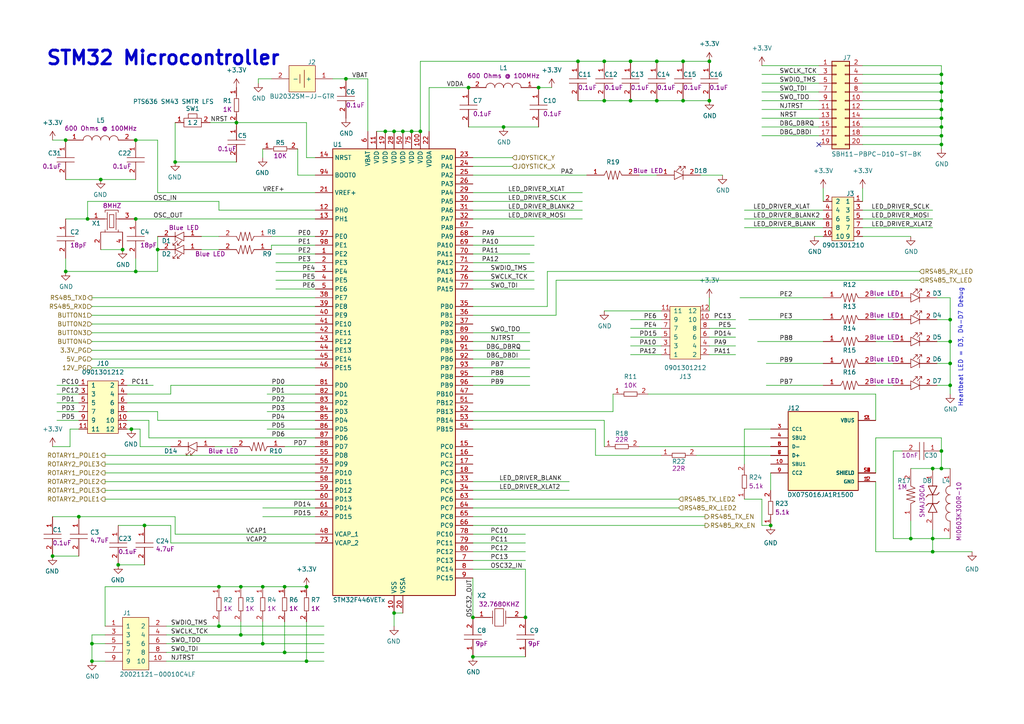
<source format=kicad_sch>
(kicad_sch (version 20231120) (generator "eeschema") (generator_version "8.0")
  (paper "A4")
  (lib_symbols
    (symbol "AVR-KiCAD-Lib-Battery-Holders:BU2032SM-JJ-GTR" (pin_names (offset 1.016))
      (property "Reference" "J" (at -3.81 5.08 0))
      (property "Value" "BU2032SM-JJ-GTR" (at 5.08 -5.08 0))
      (symbol "BU2032SM-JJ-GTR_1_1"
        (pin power_out line (at 8.89 0 180) (length 5.08) (name "+") (number "1"))
        (pin power_in line (at -8.89 0 0) (length 5.08) (name "-") (number "2"))
      )
    )
    (symbol "AVR-KiCAD-Lib-Capacitors:C0402C104K9PACTU" (pin_names (offset 1.016))
      (property "Reference" "C" (at -2.54 2.54 0))
      (property "_Value_" "0.1uF" (at 58.42 63.5 0))
      (symbol "C0402C104K9PACTU_1_1"
        (pin input line (at -5.08 0 0) (length 5.08) (name "~") (number "1"))
        (pin input line (at 6.35 0 180) (length 5.08) (name "~") (number "2"))
      )
    )
    (symbol "AVR-KiCAD-Lib-Capacitors:C0805C103KCRACAUTO" (pin_names (offset 1.016))
      (property "Reference" "C" (at -2.54 2.54 0))
      (property "_Value_" "10nF" (at 58.42 63.5 0))
      (symbol "C0805C103KCRACAUTO_1_1"
        (pin input line (at -5.08 0 0) (length 5.08) (name "~") (number "1"))
        (pin input line (at 6.35 0 180) (length 5.08) (name "~") (number "2"))
      )
    )
    (symbol "AVR-KiCAD-Lib-Capacitors:CL05C090CB5NNNC" (pin_names (offset 1.016))
      (property "Reference" "C" (at -2.54 2.54 0))
      (property "_Value_" "9pF" (at 58.42 63.5 0))
      (symbol "CL05C090CB5NNNC_1_1"
        (pin input line (at -5.08 0 0) (length 5.08) (name "~") (number "1"))
        (pin input line (at 6.35 0 180) (length 5.08) (name "~") (number "2"))
      )
    )
    (symbol "AVR-KiCAD-Lib-Capacitors:GCM1555C1H180GA16D" (pin_names (offset 1.016))
      (property "Reference" "C" (at -2.54 2.54 0))
      (property "_Value_" "18pF" (at 58.42 63.5 0))
      (symbol "GCM1555C1H180GA16D_1_1"
        (pin input line (at -5.08 0 0) (length 5.08) (name "~") (number "1"))
        (pin input line (at 6.35 0 180) (length 5.08) (name "~") (number "2"))
      )
    )
    (symbol "AVR-KiCAD-Lib-Capacitors:GRM155R60J475ME47D" (pin_names (offset 1.016))
      (property "Reference" "C" (at -2.54 2.54 0))
      (property "_Value_" "4.7uF" (at 58.42 63.5 0))
      (symbol "GRM155R60J475ME47D_1_1"
        (pin input line (at -5.08 0 0) (length 5.08) (name "~") (number "1"))
        (pin input line (at 6.35 0 180) (length 5.08) (name "~") (number "2"))
      )
    )
    (symbol "AVR-KiCAD-Lib-Connectors:0901301210" (pin_names (offset 1.016))
      (property "Reference" "J" (at 0.508 13.716 0))
      (property "Value" "0901301210" (at 6.096 -1.016 0))
      (symbol "0901301210_1_1"
        (pin passive line (at -2.54 11.43 0) (length 2.54) (name "1") (number "1"))
        (pin passive line (at 8.89 1.27 180) (length 2.54) (name "10") (number "10"))
        (pin passive line (at 8.89 11.43 180) (length 2.54) (name "2") (number "2"))
        (pin passive line (at -2.54 8.89 0) (length 2.54) (name "3") (number "3"))
        (pin passive line (at 8.89 8.89 180) (length 2.54) (name "4") (number "4"))
        (pin passive line (at -2.54 6.35 0) (length 2.54) (name "5") (number "5"))
        (pin passive line (at 8.89 6.35 180) (length 2.54) (name "6") (number "6"))
        (pin passive line (at -2.54 3.81 0) (length 2.54) (name "7") (number "7"))
        (pin passive line (at 8.89 3.81 180) (length 2.54) (name "8") (number "8"))
        (pin passive line (at -2.54 1.27 0) (length 2.54) (name "9") (number "9"))
      )
    )
    (symbol "AVR-KiCAD-Lib-Connectors:0901301212" (pin_names (offset 1.016))
      (property "Reference" "J" (at 0.508 16.256 0))
      (property "Value" "0901301210" (at 5.842 -1.016 0))
      (symbol "0901301212_1_1"
        (pin passive line (at -2.54 13.97 0) (length 2.54) (name "1") (number "1"))
        (pin passive line (at 11.43 3.81 180) (length 2.54) (name "10") (number "10"))
        (pin passive line (at -2.54 1.27 0) (length 2.54) (name "11") (number "11"))
        (pin passive line (at 11.43 1.27 180) (length 2.54) (name "12") (number "12"))
        (pin passive line (at 11.43 13.97 180) (length 2.54) (name "2") (number "2"))
        (pin passive line (at -2.54 11.43 0) (length 2.54) (name "3") (number "3"))
        (pin passive line (at 11.43 11.43 180) (length 2.54) (name "4") (number "4"))
        (pin passive line (at -2.54 8.89 0) (length 2.54) (name "5") (number "5"))
        (pin passive line (at 11.43 8.89 180) (length 2.54) (name "6") (number "6"))
        (pin passive line (at -2.54 6.35 0) (length 2.54) (name "7") (number "7"))
        (pin passive line (at 11.43 6.35 180) (length 2.54) (name "8") (number "8"))
        (pin passive line (at -2.54 3.81 0) (length 2.54) (name "9") (number "9"))
      )
    )
    (symbol "AVR-KiCAD-Lib-Connectors:20021121-00010C4LF" (pin_names (offset 1.016))
      (property "Reference" "J" (at -2.54 2.54 0))
      (property "Value" "20021121-00010C4LF" (at 1.27 5.08 0))
      (symbol "20021121-00010C4LF_1_1"
        (pin passive line (at -5.08 -2.54 0) (length 5.0038) (name "1") (number "1"))
        (pin passive line (at 12.7 -12.7 180) (length 5.0038) (name "10") (number "10"))
        (pin passive line (at 12.7 -2.54 180) (length 5.0038) (name "2") (number "2"))
        (pin passive line (at -5.08 -5.08 0) (length 5.0038) (name "3") (number "3"))
        (pin passive line (at 12.7 -5.08 180) (length 5.0038) (name "4") (number "4"))
        (pin passive line (at -5.08 -7.62 0) (length 5.0038) (name "5") (number "5"))
        (pin passive line (at 12.7 -7.62 180) (length 5.0038) (name "6") (number "6"))
        (pin passive line (at -5.08 -10.16 0) (length 5.0038) (name "7") (number "7"))
        (pin passive line (at 12.7 -10.16 180) (length 5.0038) (name "8") (number "8"))
        (pin passive line (at -5.08 -12.7 0) (length 5.0038) (name "9") (number "9"))
      )
    )
    (symbol "AVR-KiCAD-Lib-Connectors:DX07S016JA1R1500" (pin_names (offset 1.016))
      (property "Reference" "J" (at 0 2.54 0))
      (property "Value" "DX07S016JA1R1500" (at 10.16 -25.4 0))
      (symbol "DX07S016JA1R1500_1_1"
        (pin power_in line (at 25.4 -20.32 180) (length 5.08) (name "GND") (number "1"))
        (pin passive line (at -5.08 -15.24 0) (length 5.08) (name "SBU1") (number "10"))
        (pin power_in line (at 25.4 -2.54 180) (length 5.08) (name "VBUS") (number "11"))
        (pin power_in line (at 25.4 -20.32 180) (length 5.08) (name "GND") (number "12"))
        (pin power_in line (at 25.4 -2.54 180) (length 5.08) (name "VBUS") (number "2"))
        (pin passive line (at -5.08 -5.08 0) (length 5.08) (name "CC1") (number "3"))
        (pin passive line (at -5.08 -7.62 0) (length 5.08) (name "SBU2") (number "4"))
        (pin passive line (at -5.08 -10.16 0) (length 5.08) (name "D-") (number "5"))
        (pin passive line (at -5.08 -12.7 0) (length 5.08) (name "D+") (number "6"))
        (pin passive line (at -5.08 -12.7 0) (length 5.08) (name "D+") (number "7"))
        (pin passive line (at -5.08 -10.16 0) (length 5.08) (name "D-") (number "8"))
        (pin passive line (at -5.08 -17.78 0) (length 5.08) (name "CC2") (number "9"))
        (pin passive line (at 25.4 -17.78 180) (length 5.08) (name "SHIELD") (number "S1"))
        (pin passive line (at 25.4 -17.78 180) (length 5.08) (name "SHIELD") (number "S2"))
        (pin passive line (at 25.4 -17.78 180) (length 5.08) (name "SHIELD") (number "S3"))
        (pin passive line (at 25.4 -17.78 180) (length 5.08) (name "SHIELD") (number "S4"))
        (pin passive line (at 25.4 -17.78 180) (length 5.08) (name "SHIELD") (number "S5"))
        (pin passive line (at 25.4 -17.78 180) (length 5.08) (name "SHIELD") (number "S6"))
      )
    )
    (symbol "AVR-KiCAD-Lib-Connectors:SBH11-PBPC-D10-ST-BK" (pin_names (offset 1.016))
      (property "Reference" "J" (at 0.508 1.016 0))
      (property "Value" "SBH11-PBPC-D10-ST-BK" (at 2.54 -26.416 0))
      (symbol "SBH11-PBPC-D10-ST-BK_1_1"
        (pin passive line (at -3.81 -1.27 0) (length 3.81) (name "") (number "1"))
        (pin passive line (at 8.89 -11.43 180) (length 3.81) (name "") (number "10"))
        (pin passive line (at -3.81 -13.97 0) (length 3.81) (name "") (number "11"))
        (pin passive line (at 8.89 -13.97 180) (length 3.81) (name "") (number "12"))
        (pin passive line (at -3.81 -16.51 0) (length 3.81) (name "") (number "13"))
        (pin passive line (at 8.89 -16.51 180) (length 3.81) (name "") (number "14"))
        (pin passive line (at -3.81 -19.05 0) (length 3.81) (name "") (number "15"))
        (pin passive line (at 8.89 -19.05 180) (length 3.81) (name "") (number "16"))
        (pin passive line (at -3.81 -21.59 0) (length 3.81) (name "") (number "17"))
        (pin passive line (at 8.89 -21.59 180) (length 3.81) (name "") (number "18"))
        (pin passive line (at -3.81 -24.13 0) (length 3.81) (name "") (number "19"))
        (pin passive line (at 8.89 -1.27 180) (length 3.81) (name "") (number "2"))
        (pin passive line (at 8.89 -24.13 180) (length 3.81) (name "") (number "20"))
        (pin passive line (at -3.81 -3.81 0) (length 3.81) (name "") (number "3"))
        (pin passive line (at 8.89 -3.81 180) (length 3.81) (name "") (number "4"))
        (pin passive line (at -3.81 -6.35 0) (length 3.81) (name "") (number "5"))
        (pin passive line (at 8.89 -6.35 180) (length 3.81) (name "") (number "6"))
        (pin passive line (at -3.81 -8.89 0) (length 3.81) (name "") (number "7"))
        (pin passive line (at 8.89 -8.89 180) (length 3.81) (name "") (number "8"))
        (pin passive line (at -3.81 -11.43 0) (length 3.81) (name "") (number "9"))
      )
    )
    (symbol "AVR-KiCAD-Lib-Diodes:LTST-C194TBKT" (pin_names (offset 1.016))
      (property "Reference" "D" (at -2.54 2.54 0))
      (property "_Value_" "Blue LED" (at 58.42 63.5 0))
      (symbol "LTST-C194TBKT_1_1"
        (pin passive line (at -6.35 0 0) (length 5.08) (name "~") (number "1"))
        (pin passive line (at 6.35 0 180) (length 5.08) (name "~") (number "2"))
      )
    )
    (symbol "AVR-KiCAD-Lib-Diodes:SMAJ30CA" (pin_names (offset 1.016))
      (property "Reference" "D" (at -2.54 2.54 0))
      (property "_Value_" "SMAJ30CA" (at 58.42 63.5 0))
      (symbol "SMAJ30CA_1_1"
        (pin passive line (at -8.89 0 0) (length 5.08) (name "~") (number "1"))
        (pin passive line (at 8.89 0 180) (length 5.08) (name "~") (number "2"))
      )
    )
    (symbol "AVR-KiCAD-Lib-Inductors:BLM15HG601SN1D" (pin_names (offset 1.016))
      (property "Reference" "L" (at -2.54 2.54 0))
      (property "_Value_" "600 Ohms @ 100MHz" (at 58.42 63.5 0))
      (symbol "BLM15HG601SN1D_1_1"
        (pin input line (at -10.16 0 0) (length 5.08) (name "~") (number "1"))
        (pin input line (at 10.16 0 180) (length 5.08) (name "~") (number "2"))
      )
    )
    (symbol "AVR-KiCAD-Lib-Inductors:MI0603K300R-10" (pin_names (offset 1.016))
      (property "Reference" "L" (at -2.54 2.54 0))
      (property "_Value_" "MI0603K300R-10" (at 58.42 63.5 0))
      (symbol "MI0603K300R-10_1_1"
        (pin input line (at -10.16 0 0) (length 5.08) (name "~") (number "1"))
        (pin input line (at 10.16 0 180) (length 5.08) (name "~") (number "2"))
      )
    )
    (symbol "AVR-KiCAD-Lib-Mech-Switches:PTS636 SM43 SMTR LFS" (pin_names (offset 1.016))
      (property "Reference" "SW" (at -1.27 14.224 0))
      (property "Value" "PTS636 SM43 SMTR LFS" (at 2.54 16.764 0))
      (symbol "PTS636 SM43 SMTR LFS_1_1"
        (pin passive line (at -5.08 0 0) (length 2.54) (name "1") (number "1"))
        (pin passive line (at 5.08 0 180) (length 2.54) (name "2") (number "2"))
      )
    )
    (symbol "AVR-KiCAD-Lib-Oscillators-Clocks:ABM3B-8.000MHZ-B2-T" (pin_names (offset 1.016))
      (property "Reference" "X" (at -2.54 2.54 0))
      (property "_Value_" "8MHZ" (at 58.42 63.5 0))
      (symbol "ABM3B-8.000MHZ-B2-T_1_1"
        (pin passive line (at -5.08 -2.54 0) (length 5.0038) (name "~") (number "1"))
        (pin passive line (at -1.27 -11.43 90) (length 5.0038) (name "~") (number "2"))
        (pin passive line (at 8.89 -2.54 180) (length 5.0038) (name "~") (number "3"))
        (pin passive line (at 5.08 -11.43 90) (length 5.0038) (name "~") (number "4"))
      )
    )
    (symbol "AVR-KiCAD-Lib-Oscillators-Clocks:ABS07-32.768KHZ-9-T" (pin_names (offset 1.016))
      (property "Reference" "X" (at -2.54 2.54 0))
      (property "_Value_" "32.7680KHZ" (at 58.42 63.5 0))
      (symbol "ABS07-32.768KHZ-9-T_1_1"
        (pin passive line (at -7.62 0 0) (length 5.08) (name "~") (number "1"))
        (pin passive line (at 7.62 0 180) (length 5.08) (name "~") (number "2"))
      )
    )
    (symbol "AVR-KiCAD-Lib-Resistors:RC0402FR-0710KL" (pin_names (offset 1.016))
      (property "Reference" "R" (at -2.54 2.54 0))
      (property "Value" "RC0402FR-0710KL" (at 1.27 5.08 0))
      (property "_Value_" "10K" (at 58.42 63.5 0))
      (symbol "RC0402FR-0710KL_1_1"
        (pin passive line (at -5.08 0 0) (length 2.5146) (name "~") (number "1"))
        (pin passive line (at 5.08 0 180) (length 2.5146) (name "~") (number "2"))
      )
    )
    (symbol "AVR-KiCAD-Lib-Resistors:RC0402FR-071KL" (pin_names (offset 1.016))
      (property "Reference" "R" (at -2.54 2.54 0))
      (property "Value" "RC0402FR-071KL" (at 1.27 5.08 0))
      (property "_Value_" "1K" (at 58.42 63.5 0))
      (symbol "RC0402FR-071KL_1_1"
        (pin passive line (at -5.08 0 0) (length 2.5146) (name "~") (number "1"))
        (pin passive line (at 5.08 0 180) (length 2.5146) (name "~") (number "2"))
      )
    )
    (symbol "AVR-KiCAD-Lib-Resistors:RC0402FR-0722RL" (pin_names (offset 1.016))
      (property "Reference" "R" (at -2.54 2.54 0))
      (property "Value" "RC0402FR-0722RL" (at 1.27 5.08 0))
      (property "_Value_" "22R" (at 58.42 63.5 0))
      (symbol "RC0402FR-0722RL_1_1"
        (pin passive line (at -5.08 0 0) (length 2.5146) (name "~") (number "1"))
        (pin passive line (at 5.08 0 180) (length 2.5146) (name "~") (number "2"))
      )
    )
    (symbol "AVR-KiCAD-Lib-Resistors:RC0402FR-075K1L" (pin_names (offset 1.016))
      (property "Reference" "R" (at -2.54 2.54 0))
      (property "Value" "RC0402FR-075K1L" (at 1.27 5.08 0))
      (property "_Value_" "5.1k" (at 58.42 63.5 0))
      (symbol "RC0402FR-075K1L_1_1"
        (pin passive line (at -5.08 0 0) (length 2.5146) (name "~") (number "1"))
        (pin passive line (at 5.08 0 180) (length 2.5146) (name "~") (number "2"))
      )
    )
    (symbol "AVR-KiCAD-Lib-Resistors:RC0603FR-07470RL" (pin_names (offset 1.016))
      (property "Reference" "R" (at -2.54 2.54 0))
      (property "Value" "RC0603FR-07470RL" (at 1.27 5.08 0))
      (symbol "RC0603FR-07470RL_1_1"
        (pin passive line (at -7.62 0 0) (length 5.08) (name "~") (number "1"))
        (pin passive line (at 7.62 0 180) (length 5.08) (name "~") (number "2"))
      )
    )
    (symbol "AVR-KiCAD-Lib-Resistors:RC1206FR-071ML" (pin_names (offset 1.016))
      (property "Reference" "R" (at -2.54 2.54 0))
      (property "Value" "RC1206FR-071ML" (at 1.27 5.08 0))
      (property "_Value_" "1M" (at 58.42 63.5 0))
      (symbol "RC1206FR-071ML_1_1"
        (pin passive line (at -7.62 0 0) (length 5.08) (name "~") (number "1"))
        (pin passive line (at 7.62 0 180) (length 5.08) (name "~") (number "2"))
      )
    )
    (symbol "MCU_ST_STM32F4:STM32F446VETx"
      (property "Reference" "U" (at -17.78 67.31 0))
      (property "Value" "STM32F446VETx" (at 12.7 67.31 0))
      (symbol "STM32F446VETx_1_1"
        (pin bidirectional line (at -22.86 35.56 0) (length 5.08) (name "PE2") (number "1"))
        (pin power_in line (at 0 -68.58 90) (length 5.08) (name "VSS") (number "10"))
        (pin power_in line (at 7.62 71.12 270) (length 5.08) (name "VDD") (number "100"))
        (pin power_in line (at -5.08 71.12 270) (length 5.08) (name "VDD") (number "11"))
        (pin bidirectional line (at -22.86 48.26 0) (length 5.08) (name "PH0") (number "12"))
        (pin bidirectional line (at -22.86 45.72 0) (length 5.08) (name "PH1") (number "13"))
        (pin input line (at -22.86 63.5 0) (length 5.08) (name "NRST") (number "14"))
        (pin bidirectional line (at 22.86 -20.32 180) (length 5.08) (name "PC0") (number "15"))
        (pin bidirectional line (at 22.86 -22.86 180) (length 5.08) (name "PC1") (number "16"))
        (pin bidirectional line (at 22.86 -25.4 180) (length 5.08) (name "PC2") (number "17"))
        (pin bidirectional line (at 22.86 -27.94 180) (length 5.08) (name "PC3") (number "18"))
        (pin power_in line (at -2.54 71.12 270) (length 5.08) (name "VDD") (number "19"))
        (pin bidirectional line (at -22.86 33.02 0) (length 5.08) (name "PE3") (number "2"))
        (pin power_in line (at 2.54 -68.58 90) (length 5.08) (name "VSSA") (number "20"))
        (pin input line (at -22.86 53.34 0) (length 5.08) (name "VREF+") (number "21"))
        (pin power_in line (at 10.16 71.12 270) (length 5.08) (name "VDDA") (number "22"))
        (pin bidirectional line (at 22.86 63.5 180) (length 5.08) (name "PA0") (number "23"))
        (pin bidirectional line (at 22.86 60.96 180) (length 5.08) (name "PA1") (number "24"))
        (pin bidirectional line (at 22.86 58.42 180) (length 5.08) (name "PA2") (number "25"))
        (pin bidirectional line (at 22.86 55.88 180) (length 5.08) (name "PA3") (number "26"))
        (pin passive line (at 0 -68.58 90) (length 5.08) hide (name "VSS") (number "27"))
        (pin power_in line (at 0 71.12 270) (length 5.08) (name "VDD") (number "28"))
        (pin bidirectional line (at 22.86 53.34 180) (length 5.08) (name "PA4") (number "29"))
        (pin bidirectional line (at -22.86 30.48 0) (length 5.08) (name "PE4") (number "3"))
        (pin bidirectional line (at 22.86 50.8 180) (length 5.08) (name "PA5") (number "30"))
        (pin bidirectional line (at 22.86 48.26 180) (length 5.08) (name "PA6") (number "31"))
        (pin bidirectional line (at 22.86 45.72 180) (length 5.08) (name "PA7") (number "32"))
        (pin bidirectional line (at 22.86 -30.48 180) (length 5.08) (name "PC4") (number "33"))
        (pin bidirectional line (at 22.86 -33.02 180) (length 5.08) (name "PC5") (number "34"))
        (pin bidirectional line (at 22.86 20.32 180) (length 5.08) (name "PB0") (number "35"))
        (pin bidirectional line (at 22.86 17.78 180) (length 5.08) (name "PB1") (number "36"))
        (pin bidirectional line (at 22.86 15.24 180) (length 5.08) (name "PB2") (number "37"))
        (pin bidirectional line (at -22.86 22.86 0) (length 5.08) (name "PE7") (number "38"))
        (pin bidirectional line (at -22.86 20.32 0) (length 5.08) (name "PE8") (number "39"))
        (pin bidirectional line (at -22.86 27.94 0) (length 5.08) (name "PE5") (number "4"))
        (pin bidirectional line (at -22.86 17.78 0) (length 5.08) (name "PE9") (number "40"))
        (pin bidirectional line (at -22.86 15.24 0) (length 5.08) (name "PE10") (number "41"))
        (pin bidirectional line (at -22.86 12.7 0) (length 5.08) (name "PE11") (number "42"))
        (pin bidirectional line (at -22.86 10.16 0) (length 5.08) (name "PE12") (number "43"))
        (pin bidirectional line (at -22.86 7.62 0) (length 5.08) (name "PE13") (number "44"))
        (pin bidirectional line (at -22.86 5.08 0) (length 5.08) (name "PE14") (number "45"))
        (pin bidirectional line (at -22.86 2.54 0) (length 5.08) (name "PE15") (number "46"))
        (pin bidirectional line (at 22.86 -5.08 180) (length 5.08) (name "PB10") (number "47"))
        (pin power_out line (at -22.86 -45.72 0) (length 5.08) (name "VCAP_1") (number "48"))
        (pin passive line (at 0 -68.58 90) (length 5.08) hide (name "VSS") (number "49"))
        (pin bidirectional line (at -22.86 25.4 0) (length 5.08) (name "PE6") (number "5"))
        (pin power_in line (at 2.54 71.12 270) (length 5.08) (name "VDD") (number "50"))
        (pin bidirectional line (at 22.86 -7.62 180) (length 5.08) (name "PB12") (number "51"))
        (pin bidirectional line (at 22.86 -10.16 180) (length 5.08) (name "PB13") (number "52"))
        (pin bidirectional line (at 22.86 -12.7 180) (length 5.08) (name "PB14") (number "53"))
        (pin bidirectional line (at 22.86 -15.24 180) (length 5.08) (name "PB15") (number "54"))
        (pin bidirectional line (at -22.86 -22.86 0) (length 5.08) (name "PD8") (number "55"))
        (pin bidirectional line (at -22.86 -25.4 0) (length 5.08) (name "PD9") (number "56"))
        (pin bidirectional line (at -22.86 -27.94 0) (length 5.08) (name "PD10") (number "57"))
        (pin bidirectional line (at -22.86 -30.48 0) (length 5.08) (name "PD11") (number "58"))
        (pin bidirectional line (at -22.86 -33.02 0) (length 5.08) (name "PD12") (number "59"))
        (pin power_in line (at -7.62 71.12 270) (length 5.08) (name "VBAT") (number "6"))
        (pin bidirectional line (at -22.86 -35.56 0) (length 5.08) (name "PD13") (number "60"))
        (pin bidirectional line (at -22.86 -38.1 0) (length 5.08) (name "PD14") (number "61"))
        (pin bidirectional line (at -22.86 -40.64 0) (length 5.08) (name "PD15") (number "62"))
        (pin bidirectional line (at 22.86 -35.56 180) (length 5.08) (name "PC6") (number "63"))
        (pin bidirectional line (at 22.86 -38.1 180) (length 5.08) (name "PC7") (number "64"))
        (pin bidirectional line (at 22.86 -40.64 180) (length 5.08) (name "PC8") (number "65"))
        (pin bidirectional line (at 22.86 -43.18 180) (length 5.08) (name "PC9") (number "66"))
        (pin bidirectional line (at 22.86 43.18 180) (length 5.08) (name "PA8") (number "67"))
        (pin bidirectional line (at 22.86 40.64 180) (length 5.08) (name "PA9") (number "68"))
        (pin bidirectional line (at 22.86 38.1 180) (length 5.08) (name "PA10") (number "69"))
        (pin bidirectional line (at 22.86 -53.34 180) (length 5.08) (name "PC13") (number "7"))
        (pin bidirectional line (at 22.86 35.56 180) (length 5.08) (name "PA11") (number "70"))
        (pin bidirectional line (at 22.86 33.02 180) (length 5.08) (name "PA12") (number "71"))
        (pin bidirectional line (at 22.86 30.48 180) (length 5.08) (name "PA13") (number "72"))
        (pin power_out line (at -22.86 -48.26 0) (length 5.08) (name "VCAP_2") (number "73"))
        (pin passive line (at 0 -68.58 90) (length 5.08) hide (name "VSS") (number "74"))
        (pin power_in line (at 5.08 71.12 270) (length 5.08) (name "VDD") (number "75"))
        (pin bidirectional line (at 22.86 27.94 180) (length 5.08) (name "PA14") (number "76"))
        (pin bidirectional line (at 22.86 25.4 180) (length 5.08) (name "PA15") (number "77"))
        (pin bidirectional line (at 22.86 -45.72 180) (length 5.08) (name "PC10") (number "78"))
        (pin bidirectional line (at 22.86 -48.26 180) (length 5.08) (name "PC11") (number "79"))
        (pin bidirectional line (at 22.86 -55.88 180) (length 5.08) (name "PC14") (number "8"))
        (pin bidirectional line (at 22.86 -50.8 180) (length 5.08) (name "PC12") (number "80"))
        (pin bidirectional line (at -22.86 -2.54 0) (length 5.08) (name "PD0") (number "81"))
        (pin bidirectional line (at -22.86 -5.08 0) (length 5.08) (name "PD1") (number "82"))
        (pin bidirectional line (at -22.86 -7.62 0) (length 5.08) (name "PD2") (number "83"))
        (pin bidirectional line (at -22.86 -10.16 0) (length 5.08) (name "PD3") (number "84"))
        (pin bidirectional line (at -22.86 -12.7 0) (length 5.08) (name "PD4") (number "85"))
        (pin bidirectional line (at -22.86 -15.24 0) (length 5.08) (name "PD5") (number "86"))
        (pin bidirectional line (at -22.86 -17.78 0) (length 5.08) (name "PD6") (number "87"))
        (pin bidirectional line (at -22.86 -20.32 0) (length 5.08) (name "PD7") (number "88"))
        (pin bidirectional line (at 22.86 12.7 180) (length 5.08) (name "PB3") (number "89"))
        (pin bidirectional line (at 22.86 -58.42 180) (length 5.08) (name "PC15") (number "9"))
        (pin bidirectional line (at 22.86 10.16 180) (length 5.08) (name "PB4") (number "90"))
        (pin bidirectional line (at 22.86 7.62 180) (length 5.08) (name "PB5") (number "91"))
        (pin bidirectional line (at 22.86 5.08 180) (length 5.08) (name "PB6") (number "92"))
        (pin bidirectional line (at 22.86 2.54 180) (length 5.08) (name "PB7") (number "93"))
        (pin input line (at -22.86 58.42 0) (length 5.08) (name "BOOT0") (number "94"))
        (pin bidirectional line (at 22.86 0 180) (length 5.08) (name "PB8") (number "95"))
        (pin bidirectional line (at 22.86 -2.54 180) (length 5.08) (name "PB9") (number "96"))
        (pin bidirectional line (at -22.86 40.64 0) (length 5.08) (name "PE0") (number "97"))
        (pin bidirectional line (at -22.86 38.1 0) (length 5.08) (name "PE1") (number "98"))
        (pin passive line (at 0 -68.58 90) (length 5.08) hide (name "VSS") (number "99"))
      )
    )
    (symbol "power:+3.3V" (power) (pin_names (offset 0))
      (property "Value" "+3.3V" (at 0 3.556 0))
      (symbol "+3.3V_1_1"
        (pin power_in line (at 0 0 90) (length 0) hide (name "+3.3V") (number "1"))
      )
    )
    (symbol "power:GND" (power) (pin_names (offset 0))
      (property "Value" "GND" (at 0 -3.81 0))
      (symbol "GND_1_1"
        (pin power_in line (at 0 0 270) (length 0) hide (name "GND") (number "1"))
      )
    )
  )
  (junction (at 100.33 22.86))
  (junction (at 146.05 36.83))
  (junction (at 198.12 17.78))
  (junction (at 35.56 72.39))
  (junction (at 273.05 26.67))
  (junction (at 273.05 135.89))
  (junction (at 88.9 191.77))
  (junction (at 45.72 72.39))
  (junction (at 270.51 156.21))
  (junction (at 182.88 17.78))
  (junction (at 82.55 170.18))
  (junction (at 82.55 189.23))
  (junction (at 25.4 63.5))
  (junction (at 264.16 156.21))
  (junction (at 273.05 34.29))
  (junction (at 63.5 170.18))
  (junction (at 41.91 152.4))
  (junction (at 29.21 52.07))
  (junction (at 38.1 124.46))
  (junction (at 121.92 38.1))
  (junction (at 273.05 31.75))
  (junction (at 39.37 63.5))
  (junction (at 275.59 92.71))
  (junction (at 19.05 78.74))
  (junction (at 76.2 170.18))
  (junction (at 273.05 36.83))
  (junction (at 76.2 186.69))
  (junction (at 273.05 24.13))
  (junction (at 88.9 170.18))
  (junction (at 275.59 105.41))
  (junction (at 15.24 161.29))
  (junction (at 205.74 17.78))
  (junction (at 273.05 39.37))
  (junction (at 137.16 190.5))
  (junction (at 190.5 29.21))
  (junction (at 69.85 184.15))
  (junction (at 114.3 177.8))
  (junction (at 273.05 41.91))
  (junction (at 19.05 40.64))
  (junction (at 63.5 181.61))
  (junction (at 275.59 111.76))
  (junction (at 114.3 38.1))
  (junction (at 119.38 38.1))
  (junction (at 270.51 135.89))
  (junction (at 175.26 17.78))
  (junction (at 39.37 40.64))
  (junction (at 137.16 179.07))
  (junction (at 223.52 152.4))
  (junction (at 273.05 130.81))
  (junction (at 190.5 17.78))
  (junction (at 26.67 186.69))
  (junction (at 116.84 38.1))
  (junction (at 275.59 99.06))
  (junction (at 270.51 160.02))
  (junction (at 135.89 25.4))
  (junction (at 68.58 35.56))
  (junction (at 198.12 29.21))
  (junction (at 273.05 29.21))
  (junction (at 26.67 191.77))
  (junction (at 156.21 25.4))
  (junction (at 182.88 29.21))
  (junction (at 34.29 163.83))
  (junction (at 273.05 21.59))
  (junction (at 167.64 17.78))
  (junction (at 111.76 38.1))
  (junction (at 39.37 78.74))
  (junction (at 22.86 149.86))
  (junction (at 152.4 179.07))
  (junction (at 175.26 29.21))
  (junction (at 50.8 46.99))
  (junction (at 69.85 170.18))
  (junction (at 205.74 29.21))
  (no_connect (at 237.49 41.91))
  (wire (pts (xy 154.94 81.28) (xy 137.16 81.28)))
  (wire (pts (xy 154.94 78.74) (xy 137.16 78.74)))
  (wire (pts (xy 30.48 134.62) (xy 91.44 134.62)))
  (wire (pts (xy 45.72 121.92) (xy 91.44 121.92)))
  (wire (pts (xy 137.16 45.72) (xy 148.59 45.72)))
  (wire (pts (xy 26.67 101.6) (xy 91.44 101.6)))
  (wire (pts (xy 69.85 180.34) (xy 69.85 184.15)))
  (wire (pts (xy 187.96 114.3) (xy 254 114.3)))
  (wire (pts (xy 220.98 144.78) (xy 220.98 152.4)))
  (wire (pts (xy 114.3 38.1) (xy 116.84 38.1)))
  (wire (pts (xy 205.74 102.87) (xy 213.36 102.87)))
  (wire (pts (xy 270.51 156.21) (xy 264.16 156.21)))
  (wire (pts (xy 77.47 119.38) (xy 91.44 119.38)))
  (wire (pts (xy 182.88 102.87) (xy 191.77 102.87)))
  (wire (pts (xy 273.05 19.05) (xy 273.05 21.59)))
  (wire (pts (xy 58.42 68.58) (xy 63.5 68.58)))
  (wire (pts (xy 250.19 34.29) (xy 273.05 34.29)))
  (wire (pts (xy 205.74 86.36) (xy 205.74 90.17)))
  (wire (pts (xy 26.67 88.9) (xy 91.44 88.9)))
  (wire (pts (xy 264.16 156.21) (xy 259.08 156.21)))
  (wire (pts (xy 60.96 35.56) (xy 68.58 35.56)))
  (wire (pts (xy 19.05 78.74) (xy 39.37 78.74)))
  (wire (pts (xy 22.86 124.46) (xy 20.32 124.46)))
  (wire (pts (xy 177.8 114.3) (xy 177.8 119.38)))
  (wire (pts (xy 29.21 72.39) (xy 35.56 72.39)))
  (wire (pts (xy 137.16 48.26) (xy 148.59 48.26)))
  (wire (pts (xy 182.88 95.25) (xy 191.77 95.25)))
  (wire (pts (xy 30.48 184.15) (xy 26.67 184.15)))
  (wire (pts (xy 137.16 157.48) (xy 152.4 157.48)))
  (wire (pts (xy 63.5 58.42) (xy 25.4 58.42)))
  (wire (pts (xy 50.8 154.94) (xy 91.44 154.94)))
  (wire (pts (xy 40.64 124.46) (xy 38.1 124.46)))
  (wire (pts (xy 254 137.16) (xy 254 127)))
  (wire (pts (xy 22.86 149.86) (xy 15.24 149.86)))
  (wire (pts (xy 50.8 46.99) (xy 68.58 46.99)))
  (wire (pts (xy 137.16 104.14) (xy 153.67 104.14)))
  (wire (pts (xy 250.19 41.91) (xy 273.05 41.91)))
  (wire (pts (xy 172.72 132.08) (xy 191.77 132.08)))
  (wire (pts (xy 137.16 50.8) (xy 170.18 50.8)))
  (wire (pts (xy 137.16 142.24) (xy 165.1 142.24)))
  (wire (pts (xy 26.67 86.36) (xy 91.44 86.36)))
  (wire (pts (xy 254 121.92) (xy 254 114.3)))
  (wire (pts (xy 137.16 58.42) (xy 168.91 58.42)))
  (wire (pts (xy 100.33 22.86) (xy 106.68 22.86)))
  (wire (pts (xy 77.47 124.46) (xy 91.44 124.46)))
  (wire (pts (xy 220.98 26.67) (xy 237.49 26.67)))
  (wire (pts (xy 220.98 19.05) (xy 237.49 19.05)))
  (wire (pts (xy 250.19 26.67) (xy 273.05 26.67)))
  (wire (pts (xy 137.16 73.66) (xy 153.67 73.66)))
  (wire (pts (xy 185.42 129.54) (xy 223.52 129.54)))
  (wire (pts (xy 40.64 129.54) (xy 40.64 124.46)))
  (wire (pts (xy 137.16 71.12) (xy 154.94 71.12)))
  (wire (pts (xy 45.72 72.39) (xy 45.72 78.74)))
  (wire (pts (xy 137.16 119.38) (xy 177.8 119.38)))
  (wire (pts (xy 161.29 91.44) (xy 137.16 91.44)))
  (wire (pts (xy 250.19 60.96) (xy 270.51 60.96)))
  (wire (pts (xy 152.4 190.5) (xy 137.16 190.5)))
  (wire (pts (xy 270.51 156.21) (xy 275.59 156.21)))
  (wire (pts (xy 238.76 99.06) (xy 219.71 99.06)))
  (wire (pts (xy 69.85 184.15) (xy 93.98 184.15)))
  (wire (pts (xy 36.83 111.76) (xy 44.45 111.76)))
  (wire (pts (xy 26.67 106.68) (xy 91.44 106.68)))
  (wire (pts (xy 76.2 147.32) (xy 91.44 147.32)))
  (wire (pts (xy 76.2 170.18) (xy 69.85 170.18)))
  (wire (pts (xy 222.25 105.41) (xy 238.76 105.41)))
  (wire (pts (xy 254 160.02) (xy 270.51 160.02)))
  (wire (pts (xy 16.51 119.38) (xy 22.86 119.38)))
  (wire (pts (xy 137.16 68.58) (xy 154.94 68.58)))
  (wire (pts (xy 26.67 191.77) (xy 30.48 191.77)))
  (wire (pts (xy 205.74 95.25) (xy 213.36 95.25)))
  (wire (pts (xy 137.16 160.02) (xy 152.4 160.02)))
  (wire (pts (xy 49.53 157.48) (xy 91.44 157.48)))
  (wire (pts (xy 80.01 73.66) (xy 91.44 73.66)))
  (wire (pts (xy 20.32 124.46) (xy 20.32 129.54)))
  (wire (pts (xy 26.67 93.98) (xy 91.44 93.98)))
  (wire (pts (xy 137.16 99.06) (xy 153.67 99.06)))
  (wire (pts (xy 16.51 114.3) (xy 22.86 114.3)))
  (wire (pts (xy 238.76 54.61) (xy 238.76 58.42)))
  (wire (pts (xy 215.9 144.78) (xy 220.98 144.78)))
  (wire (pts (xy 223.52 124.46) (xy 215.9 124.46)))
  (wire (pts (xy 30.48 144.78) (xy 91.44 144.78)))
  (wire (pts (xy 137.16 106.68) (xy 153.67 106.68)))
  (wire (pts (xy 266.7 78.74) (xy 158.75 78.74)))
  (wire (pts (xy 275.59 105.41) (xy 275.59 111.76)))
  (wire (pts (xy 220.98 24.13) (xy 237.49 24.13)))
  (wire (pts (xy 275.59 86.36) (xy 275.59 92.71)))
  (wire (pts (xy 36.83 116.84) (xy 91.44 116.84)))
  (wire (pts (xy 34.29 163.83) (xy 41.91 163.83)))
  (wire (pts (xy 254 127) (xy 273.05 127)))
  (wire (pts (xy 63.5 181.61) (xy 93.98 181.61)))
  (wire (pts (xy 250.19 54.61) (xy 250.19 58.42)))
  (wire (pts (xy 259.08 130.81) (xy 259.08 156.21)))
  (wire (pts (xy 91.44 68.58) (xy 78.74 68.58)))
  (wire (pts (xy 220.98 29.21) (xy 237.49 29.21)))
  (wire (pts (xy 222.25 111.76) (xy 238.76 111.76)))
  (wire (pts (xy 36.83 124.46) (xy 38.1 124.46)))
  (wire (pts (xy 19.05 74.93) (xy 19.05 78.74)))
  (wire (pts (xy 270.51 156.21) (xy 270.51 160.02)))
  (wire (pts (xy 48.26 184.15) (xy 69.85 184.15)))
  (wire (pts (xy 250.19 39.37) (xy 273.05 39.37)))
  (wire (pts (xy 25.4 58.42) (xy 25.4 63.5)))
  (wire (pts (xy 137.16 109.22) (xy 153.67 109.22)))
  (wire (pts (xy 236.22 68.58) (xy 238.76 68.58)))
  (wire (pts (xy 62.23 129.54) (xy 67.31 129.54)))
  (wire (pts (xy 76.2 43.18) (xy 76.2 45.72)))
  (wire (pts (xy 271.78 105.41) (xy 275.59 105.41)))
  (wire (pts (xy 182.88 29.21) (xy 190.5 29.21)))
  (wire (pts (xy 220.98 21.59) (xy 237.49 21.59)))
  (wire (pts (xy 137.16 63.5) (xy 168.91 63.5)))
  (wire (pts (xy 254 139.7) (xy 254 160.02)))
  (wire (pts (xy 137.16 76.2) (xy 154.94 76.2)))
  (wire (pts (xy 30.48 137.16) (xy 91.44 137.16)))
  (wire (pts (xy 91.44 71.12) (xy 78.74 71.12)))
  (wire (pts (xy 167.64 29.21) (xy 175.26 29.21)))
  (wire (pts (xy 137.16 96.52) (xy 153.67 96.52)))
  (wire (pts (xy 80.01 83.82) (xy 91.44 83.82)))
  (wire (pts (xy 271.78 92.71) (xy 275.59 92.71)))
  (wire (pts (xy 43.18 127) (xy 43.18 121.92)))
  (wire (pts (xy 137.16 111.76) (xy 153.67 111.76)))
  (wire (pts (xy 161.29 81.28) (xy 161.29 91.44)))
  (wire (pts (xy 175.26 29.21) (xy 182.88 29.21)))
  (wire (pts (xy 172.72 124.46) (xy 137.16 124.46)))
  (wire (pts (xy 175.26 90.17) (xy 191.77 90.17)))
  (wire (pts (xy 220.98 31.75) (xy 237.49 31.75)))
  (wire (pts (xy 215.9 63.5) (xy 238.76 63.5)))
  (wire (pts (xy 19.05 63.5) (xy 25.4 63.5)))
  (wire (pts (xy 88.9 35.56) (xy 88.9 45.72)))
  (wire (pts (xy 254 92.71) (xy 259.08 92.71)))
  (wire (pts (xy 182.88 100.33) (xy 191.77 100.33)))
  (wire (pts (xy 49.53 111.76) (xy 91.44 111.76)))
  (wire (pts (xy 220.98 34.29) (xy 237.49 34.29)))
  (wire (pts (xy 22.86 149.86) (xy 50.8 149.86)))
  (wire (pts (xy 203.2 50.8) (xy 209.55 50.8)))
  (wire (pts (xy 48.26 186.69) (xy 76.2 186.69)))
  (wire (pts (xy 175.26 17.78) (xy 182.88 17.78)))
  (wire (pts (xy 20.32 129.54) (xy 15.24 129.54)))
  (wire (pts (xy 78.74 71.12) (xy 78.74 72.39)))
  (wire (pts (xy 86.36 50.8) (xy 91.44 50.8)))
  (wire (pts (xy 124.46 38.1) (xy 124.46 25.4)))
  (wire (pts (xy 88.9 191.77) (xy 93.98 191.77)))
  (wire (pts (xy 124.46 25.4) (xy 135.89 25.4)))
  (wire (pts (xy 250.19 68.58) (xy 264.16 68.58)))
  (wire (pts (xy 74.93 22.86) (xy 78.74 22.86)))
  (wire (pts (xy 80.01 76.2) (xy 91.44 76.2)))
  (wire (pts (xy 190.5 17.78) (xy 198.12 17.78)))
  (wire (pts (xy 264.16 151.13) (xy 264.16 156.21)))
  (wire (pts (xy 198.12 29.21) (xy 205.74 29.21)))
  (wire (pts (xy 22.86 161.29) (xy 15.24 161.29)))
  (wire (pts (xy 86.36 43.18) (xy 86.36 50.8)))
  (wire (pts (xy 30.48 142.24) (xy 91.44 142.24)))
  (wire (pts (xy 91.44 114.3) (xy 77.47 114.3)))
  (wire (pts (xy 30.48 186.69) (xy 26.67 186.69)))
  (wire (pts (xy 82.55 170.18) (xy 76.2 170.18)))
  (wire (pts (xy 273.05 21.59) (xy 273.05 24.13)))
  (wire (pts (xy 273.05 26.67) (xy 273.05 29.21)))
  (wire (pts (xy 58.42 72.39) (xy 63.5 72.39)))
  (wire (pts (xy 205.74 100.33) (xy 213.36 100.33)))
  (wire (pts (xy 137.16 165.1) (xy 152.4 165.1)))
  (wire (pts (xy 167.64 17.78) (xy 121.92 17.78)))
  (wire (pts (xy 273.05 39.37) (xy 273.05 41.91)))
  (wire (pts (xy 270.51 135.89) (xy 264.16 135.89)))
  (wire (pts (xy 45.72 78.74) (xy 39.37 78.74)))
  (wire (pts (xy 121.92 17.78) (xy 121.92 38.1)))
  (wire (pts (xy 30.48 181.61) (xy 30.48 170.18)))
  (wire (pts (xy 198.12 17.78) (xy 205.74 17.78)))
  (wire (pts (xy 49.53 114.3) (xy 36.83 114.3)))
  (wire (pts (xy 80.01 78.74) (xy 91.44 78.74)))
  (wire (pts (xy 29.21 52.07) (xy 39.37 52.07)))
  (wire (pts (xy 48.26 181.61) (xy 63.5 181.61)))
  (wire (pts (xy 223.52 137.16) (xy 223.52 142.24)))
  (wire (pts (xy 119.38 38.1) (xy 121.92 38.1)))
  (wire (pts (xy 137.16 149.86) (xy 204.47 149.86)))
  (wire (pts (xy 49.53 111.76) (xy 49.53 114.3)))
  (wire (pts (xy 215.9 60.96) (xy 238.76 60.96)))
  (wire (pts (xy 39.37 40.64) (xy 45.72 40.64)))
  (wire (pts (xy 137.16 101.6) (xy 153.67 101.6)))
  (wire (pts (xy 76.2 186.69) (xy 93.98 186.69)))
  (wire (pts (xy 275.59 111.76) (xy 275.59 114.3)))
  (wire (pts (xy 116.84 177.8) (xy 114.3 177.8)))
  (wire (pts (xy 48.26 191.77) (xy 88.9 191.77)))
  (wire (pts (xy 201.93 132.08) (xy 223.52 132.08)))
  (wire (pts (xy 26.67 104.14) (xy 91.44 104.14)))
  (wire (pts (xy 250.19 63.5) (xy 270.51 63.5)))
  (wire (pts (xy 96.52 22.86) (xy 100.33 22.86)))
  (wire (pts (xy 45.72 121.92) (xy 45.72 119.38)))
  (wire (pts (xy 254 86.36) (xy 259.08 86.36)))
  (wire (pts (xy 158.75 78.74) (xy 158.75 88.9)))
  (wire (pts (xy 273.05 31.75) (xy 273.05 34.29)))
  (wire (pts (xy 275.59 135.89) (xy 273.05 135.89)))
  (wire (pts (xy 82.55 129.54) (xy 91.44 129.54)))
  (wire (pts (xy 185.42 50.8) (xy 190.5 50.8)))
  (wire (pts (xy 26.67 91.44) (xy 91.44 91.44)))
  (wire (pts (xy 167.64 17.78) (xy 175.26 17.78)))
  (wire (pts (xy 106.68 22.86) (xy 106.68 38.1)))
  (wire (pts (xy 182.88 17.78) (xy 190.5 17.78)))
  (wire (pts (xy 63.5 58.42) (xy 63.5 60.96)))
  (wire (pts (xy 63.5 180.34) (xy 63.5 181.61)))
  (wire (pts (xy 30.48 132.08) (xy 91.44 132.08)))
  (wire (pts (xy 50.8 149.86) (xy 50.8 154.94)))
  (wire (pts (xy 273.05 127) (xy 273.05 130.81)))
  (wire (pts (xy 137.16 167.64) (xy 137.16 179.07)))
  (wire (pts (xy 266.7 81.28) (xy 161.29 81.28)))
  (wire (pts (xy 80.01 81.28) (xy 91.44 81.28)))
  (wire (pts (xy 19.05 52.07) (xy 29.21 52.07)))
  (wire (pts (xy 271.78 86.36) (xy 275.59 86.36)))
  (wire (pts (xy 39.37 78.74) (xy 39.37 74.93)))
  (wire (pts (xy 45.72 55.88) (xy 91.44 55.88)))
  (wire (pts (xy 273.05 24.13) (xy 273.05 26.67)))
  (wire (pts (xy 109.22 38.1) (xy 111.76 38.1)))
  (wire (pts (xy 43.18 121.92) (xy 36.83 121.92)))
  (wire (pts (xy 250.19 31.75) (xy 273.05 31.75)))
  (wire (pts (xy 205.74 97.79) (xy 213.36 97.79)))
  (wire (pts (xy 172.72 124.46) (xy 172.72 132.08)))
  (wire (pts (xy 254 111.76) (xy 259.08 111.76)))
  (wire (pts (xy 26.67 96.52) (xy 91.44 96.52)))
  (wire (pts (xy 137.16 154.94) (xy 152.4 154.94)))
  (wire (pts (xy 16.51 121.92) (xy 22.86 121.92)))
  (wire (pts (xy 270.51 160.02) (xy 281.94 160.02)))
  (wire (pts (xy 158.75 88.9) (xy 137.16 88.9)))
  (wire (pts (xy 273.05 130.81) (xy 273.05 135.89)))
  (wire (pts (xy 137.16 139.7) (xy 165.1 139.7)))
  (wire (pts (xy 45.72 40.64) (xy 45.72 55.88)))
  (wire (pts (xy 154.94 83.82) (xy 137.16 83.82)))
  (wire (pts (xy 182.88 92.71) (xy 191.77 92.71)))
  (wire (pts (xy 49.53 152.4) (xy 49.53 157.48)))
  (wire (pts (xy 45.72 68.58) (xy 45.72 72.39)))
  (wire (pts (xy 30.48 170.18) (xy 63.5 170.18)))
  (wire (pts (xy 254 105.41) (xy 259.08 105.41)))
  (wire (pts (xy 273.05 41.91) (xy 273.05 43.18)))
  (wire (pts (xy 137.16 55.88) (xy 168.91 55.88)))
  (wire (pts (xy 146.05 36.83) (xy 135.89 36.83)))
  (wire (pts (xy 273.05 34.29) (xy 273.05 36.83)))
  (wire (pts (xy 137.16 121.92) (xy 175.26 121.92)))
  (wire (pts (xy 215.9 124.46) (xy 215.9 134.62)))
  (wire (pts (xy 275.59 92.71) (xy 275.59 99.06)))
  (wire (pts (xy 114.3 177.8) (xy 114.3 181.61)))
  (wire (pts (xy 68.58 35.56) (xy 88.9 35.56)))
  (wire (pts (xy 76.2 180.34) (xy 76.2 186.69)))
  (wire (pts (xy 261.62 130.81) (xy 259.08 130.81)))
  (wire (pts (xy 275.59 99.06) (xy 275.59 105.41)))
  (wire (pts (xy 250.19 21.59) (xy 273.05 21.59)))
  (wire (pts (xy 250.19 29.21) (xy 273.05 29.21)))
  (wire (pts (xy 49.53 129.54) (xy 40.64 129.54)))
  (wire (pts (xy 220.98 36.83) (xy 237.49 36.83)))
  (wire (pts (xy 250.19 36.83) (xy 273.05 36.83)))
  (wire (pts (xy 137.16 152.4) (xy 204.47 152.4)))
  (wire (pts (xy 271.78 111.76) (xy 275.59 111.76)))
  (wire (pts (xy 16.51 111.76) (xy 22.86 111.76)))
  (wire (pts (xy 88.9 180.34) (xy 88.9 191.77)))
  (wire (pts (xy 271.78 99.06) (xy 275.59 99.06)))
  (wire (pts (xy 45.72 119.38) (xy 36.83 119.38)))
  (wire (pts (xy 76.2 149.86) (xy 91.44 149.86)))
  (wire (pts (xy 220.98 152.4) (xy 223.52 152.4)))
  (wire (pts (xy 196.85 144.78) (xy 137.16 144.78)))
  (wire (pts (xy 273.05 29.21) (xy 273.05 31.75)))
  (wire (pts (xy 270.51 153.67) (xy 270.51 156.21)))
  (wire (pts (xy 82.55 180.34) (xy 82.55 189.23)))
  (wire (pts (xy 39.37 63.5) (xy 91.44 63.5)))
  (wire (pts (xy 26.67 184.15) (xy 26.67 186.69)))
  (wire (pts (xy 74.93 22.86) (xy 74.93 24.13)))
  (wire (pts (xy 156.21 36.83) (xy 146.05 36.83)))
  (wire (pts (xy 137.16 162.56) (xy 152.4 162.56)))
  (wire (pts (xy 152.4 165.1) (xy 152.4 179.07)))
  (wire (pts (xy 88.9 170.18) (xy 82.55 170.18)))
  (wire (pts (xy 205.74 92.71) (xy 213.36 92.71)))
  (wire (pts (xy 175.26 121.92) (xy 175.26 129.54)))
  (wire (pts (xy 69.85 170.18) (xy 63.5 170.18)))
  (wire (pts (xy 19.05 40.64) (xy 15.24 40.64)))
  (wire (pts (xy 182.88 97.79) (xy 191.77 97.79)))
  (wire (pts (xy 88.9 45.72) (xy 91.44 45.72)))
  (wire (pts (xy 190.5 29.21) (xy 198.12 29.21)))
  (wire (pts (xy 50.8 35.56) (xy 50.8 46.99)))
  (wire (pts (xy 137.16 60.96) (xy 168.91 60.96)))
  (wire (pts (xy 116.84 38.1) (xy 119.38 38.1)))
  (wire (pts (xy 26.67 186.69) (xy 26.67 191.77)))
  (wire (pts (xy 196.85 147.32) (xy 137.16 147.32)))
  (wire (pts (xy 254 99.06) (xy 259.08 99.06)))
  (wire (pts (xy 250.19 66.04) (xy 270.51 66.04)))
  (wire (pts (xy 91.44 127) (xy 43.18 127)))
  (wire (pts (xy 273.05 36.83) (xy 273.05 39.37)))
  (wire (pts (xy 250.19 19.05) (xy 273.05 19.05)))
  (wire (pts (xy 41.91 152.4) (xy 49.53 152.4)))
  (wire (pts (xy 82.55 189.23) (xy 93.98 189.23)))
  (wire (pts (xy 156.21 25.4) (xy 160.02 25.4)))
  (wire (pts (xy 26.67 99.06) (xy 91.44 99.06)))
  (wire (pts (xy 34.29 152.4) (xy 41.91 152.4)))
  (wire (pts (xy 217.17 92.71) (xy 238.76 92.71)))
  (wire (pts (xy 238.76 86.36) (xy 214.63 86.36)))
  (wire (pts (xy 48.26 189.23) (xy 82.55 189.23)))
  (wire (pts (xy 250.19 24.13) (xy 273.05 24.13)))
  (wire (pts (xy 111.76 38.1) (xy 114.3 38.1)))
  (wire (pts (xy 220.98 39.37) (xy 237.49 39.37)))
  (wire (pts (xy 16.51 116.84) (xy 22.86 116.84)))
  (wire (pts (xy 273.05 135.89) (xy 270.51 135.89)))
  (wire (pts (xy 215.9 66.04) (xy 238.76 66.04)))
  (wire (pts (xy 63.5 60.96) (xy 91.44 60.96)))
  (wire (pts (xy 30.48 139.7) (xy 91.44 139.7)))
  (text "Heartbeat LED = D3, D4-D7 Debug" (at 279.4 118.11 90) (effects (font (size 1.27 1.27)) (justify left bottom)))
  (text "STM32 Microcontroller" (at 13.208 19.304 0) (effects (font (size 4 4) (thickness 0.8) (bold yes)) (justify left bottom)))
  (label "PE6" (at 186.69 92.71 0))
  (label "PB8" (at 142.24 109.22 0))
  (label "PA12" (at 185.42 102.87 0))
  (label "PB7" (at 142.24 106.68 0))
  (label "PD14" (at 85.09 147.32 0))
  (label "PA2" (at 162.56 50.8 0))
  (label "PE2" (at 226.06 86.36 0))
  (label "PE2" (at 86.36 73.66 0))
  (label "VBAT" (at 106.68 22.86 180))
  (label "SWO_TDO" (at 142.24 96.52 0))
  (label "LED_DRIVER_BLANK" (at 218.44 66.04 0))
  (label "PE5" (at 87.63 81.28 0))
  (label "PB7" (at 226.06 111.76 0))
  (label "LED_DRIVER_SCLK" (at 147.32 58.42 0))
  (label "PE1" (at 86.36 71.12 0))
  (label "PD3" (at 78.74 119.38 0))
  (label "PD7" (at 85.09 129.54 0))
  (label "PC13" (at 142.24 162.56 0))
  (label "PD6" (at 78.74 127 0))
  (label "PB9" (at 226.06 105.41 0))
  (label "LED_DRIVER_XLAT2" (at 252.73 66.04 0))
  (label "LED_DRIVER_SCLK" (at 252.73 60.96 0))
  (label "NRST" (at 231.14 34.29 180))
  (label "LED_DRIVER_BLANK2" (at 147.32 60.96 0))
  (label "PD1" (at 78.74 114.3 0))
  (label "PD0" (at 78.74 111.76 0))
  (label "OSC32_OUT" (at 137.16 179.07 90))
  (label "NJTRST" (at 142.24 99.06 0))
  (label "PC13" (at 207.01 92.71 0))
  (label "PD2" (at 78.74 116.84 0))
  (label "PD14" (at 207.01 97.79 0))
  (label "PC11" (at 38.1 111.76 0))
  (label "SWO_TDI" (at 142.24 83.82 0))
  (label "PD4" (at 78.74 121.92 0))
  (label "PD15" (at 85.09 149.86 0))
  (label "SWDIO_TMS" (at 226.06 24.13 0))
  (label "PE6" (at 87.63 83.82 0))
  (label "SWCLK_TCK" (at 226.06 21.59 0))
  (label "LED_DRIVER_BLANK2" (at 218.44 63.5 0))
  (label "PA11" (at 207.01 102.87 0))
  (label "SWO_TDI" (at 226.06 26.67 0))
  (label "LED_DRIVER_MOSI" (at 147.32 63.5 0))
  (label "PA9" (at 207.01 100.33 0))
  (label "DBG_DBRQ" (at 226.06 36.83 0))
  (label "PE0" (at 86.36 68.58 0))
  (label "PC10" (at 142.24 154.94 0))
  (label "LED_DRIVER_XLAT2" (at 144.78 142.24 0))
  (label "PD5" (at 78.74 124.46 0))
  (label "PE3" (at 226.06 92.71 0))
  (label "PE4" (at 186.69 95.25 0))
  (label "PE5" (at 208.28 95.25 0))
  (label "PA11" (at 139.7 73.66 0))
  (label "NRST" (at 66.04 35.56 180))
  (label "NJTRST" (at 226.06 31.75 0))
  (label "SWDIO_TMS" (at 49.53 181.61 0))
  (label "VDDA" (at 129.54 25.4 0))
  (label "SWO_TDI" (at 49.53 189.23 0))
  (label "PE4" (at 87.63 78.74 0))
  (label "DBG_DBDI" (at 140.97 104.14 0))
  (label "PA12" (at 139.7 76.2 0))
  (label "SWO_TDO" (at 49.53 186.69 0))
  (label "DBG_DBDI" (at 226.06 39.37 0))
  (label "SWCLK_TCK" (at 142.24 81.28 0))
  (label "OSC32_IN" (at 142.24 165.1 0))
  (label "DBG_DBRQ" (at 140.97 101.6 0))
  (label "PA10" (at 185.42 100.33 0))
  (label "LED_DRIVER_MOSI" (at 252.73 63.5 0))
  (label "PB8" (at 226.06 99.06 0))
  (label "PD1" (at 17.78 116.84 0))
  (label "LED_DRIVER_XLAT" (at 218.44 60.96 0))
  (label "PC12" (at 142.24 160.02 0))
  (label "LED_DRIVER_BLANK" (at 144.78 139.7 0))
  (label "PC12" (at 17.78 114.3 0))
  (label "VCAP1" (at 77.47 154.94 180))
  (label "NJTRST" (at 49.53 191.77 0))
  (label "LED_DRIVER_XLAT" (at 147.32 55.88 0))
  (label "OSC_IN" (at 44.45 58.42 0))
  (label "VCAP2" (at 77.47 157.48 180))
  (label "SWDIO_TMS" (at 142.24 78.74 0))
  (label "PA10" (at 139.7 71.12 0))
  (label "PE3" (at 86.36 76.2 0))
  (label "PB9" (at 142.24 111.76 0))
  (label "PA9" (at 139.7 68.58 0))
  (label "OSC_OUT" (at 44.45 63.5 0))
  (label "PD15" (at 185.42 97.79 0))
  (label "VREF+" (at 76.2 55.88 0))
  (label "SWCLK_TCK" (at 49.53 184.15 0))
  (label "PD3" (at 17.78 119.38 0))
  (label "PC11" (at 142.24 157.48 0))
  (label "PD5" (at 17.78 121.92 0))
  (label "PC10" (at 17.78 111.76 0))
  (label "SWO_TDO" (at 226.06 29.21 0))
  (hierarchical_label "RS485_TX_EN" (shape output) (at 204.47 149.86 0))
  (hierarchical_label "ROTARY1_POLE1" (shape output) (at 30.48 132.08 180))
  (hierarchical_label "BUTTON4" (shape input) (at 26.67 99.06 180))
  (hierarchical_label "RS485_TX_LED" (shape input) (at 266.7 81.28 0))
  (hierarchical_label "RS485_RX_LED2" (shape input) (at 196.85 147.32 0))
  (hierarchical_label "ROTARY1_POLE2" (shape output) (at 30.48 137.16 180))
  (hierarchical_label "JOYSTICK_X" (shape input) (at 148.59 48.26 0))
  (hierarchical_label "BUTTON1" (shape input) (at 26.67 91.44 180))
  (hierarchical_label "3.3V_PG" (shape input) (at 26.67 101.6 180))
  (hierarchical_label "5V_PG" (shape input) (at 26.67 104.14 180))
  (hierarchical_label "RS485_TX_LED2" (shape input) (at 196.85 144.78 0))
  (hierarchical_label "RS485_TXD" (shape output) (at 26.67 86.36 180))
  (hierarchical_label "ROTARY2_POLE1" (shape output) (at 30.48 144.78 180))
  (hierarchical_label "RS485_RXD" (shape input) (at 26.67 88.9 180))
  (hierarchical_label "BUTTON3" (shape input) (at 26.67 96.52 180))
  (hierarchical_label "RS485_RX_EN" (shape output) (at 204.47 152.4 0))
  (hierarchical_label "ROTARY2_POLE3" (shape output) (at 30.48 134.62 180))
  (hierarchical_label "RS485_RX_LED" (shape input) (at 266.7 78.74 0))
  (hierarchical_label "12V_PG" (shape input) (at 26.67 106.68 180))
  (hierarchical_label "ROTARY1_POLE3" (shape output) (at 30.48 142.24 180))
  (hierarchical_label "ROTARY2_POLE2" (shape output) (at 30.48 139.7 180))
  (hierarchical_label "JOYSTICK_Y" (shape input) (at 148.59 45.72 0))
  (hierarchical_label "BUTTON2" (shape input) (at 26.67 93.98 180))
  (symbol (lib_id "AVR-KiCAD-Lib-Oscillators-Clocks:ABM3B-8.000MHZ-B2-T") (at 30.48 60.96 0) (unit 1)
    (property "Reference" "X1" (at 27.94 64.77 0))
    (property "Value" "ABM3B-8.000MHZ-B2-T" (effects (hide yes)))
    (property "Footprint" "AVR-KiCAD-Lib-Oscillators:ABM3B8.000MHZB2T" (effects (hide yes)))
    (property "Datasheet" "https://abracon.com/Resonators/abm3b.pdf" (effects (hide yes)))
    (property "Description" "8MHz ±20ppm Crystal 18pF 200 Ohms 4-SMD, No Lead" (effects (hide yes)))
    (property "Cost QTY: 1" "1.09000" (effects (hide yes)))
    (property "Cost QTY: 1000" "0.57000" (effects (hide yes)))
    (property "Cost QTY: 2500" "*" (effects (hide yes)))
    (property "Cost QTY: 5000" "*" (effects (hide yes)))
    (property "Cost QTY: 10000" "*" (effects (hide yes)))
    (property "MFR" "Abracon LLC" (effects (hide yes)))
    (property "MFR#" "ABM3B-8.000MHZ-B2-T" (effects (hide yes)))
    (property "Vendor" "Digikey" (effects (hide yes)))
    (property "Vendor #" "535-9720-2-ND" (effects (hide yes)))
    (property "Designer" "AVR" (effects (hide yes)))
    (property "Height" "1.10mm" (effects (hide yes)))
    (property "Date Created" "6/16/2020" (effects (hide yes)))
    (property "Date Modified" "6/16/2020" (effects (hide yes)))
    (property "Lead-Free ?" "Yes" (effects (hide yes)))
    (property "RoHS Levels" "1" (effects (hide yes)))
    (property "Mounting" "SMT" (effects (hide yes)))
    (property "Pin Count #" "4" (effects (hide yes)))
    (property "Status" "Active" (effects (hide yes)))
    (property "Tolerance" "*" (effects (hide yes)))
    (property "Type" "Crystal Oscillator" (effects (hide yes)))
    (property "Voltage" "*" (effects (hide yes)))
    (property "Package" "4-SMD" (effects (hide yes)))
    (property "_Value_" "8MHZ" (at 32.512 59.69 0))
    (property "Management_ID" "*" (effects (hide yes)))
    (instances (project "JoyStick-Hat" (path "" (reference "X1") (unit 1))) (project "agricoltura-vine" (path "" (reference "X?") (unit 1))))
  )
  (symbol (lib_id "AVR-KiCAD-Lib-Oscillators-Clocks:ABS07-32.768KHZ-9-T") (at 144.78 179.07 0) (unit 1)
    (property "Reference" "X2" (at 139.7 172.72 0))
    (property "Value" "ABS07-32.768KHZ-9-T" (effects (hide yes)))
    (property "Footprint" "AVR-KiCAD-Lib-Oscillators:ABS07-32.768KHZ-9-T" (effects (hide yes)))
    (property "Datasheet" "https://abracon.com/Resonators/ABS07.pdf" (effects (hide yes)))
    (property "Description" "32.768kHz ±20ppm Crystal 9pF 70 kOhms 2-SMD, No Lead" (effects (hide yes)))
    (property "Cost QTY: 1" "1.09000" (effects (hide yes)))
    (property "Cost QTY: 1000" "0.62700" (effects (hide yes)))
    (property "Cost QTY: 2500" "*" (effects (hide yes)))
    (property "Cost QTY: 5000" "*" (effects (hide yes)))
    (property "Cost QTY: 10000" "*" (effects (hide yes)))
    (property "MFR" "Abracon LLC" (effects (hide yes)))
    (property "MFR#" "ABS07-32.768KHZ-9-T" (effects (hide yes)))
    (property "Vendor" "Digikey" (effects (hide yes)))
    (property "Vendor #" "535-9544-1-ND" (effects (hide yes)))
    (property "Designer" "AVR" (effects (hide yes)))
    (property "Height" "0.9mm" (effects (hide yes)))
    (property "Date Created" "6/16/2020" (effects (hide yes)))
    (property "Date Modified" "6/16/2020" (effects (hide yes)))
    (property "Lead-Free ?" "Yes" (effects (hide yes)))
    (property "RoHS Levels" "1" (effects (hide yes)))
    (property "Mounting" "SMT" (effects (hide yes)))
    (property "Pin Count #" "2" (effects (hide yes)))
    (property "Status" "Active" (effects (hide yes)))
    (property "Tolerance" "*" (effects (hide yes)))
    (property "Type" "Crystal Oscillator" (effects (hide yes)))
    (property "Voltage" "*" (effects (hide yes)))
    (property "Package" "Proprietary SMT" (effects (hide yes)))
    (property "_Value_" "32.7680KHZ" (at 144.78 175.26 0))
    (property "Management_ID" "*" (effects (hide yes)))
    (instances (project "JoyStick-Hat" (path "" (reference "X2") (unit 1))) (project "agricoltura-vine" (path "" (reference "X?") (unit 1))))
  )
  (symbol (lib_id "AVR-KiCAD-Lib-Connectors:20021121-00010C4LF") (at 35.56 179.07 0) (unit 1)
    (property "Reference" "J1" (at 36.83 177.8 0))
    (property "Value" "20021121-00010C4LF" (at 45.72 195.58 0))
    (property "Footprint" "AVR-KiCAD-Lib-Connectors:20021121-00010C4LF" (effects (hide yes)))
    (property "Datasheet" "https://cdn.amphenol-icc.com/media/wysiwyg/files/drawing/20021121.pdf" (effects (hide yes)))
    (property "Description" "CONN HEADER SMD 10POS 1.27MM" (effects (hide yes)))
    (property "Cost QTY: 1" "0.87000" (effects (hide yes)))
    (property "Cost QTY: 1000" "*" (effects (hide yes)))
    (property "Cost QTY: 2500" "*" (effects (hide yes)))
    (property "Cost QTY: 5000" "*" (effects (hide yes)))
    (property "Cost QTY: 10000" "*" (effects (hide yes)))
    (property "MFR" "Amphenol ICC (FCI)" (effects (hide yes)))
    (property "MFR#" "20021121-00010C4LF" (effects (hide yes)))
    (property "Vendor" "Digikey" (effects (hide yes)))
    (property "Vendor #" "609-3695-1-ND" (effects (hide yes)))
    (property "Designer" "AVR" (effects (hide yes)))
    (property "Height" "5.5mm" (effects (hide yes)))
    (property "Date Created" "6/16/2020" (effects (hide yes)))
    (property "Date Modified" "6/16/2020" (effects (hide yes)))
    (property "Lead-Free ?" "Yes" (effects (hide yes)))
    (property "RoHS Levels" "1" (effects (hide yes)))
    (property "Mounting" "SMT" (effects (hide yes)))
    (property "Pin Count #" "10" (effects (hide yes)))
    (property "Status" "Active" (effects (hide yes)))
    (property "Tolerance" "*" (effects (hide yes)))
    (property "Type" "SMT Pin Header" (effects (hide yes)))
    (property "Voltage" "*" (effects (hide yes)))
    (property "Package" "*" (effects (hide yes)))
    (property "_Value_" "20021121-00010C4LF" (effects (hide yes)))
    (property "Management_ID" "*" (effects (hide yes)))
    (instances (project "JoyStick-Hat" (path "" (reference "J1") (unit 1))) (project "agricoltura-vine" (path "" (reference "T?") (unit 1))))
  )
  (symbol (lib_id "AVR-KiCAD-Lib-Resistors:RC0402FR-071KL") (at 63.5 175.26 270) (unit 1)
    (property "Reference" "R2" (at 64.77 173.99 90) (effects (justify left)))
    (property "Value" "RC0402FR-071KL" (effects (hide yes)))
    (property "Footprint" "AVR-KiCAD-Lib-Resistors:R0402" (effects (hide yes)))
    (property "Datasheet" "https://www.yageo.com/upload/media/product/productsearch/datasheet/rchip/PYu-RC_Group_51_RoHS_L_10.pdf" (effects (hide yes)))
    (property "Description" "kOhms ±1% 0.063W, 1/16W Chip Resistor 0402 (1005 Metric) Moisture Resistant Thick Film" (effects (hide yes)))
    (property "Cost QTY: 1" "0.10000" (effects (hide yes)))
    (property "Cost QTY: 1000" "0.00289" (effects (hide yes)))
    (property "Cost QTY: 2500" "0.00251" (effects (hide yes)))
    (property "Cost QTY: 5000" "0.00207" (effects (hide yes)))
    (property "Cost QTY: 10000" "0.00163" (effects (hide yes)))
    (property "MFR" "Yageo" (effects (hide yes)))
    (property "MFR#" "RC0402FR-071KL" (effects (hide yes)))
    (property "Vendor" "Digikey" (effects (hide yes)))
    (property "Vendor #" "311-1.00KLRTR-ND" (effects (hide yes)))
    (property "Designer" "AVR" (effects (hide yes)))
    (property "Height" "0.4mm" (effects (hide yes)))
    (property "Date Created" "12/11/2019" (effects (hide yes)))
    (property "Date Modified" "12/11/2019" (effects (hide yes)))
    (property "Lead-Free ?" "Yes" (effects (hide yes)))
    (property "RoHS Levels" "1" (effects (hide yes)))
    (property "Mounting" "SMT" (effects (hide yes)))
    (property "Pin Count #" "2" (effects (hide yes)))
    (property "Status" "Active" (effects (hide yes)))
    (property "Tolerance" "1%" (effects (hide yes)))
    (property "Type" "Thick Film Resistor" (effects (hide yes)))
    (property "Voltage" "*" (effects (hide yes)))
    (property "Package" "0402" (effects (hide yes)))
    (property "_Value_" "1K" (at 64.77 176.53 90) (effects (justify left)))
    (property "Management_ID" "*" (effects (hide yes)))
    (instances (project "JoyStick-Hat" (path "" (reference "R2") (unit 1))) (project "agricoltura-vine" (path "" (reference "R?") (unit 1))))
  )
  (symbol (lib_id "power:GND") (at 26.67 191.77 0) (unit 1)
    (property "Reference" "#PWR04" (effects (hide yes)))
    (property "Value" "GND" (at 26.797 196.1642 0))
    (instances (project "JoyStick-Hat" (path "" (reference "#PWR04") (unit 1))) (project "agricoltura-vine" (path "" (reference "#PWR?") (unit 1))))
  )
  (symbol (lib_id "AVR-KiCAD-Lib-Resistors:RC0402FR-071KL") (at 69.85 175.26 270) (unit 1)
    (property "Reference" "R3" (at 71.12 173.99 90) (effects (justify left)))
    (property "Value" "RC0402FR-071KL" (effects (hide yes)))
    (property "Footprint" "AVR-KiCAD-Lib-Resistors:R0402" (effects (hide yes)))
    (property "Datasheet" "https://www.yageo.com/upload/media/product/productsearch/datasheet/rchip/PYu-RC_Group_51_RoHS_L_10.pdf" (effects (hide yes)))
    (property "Description" "kOhms ±1% 0.063W, 1/16W Chip Resistor 0402 (1005 Metric) Moisture Resistant Thick Film" (effects (hide yes)))
    (property "Cost QTY: 1" "0.10000" (effects (hide yes)))
    (property "Cost QTY: 1000" "0.00289" (effects (hide yes)))
    (property "Cost QTY: 2500" "0.00251" (effects (hide yes)))
    (property "Cost QTY: 5000" "0.00207" (effects (hide yes)))
    (property "Cost QTY: 10000" "0.00163" (effects (hide yes)))
    (property "MFR" "Yageo" (effects (hide yes)))
    (property "MFR#" "RC0402FR-071KL" (effects (hide yes)))
    (property "Vendor" "Digikey" (effects (hide yes)))
    (property "Vendor #" "311-1.00KLRTR-ND" (effects (hide yes)))
    (property "Designer" "AVR" (effects (hide yes)))
    (property "Height" "0.4mm" (effects (hide yes)))
    (property "Date Created" "12/11/2019" (effects (hide yes)))
    (property "Date Modified" "12/11/2019" (effects (hide yes)))
    (property "Lead-Free ?" "Yes" (effects (hide yes)))
    (property "RoHS Levels" "1" (effects (hide yes)))
    (property "Mounting" "SMT" (effects (hide yes)))
    (property "Pin Count #" "2" (effects (hide yes)))
    (property "Status" "Active" (effects (hide yes)))
    (property "Tolerance" "1%" (effects (hide yes)))
    (property "Type" "Thick Film Resistor" (effects (hide yes)))
    (property "Voltage" "*" (effects (hide yes)))
    (property "Package" "0402" (effects (hide yes)))
    (property "_Value_" "1K" (at 71.12 176.53 90) (effects (justify left)))
    (property "Management_ID" "*" (effects (hide yes)))
    (instances (project "JoyStick-Hat" (path "" (reference "R3") (unit 1))) (project "agricoltura-vine" (path "" (reference "R?") (unit 1))))
  )
  (symbol (lib_id "AVR-KiCAD-Lib-Resistors:RC0402FR-071KL") (at 76.2 175.26 270) (unit 1)
    (property "Reference" "R4" (at 77.47 173.99 90) (effects (justify left)))
    (property "Value" "RC0402FR-071KL" (effects (hide yes)))
    (property "Footprint" "AVR-KiCAD-Lib-Resistors:R0402" (effects (hide yes)))
    (property "Datasheet" "https://www.yageo.com/upload/media/product/productsearch/datasheet/rchip/PYu-RC_Group_51_RoHS_L_10.pdf" (effects (hide yes)))
    (property "Description" "kOhms ±1% 0.063W, 1/16W Chip Resistor 0402 (1005 Metric) Moisture Resistant Thick Film" (effects (hide yes)))
    (property "Cost QTY: 1" "0.10000" (effects (hide yes)))
    (property "Cost QTY: 1000" "0.00289" (effects (hide yes)))
    (property "Cost QTY: 2500" "0.00251" (effects (hide yes)))
    (property "Cost QTY: 5000" "0.00207" (effects (hide yes)))
    (property "Cost QTY: 10000" "0.00163" (effects (hide yes)))
    (property "MFR" "Yageo" (effects (hide yes)))
    (property "MFR#" "RC0402FR-071KL" (effects (hide yes)))
    (property "Vendor" "Digikey" (effects (hide yes)))
    (property "Vendor #" "311-1.00KLRTR-ND" (effects (hide yes)))
    (property "Designer" "AVR" (effects (hide yes)))
    (property "Height" "0.4mm" (effects (hide yes)))
    (property "Date Created" "12/11/2019" (effects (hide yes)))
    (property "Date Modified" "12/11/2019" (effects (hide yes)))
    (property "Lead-Free ?" "Yes" (effects (hide yes)))
    (property "RoHS Levels" "1" (effects (hide yes)))
    (property "Mounting" "SMT" (effects (hide yes)))
    (property "Pin Count #" "2" (effects (hide yes)))
    (property "Status" "Active" (effects (hide yes)))
    (property "Tolerance" "1%" (effects (hide yes)))
    (property "Type" "Thick Film Resistor" (effects (hide yes)))
    (property "Voltage" "*" (effects (hide yes)))
    (property "Package" "0402" (effects (hide yes)))
    (property "_Value_" "1K" (at 77.47 176.53 90) (effects (justify left)))
    (property "Management_ID" "*" (effects (hide yes)))
    (instances (project "JoyStick-Hat" (path "" (reference "R4") (unit 1))) (project "agricoltura-vine" (path "" (reference "R?") (unit 1))))
  )
  (symbol (lib_id "AVR-KiCAD-Lib-Resistors:RC0402FR-071KL") (at 82.55 175.26 270) (unit 1)
    (property "Reference" "R6" (at 83.82 173.99 90) (effects (justify left)))
    (property "Value" "RC0402FR-071KL" (effects (hide yes)))
    (property "Footprint" "AVR-KiCAD-Lib-Resistors:R0402" (effects (hide yes)))
    (property "Datasheet" "https://www.yageo.com/upload/media/product/productsearch/datasheet/rchip/PYu-RC_Group_51_RoHS_L_10.pdf" (effects (hide yes)))
    (property "Description" "kOhms ±1% 0.063W, 1/16W Chip Resistor 0402 (1005 Metric) Moisture Resistant Thick Film" (effects (hide yes)))
    (property "Cost QTY: 1" "0.10000" (effects (hide yes)))
    (property "Cost QTY: 1000" "0.00289" (effects (hide yes)))
    (property "Cost QTY: 2500" "0.00251" (effects (hide yes)))
    (property "Cost QTY: 5000" "0.00207" (effects (hide yes)))
    (property "Cost QTY: 10000" "0.00163" (effects (hide yes)))
    (property "MFR" "Yageo" (effects (hide yes)))
    (property "MFR#" "RC0402FR-071KL" (effects (hide yes)))
    (property "Vendor" "Digikey" (effects (hide yes)))
    (property "Vendor #" "311-1.00KLRTR-ND" (effects (hide yes)))
    (property "Designer" "AVR" (effects (hide yes)))
    (property "Height" "0.4mm" (effects (hide yes)))
    (property "Date Created" "12/11/2019" (effects (hide yes)))
    (property "Date Modified" "12/11/2019" (effects (hide yes)))
    (property "Lead-Free ?" "Yes" (effects (hide yes)))
    (property "RoHS Levels" "1" (effects (hide yes)))
    (property "Mounting" "SMT" (effects (hide yes)))
    (property "Pin Count #" "2" (effects (hide yes)))
    (property "Status" "Active" (effects (hide yes)))
    (property "Tolerance" "1%" (effects (hide yes)))
    (property "Type" "Thick Film Resistor" (effects (hide yes)))
    (property "Voltage" "*" (effects (hide yes)))
    (property "Package" "0402" (effects (hide yes)))
    (property "_Value_" "1K" (at 83.82 176.53 90) (effects (justify left)))
    (property "Management_ID" "*" (effects (hide yes)))
    (instances (project "JoyStick-Hat" (path "" (reference "R6") (unit 1))) (project "agricoltura-vine" (path "" (reference "R?") (unit 1))))
  )
  (symbol (lib_id "AVR-KiCAD-Lib-Resistors:RC0402FR-071KL") (at 88.9 175.26 270) (unit 1)
    (property "Reference" "R7" (at 90.17 173.99 90) (effects (justify left)))
    (property "Value" "RC0402FR-071KL" (effects (hide yes)))
    (property "Footprint" "AVR-KiCAD-Lib-Resistors:R0402" (effects (hide yes)))
    (property "Datasheet" "https://www.yageo.com/upload/media/product/productsearch/datasheet/rchip/PYu-RC_Group_51_RoHS_L_10.pdf" (effects (hide yes)))
    (property "Description" "kOhms ±1% 0.063W, 1/16W Chip Resistor 0402 (1005 Metric) Moisture Resistant Thick Film" (effects (hide yes)))
    (property "Cost QTY: 1" "0.10000" (effects (hide yes)))
    (property "Cost QTY: 1000" "0.00289" (effects (hide yes)))
    (property "Cost QTY: 2500" "0.00251" (effects (hide yes)))
    (property "Cost QTY: 5000" "0.00207" (effects (hide yes)))
    (property "Cost QTY: 10000" "0.00163" (effects (hide yes)))
    (property "MFR" "Yageo" (effects (hide yes)))
    (property "MFR#" "RC0402FR-071KL" (effects (hide yes)))
    (property "Vendor" "Digikey" (effects (hide yes)))
    (property "Vendor #" "311-1.00KLRTR-ND" (effects (hide yes)))
    (property "Designer" "AVR" (effects (hide yes)))
    (property "Height" "0.4mm" (effects (hide yes)))
    (property "Date Created" "12/11/2019" (effects (hide yes)))
    (property "Date Modified" "12/11/2019" (effects (hide yes)))
    (property "Lead-Free ?" "Yes" (effects (hide yes)))
    (property "RoHS Levels" "1" (effects (hide yes)))
    (property "Mounting" "SMT" (effects (hide yes)))
    (property "Pin Count #" "2" (effects (hide yes)))
    (property "Status" "Active" (effects (hide yes)))
    (property "Tolerance" "1%" (effects (hide yes)))
    (property "Type" "Thick Film Resistor" (effects (hide yes)))
    (property "Voltage" "*" (effects (hide yes)))
    (property "Package" "0402" (effects (hide yes)))
    (property "_Value_" "1K" (at 90.17 176.53 90) (effects (justify left)))
    (property "Management_ID" "*" (effects (hide yes)))
    (instances (project "JoyStick-Hat" (path "" (reference "R7") (unit 1))) (project "agricoltura-vine" (path "" (reference "R?") (unit 1))))
  )
  (symbol (lib_id "power:GND") (at 74.93 24.13 0) (unit 1)
    (property "Reference" "#PWR07" (effects (hide yes)))
    (property "Value" "GND" (at 75.057 28.5242 0))
    (instances (project "JoyStick-Hat" (path "" (reference "#PWR07") (unit 1))) (project "agricoltura-vine" (path "" (reference "#PWR?") (unit 1))))
  )
  (symbol (lib_id "power:GND") (at 35.56 72.39 0) (unit 1)
    (property "Reference" "#PWR05" (effects (hide yes)))
    (property "Value" "GND" (at 35.687 76.7842 0))
    (instances (project "JoyStick-Hat" (path "" (reference "#PWR05") (unit 1))) (project "agricoltura-vine" (path "" (reference "#PWR?") (unit 1))))
  )
  (symbol (lib_id "AVR-KiCAD-Lib-Capacitors:C0402C104K9PACTU") (at 156.21 30.48 270) (unit 1)
    (property "Reference" "C10" (at 157.48 29.21 90) (effects (justify left)))
    (property "Value" "C0402C104K9PACTU" (effects (hide yes)))
    (property "Footprint" "AVR-KiCAD-Lib-Resistors:R0402" (effects (hide yes)))
    (property "Datasheet" "https://content.kemet.com/datasheets/KEM_C1006_X5R_SMD.pdf" (effects (hide yes)))
    (property "Description" "0.1µF ±10% 6.3V Ceramic Capacitor X5R 0402 (1005 Metric)" (effects (hide yes)))
    (property "Cost QTY: 1" "0.10000" (effects (hide yes)))
    (property "Cost QTY: 1000" "0.01139" (effects (hide yes)))
    (property "Cost QTY: 2500" "0.01035" (effects (hide yes)))
    (property "Cost QTY: 5000" "0.00952" (effects (hide yes)))
    (property "Cost QTY: 10000" "0.00756" (effects (hide yes)))
    (property "MFR" "KEMET" (effects (hide yes)))
    (property "MFR#" "C0402C104K9PACTU" (effects (hide yes)))
    (property "Vendor" "Digikey" (effects (hide yes)))
    (property "Vendor #" "399-3026-6-ND" (effects (hide yes)))
    (property "Designer" "AVR" (effects (hide yes)))
    (property "Height" "0.55mm" (effects (hide yes)))
    (property "Date Created" "12/7/2019" (effects (hide yes)))
    (property "Date Modified" "12/7/2019" (effects (hide yes)))
    (property "Lead-Free ?" "Yes" (effects (hide yes)))
    (property "RoHS Levels" "1" (effects (hide yes)))
    (property "Mounting" "SMT" (effects (hide yes)))
    (property "Pin Count #" "2" (effects (hide yes)))
    (property "Status" "Active" (effects (hide yes)))
    (property "Tolerance" "10%" (effects (hide yes)))
    (property "Type" "Ceramic Cap" (effects (hide yes)))
    (property "Voltage" "6.3V" (effects (hide yes)))
    (property "Package" "0402" (effects (hide yes)))
    (property "_Value_" "0.1uF" (at 157.48 33.02 90) (effects (justify left)))
    (property "Management_ID" "*" (effects (hide yes)))
    (instances (project "JoyStick-Hat" (path "" (reference "C10") (unit 1))) (project "agricoltura-vine" (path "" (reference "C?") (unit 1))))
  )
  (symbol (lib_id "power:GND") (at 146.05 36.83 0) (unit 1)
    (property "Reference" "#PWR013" (effects (hide yes)))
    (property "Value" "GND" (at 146.177 41.2242 0))
    (instances (project "JoyStick-Hat" (path "" (reference "#PWR013") (unit 1))) (project "agricoltura-vine" (path "" (reference "#PWR?") (unit 1))))
  )
  (symbol (lib_id "AVR-KiCAD-Lib-Capacitors:C0402C104K9PACTU") (at 100.33 27.94 270) (unit 1)
    (property "Reference" "C6" (at 100.33 26.67 90) (effects (justify left)))
    (property "Value" "C0402C104K9PACTU" (effects (hide yes)))
    (property "Footprint" "AVR-KiCAD-Lib-Resistors:R0402" (effects (hide yes)))
    (property "Datasheet" "https://content.kemet.com/datasheets/KEM_C1006_X5R_SMD.pdf" (effects (hide yes)))
    (property "Description" "0.1µF ±10% 6.3V Ceramic Capacitor X5R 0402 (1005 Metric)" (effects (hide yes)))
    (property "Cost QTY: 1" "0.10000" (effects (hide yes)))
    (property "Cost QTY: 1000" "0.01139" (effects (hide yes)))
    (property "Cost QTY: 2500" "0.01035" (effects (hide yes)))
    (property "Cost QTY: 5000" "0.00952" (effects (hide yes)))
    (property "Cost QTY: 10000" "0.00756" (effects (hide yes)))
    (property "MFR" "KEMET" (effects (hide yes)))
    (property "MFR#" "C0402C104K9PACTU" (effects (hide yes)))
    (property "Vendor" "Digikey" (effects (hide yes)))
    (property "Vendor #" "399-3026-6-ND" (effects (hide yes)))
    (property "Designer" "AVR" (effects (hide yes)))
    (property "Height" "0.55mm" (effects (hide yes)))
    (property "Date Created" "12/7/2019" (effects (hide yes)))
    (property "Date Modified" "12/7/2019" (effects (hide yes)))
    (property "Lead-Free ?" "Yes" (effects (hide yes)))
    (property "RoHS Levels" "1" (effects (hide yes)))
    (property "Mounting" "SMT" (effects (hide yes)))
    (property "Pin Count #" "2" (effects (hide yes)))
    (property "Status" "Active" (effects (hide yes)))
    (property "Tolerance" "10%" (effects (hide yes)))
    (property "Type" "Ceramic Cap" (effects (hide yes)))
    (property "Voltage" "6.3V" (effects (hide yes)))
    (property "Package" "0402" (effects (hide yes)))
    (property "_Value_" "0.1uF" (at 100.33 30.48 90) (effects (justify left)))
    (property "Management_ID" "*" (effects (hide yes)))
    (instances (project "JoyStick-Hat" (path "" (reference "C6") (unit 1))) (project "agricoltura-vine" (path "" (reference "C?") (unit 1))))
  )
  (symbol (lib_id "power:GND") (at 100.33 34.29 0) (unit 1)
    (property "Reference" "#PWR010" (effects (hide yes)))
    (property "Value" "GND" (at 100.457 38.6842 0))
    (instances (project "JoyStick-Hat" (path "" (reference "#PWR010") (unit 1))) (project "agricoltura-vine" (path "" (reference "#PWR?") (unit 1))))
  )
  (symbol (lib_id "AVR-KiCAD-Lib-Capacitors:CL05C090CB5NNNC") (at 137.16 185.42 90) (unit 1)
    (property "Reference" "C8" (at 139.7 182.88 90))
    (property "Value" "CL05C090CB5NNNC" (effects (hide yes)))
    (property "Footprint" "AVR-KiCAD-Lib-Capacitors:C0402" (effects (hide yes)))
    (property "Datasheet" "http://www.samsungsem.com/kr/support/product-search/mlcc/CL05C090CB5NNNC.jsp" (effects (hide yes)))
    (property "Description" "9pF ±0.25pF 50V Ceramic Capacitor C0G, NP0 0402 (1005 Metric)" (effects (hide yes)))
    (property "Cost QTY: 1" "0.10000" (effects (hide yes)))
    (property "Cost QTY: 1000" "0.01352" (effects (hide yes)))
    (property "Cost QTY: 2500" "0.01229" (effects (hide yes)))
    (property "Cost QTY: 5000" "0.01131" (effects (hide yes)))
    (property "Cost QTY: 10000" "0.00899" (effects (hide yes)))
    (property "MFR" "Samsung Electro-Mechanics" (effects (hide yes)))
    (property "MFR#" "CL05C090CB5NNNC" (effects (hide yes)))
    (property "Vendor" "Digikey" (effects (hide yes)))
    (property "Vendor #" "1276-1616-2-ND" (effects (hide yes)))
    (property "Designer" "AVR" (effects (hide yes)))
    (property "Height" "0.55mm" (effects (hide yes)))
    (property "Date Created" "6/16/2020" (effects (hide yes)))
    (property "Date Modified" "6/16/2020" (effects (hide yes)))
    (property "Lead-Free ?" "Yers" (effects (hide yes)))
    (property "RoHS Levels" "1" (effects (hide yes)))
    (property "Mounting" "SMT" (effects (hide yes)))
    (property "Pin Count #" "2" (effects (hide yes)))
    (property "Status" "Active" (effects (hide yes)))
    (property "Tolerance" " ±0.25pF" (effects (hide yes)))
    (property "Type" "Ceramic Cap" (effects (hide yes)))
    (property "Voltage" "50V" (effects (hide yes)))
    (property "Package" "0402" (effects (hide yes)))
    (property "_Value_" "9pF" (at 139.7 186.69 90))
    (property "Management_ID" "*" (effects (hide yes)))
    (instances (project "JoyStick-Hat" (path "" (reference "C8") (unit 1))) (project "agricoltura-vine" (path "" (reference "C?") (unit 1))))
  )
  (symbol (lib_id "AVR-KiCAD-Lib-Capacitors:GCM1555C1H180GA16D") (at 19.05 68.58 270) (unit 1)
    (property "Reference" "C2" (at 20.32 67.31 90) (effects (justify left)))
    (property "Value" "GCM1555C1H180GA16D" (effects (hide yes)))
    (property "Footprint" "AVR-KiCAD-Lib-Capacitors:C0402" (effects (hide yes)))
    (property "Datasheet" "https://search.murata.co.jp/Ceramy/image/img/A01X/G101/ENG/GCM1555C1H180GA16-01.pdf" (effects (hide yes)))
    (property "Description" "18pF ±2% 50V Ceramic Capacitor C0G, NP0 0402 (1005 Metric)" (effects (hide yes)))
    (property "Cost QTY: 1" "0.11000" (effects (hide yes)))
    (property "Cost QTY: 1000" "0.02079" (effects (hide yes)))
    (property "Cost QTY: 2500" "0.01934" (effects (hide yes)))
    (property "Cost QTY: 5000" "0.01770" (effects (hide yes)))
    (property "Cost QTY: 10000" "0.01432" (effects (hide yes)))
    (property "MFR" "Murata Electronics" (effects (hide yes)))
    (property "MFR#" "GCM1555C1H180GA16D" (effects (hide yes)))
    (property "Vendor" "Digikey" (effects (hide yes)))
    (property "Vendor #" "490-16456-2-ND" (effects (hide yes)))
    (property "Designer" "AVR" (effects (hide yes)))
    (property "Height" "0.55mm" (effects (hide yes)))
    (property "Date Created" "6/16/2020" (effects (hide yes)))
    (property "Date Modified" "6/16/2020" (effects (hide yes)))
    (property "Lead-Free ?" "Yes" (effects (hide yes)))
    (property "RoHS Levels" "1" (effects (hide yes)))
    (property "Mounting" "SMT" (effects (hide yes)))
    (property "Pin Count #" "2" (effects (hide yes)))
    (property "Status" "Active" (effects (hide yes)))
    (property "Tolerance" "2%" (effects (hide yes)))
    (property "Type" "Ceramic CAP" (effects (hide yes)))
    (property "Voltage" "50V" (effects (hide yes)))
    (property "Package" "0402" (effects (hide yes)))
    (property "_Value_" "18pF" (at 20.32 71.12 90) (effects (justify left)))
    (property "Management_ID" "*" (effects (hide yes)))
    (instances (project "JoyStick-Hat" (path "" (reference "C2") (unit 1))) (project "agricoltura-vine" (path "" (reference "C?") (unit 1))))
  )
  (symbol (lib_id "AVR-KiCAD-Lib-Capacitors:GCM1555C1H180GA16D") (at 39.37 68.58 270) (unit 1)
    (property "Reference" "C4" (at 40.64 67.31 90) (effects (justify left)))
    (property "Value" "GCM1555C1H180GA16D" (effects (hide yes)))
    (property "Footprint" "AVR-KiCAD-Lib-Capacitors:C0402" (effects (hide yes)))
    (property "Datasheet" "https://search.murata.co.jp/Ceramy/image/img/A01X/G101/ENG/GCM1555C1H180GA16-01.pdf" (effects (hide yes)))
    (property "Description" "18pF ±2% 50V Ceramic Capacitor C0G, NP0 0402 (1005 Metric)" (effects (hide yes)))
    (property "Cost QTY: 1" "0.11000" (effects (hide yes)))
    (property "Cost QTY: 1000" "0.02079" (effects (hide yes)))
    (property "Cost QTY: 2500" "0.01934" (effects (hide yes)))
    (property "Cost QTY: 5000" "0.01770" (effects (hide yes)))
    (property "Cost QTY: 10000" "0.01432" (effects (hide yes)))
    (property "MFR" "Murata Electronics" (effects (hide yes)))
    (property "MFR#" "GCM1555C1H180GA16D" (effects (hide yes)))
    (property "Vendor" "Digikey" (effects (hide yes)))
    (property "Vendor #" "490-16456-2-ND" (effects (hide yes)))
    (property "Designer" "AVR" (effects (hide yes)))
    (property "Height" "0.55mm" (effects (hide yes)))
    (property "Date Created" "6/16/2020" (effects (hide yes)))
    (property "Date Modified" "6/16/2020" (effects (hide yes)))
    (property "Lead-Free ?" "Yes" (effects (hide yes)))
    (property "RoHS Levels" "1" (effects (hide yes)))
    (property "Mounting" "SMT" (effects (hide yes)))
    (property "Pin Count #" "2" (effects (hide yes)))
    (property "Status" "Active" (effects (hide yes)))
    (property "Tolerance" "2%" (effects (hide yes)))
    (property "Type" "Ceramic CAP" (effects (hide yes)))
    (property "Voltage" "50V" (effects (hide yes)))
    (property "Package" "0402" (effects (hide yes)))
    (property "_Value_" "18pF" (at 40.64 71.12 90) (effects (justify left)))
    (property "Management_ID" "*" (effects (hide yes)))
    (instances (project "JoyStick-Hat" (path "" (reference "C4") (unit 1))) (project "agricoltura-vine" (path "" (reference "C?") (unit 1))))
  )
  (symbol (lib_id "power:GND") (at 19.05 78.74 0) (unit 1)
    (property "Reference" "#PWR03" (effects (hide yes)))
    (property "Value" "GND" (at 19.177 83.1342 0))
    (instances (project "JoyStick-Hat" (path "" (reference "#PWR03") (unit 1))) (project "agricoltura-vine" (path "" (reference "#PWR?") (unit 1))))
  )
  (symbol (lib_id "AVR-KiCAD-Lib-Capacitors:CL05C090CB5NNNC") (at 152.4 185.42 90) (unit 1)
    (property "Reference" "C9" (at 154.94 182.88 90))
    (property "Value" "CL05C090CB5NNNC" (effects (hide yes)))
    (property "Footprint" "AVR-KiCAD-Lib-Capacitors:C0402" (effects (hide yes)))
    (property "Datasheet" "http://www.samsungsem.com/kr/support/product-search/mlcc/CL05C090CB5NNNC.jsp" (effects (hide yes)))
    (property "Description" "9pF ±0.25pF 50V Ceramic Capacitor C0G, NP0 0402 (1005 Metric)" (effects (hide yes)))
    (property "Cost QTY: 1" "0.10000" (effects (hide yes)))
    (property "Cost QTY: 1000" "0.01352" (effects (hide yes)))
    (property "Cost QTY: 2500" "0.01229" (effects (hide yes)))
    (property "Cost QTY: 5000" "0.01131" (effects (hide yes)))
    (property "Cost QTY: 10000" "0.00899" (effects (hide yes)))
    (property "MFR" "Samsung Electro-Mechanics" (effects (hide yes)))
    (property "MFR#" "CL05C090CB5NNNC" (effects (hide yes)))
    (property "Vendor" "Digikey" (effects (hide yes)))
    (property "Vendor #" "1276-1616-2-ND" (effects (hide yes)))
    (property "Designer" "AVR" (effects (hide yes)))
    (property "Height" "0.55mm" (effects (hide yes)))
    (property "Date Created" "6/16/2020" (effects (hide yes)))
    (property "Date Modified" "6/16/2020" (effects (hide yes)))
    (property "Lead-Free ?" "Yers" (effects (hide yes)))
    (property "RoHS Levels" "1" (effects (hide yes)))
    (property "Mounting" "SMT" (effects (hide yes)))
    (property "Pin Count #" "2" (effects (hide yes)))
    (property "Status" "Active" (effects (hide yes)))
    (property "Tolerance" " ±0.25pF" (effects (hide yes)))
    (property "Type" "Ceramic Cap" (effects (hide yes)))
    (property "Voltage" "50V" (effects (hide yes)))
    (property "Package" "0402" (effects (hide yes)))
    (property "_Value_" "9pF" (at 154.94 186.69 90))
    (property "Management_ID" "*" (effects (hide yes)))
    (instances (project "JoyStick-Hat" (path "" (reference "C9") (unit 1))) (project "agricoltura-vine" (path "" (reference "C?") (unit 1))))
  )
  (symbol (lib_id "power:GND") (at 137.16 190.5 0) (unit 1)
    (property "Reference" "#PWR012" (effects (hide yes)))
    (property "Value" "GND" (at 137.287 194.8942 0))
    (instances (project "JoyStick-Hat" (path "" (reference "#PWR012") (unit 1))) (project "agricoltura-vine" (path "" (reference "#PWR?") (unit 1))))
  )
  (symbol (lib_id "AVR-KiCAD-Lib-Capacitors:C0402C104K9PACTU") (at 68.58 40.64 90) (mirror x) (unit 1)
    (property "Reference" "C5" (at 71.628 39.37 90) (effects (justify left)))
    (property "Value" "C0402C104K9PACTU" (effects (hide yes)))
    (property "Footprint" "AVR-KiCAD-Lib-Resistors:R0402" (effects (hide yes)))
    (property "Datasheet" "https://content.kemet.com/datasheets/KEM_C1006_X5R_SMD.pdf" (effects (hide yes)))
    (property "Description" "0.1µF ±10% 6.3V Ceramic Capacitor X5R 0402 (1005 Metric)" (effects (hide yes)))
    (property "Cost QTY: 1" "0.10000" (effects (hide yes)))
    (property "Cost QTY: 1000" "0.01139" (effects (hide yes)))
    (property "Cost QTY: 2500" "0.01035" (effects (hide yes)))
    (property "Cost QTY: 5000" "0.00952" (effects (hide yes)))
    (property "Cost QTY: 10000" "0.00756" (effects (hide yes)))
    (property "MFR" "KEMET" (effects (hide yes)))
    (property "MFR#" "C0402C104K9PACTU" (effects (hide yes)))
    (property "Vendor" "Digikey" (effects (hide yes)))
    (property "Vendor #" "399-3026-6-ND" (effects (hide yes)))
    (property "Designer" "AVR" (effects (hide yes)))
    (property "Height" "0.55mm" (effects (hide yes)))
    (property "Date Created" "12/7/2019" (effects (hide yes)))
    (property "Date Modified" "12/7/2019" (effects (hide yes)))
    (property "Lead-Free ?" "Yes" (effects (hide yes)))
    (property "RoHS Levels" "1" (effects (hide yes)))
    (property "Mounting" "SMT" (effects (hide yes)))
    (property "Pin Count #" "2" (effects (hide yes)))
    (property "Status" "Active" (effects (hide yes)))
    (property "Tolerance" "10%" (effects (hide yes)))
    (property "Type" "Ceramic Cap" (effects (hide yes)))
    (property "Voltage" "6.3V" (effects (hide yes)))
    (property "Package" "0402" (effects (hide yes)))
    (property "_Value_" "0.1uF" (at 68.58 43.18 90) (effects (justify left)))
    (property "Management_ID" "*" (effects (hide yes)))
    (instances (project "JoyStick-Hat" (path "" (reference "C5") (unit 1))) (project "agricoltura-vine" (path "" (reference "C?") (unit 1))))
  )
  (symbol (lib_id "AVR-KiCAD-Lib-Resistors:RC0402FR-071KL") (at 68.58 30.48 90) (mirror x) (unit 1)
    (property "Reference" "R1" (at 67.31 29.21 90) (effects (justify left)))
    (property "Value" "RC0402FR-071KL" (effects (hide yes)))
    (property "Footprint" "AVR-KiCAD-Lib-Resistors:R0402" (effects (hide yes)))
    (property "Datasheet" "https://www.yageo.com/upload/media/product/productsearch/datasheet/rchip/PYu-RC_Group_51_RoHS_L_10.pdf" (effects (hide yes)))
    (property "Description" "kOhms ±1% 0.063W, 1/16W Chip Resistor 0402 (1005 Metric) Moisture Resistant Thick Film" (effects (hide yes)))
    (property "Cost QTY: 1" "0.10000" (effects (hide yes)))
    (property "Cost QTY: 1000" "0.00289" (effects (hide yes)))
    (property "Cost QTY: 2500" "0.00251" (effects (hide yes)))
    (property "Cost QTY: 5000" "0.00207" (effects (hide yes)))
    (property "Cost QTY: 10000" "0.00163" (effects (hide yes)))
    (property "MFR" "Yageo" (effects (hide yes)))
    (property "MFR#" "RC0402FR-071KL" (effects (hide yes)))
    (property "Vendor" "Digikey" (effects (hide yes)))
    (property "Vendor #" "311-1.00KLRTR-ND" (effects (hide yes)))
    (property "Designer" "AVR" (effects (hide yes)))
    (property "Height" "0.4mm" (effects (hide yes)))
    (property "Date Created" "12/11/2019" (effects (hide yes)))
    (property "Date Modified" "12/11/2019" (effects (hide yes)))
    (property "Lead-Free ?" "Yes" (effects (hide yes)))
    (property "RoHS Levels" "1" (effects (hide yes)))
    (property "Mounting" "SMT" (effects (hide yes)))
    (property "Pin Count #" "2" (effects (hide yes)))
    (property "Status" "Active" (effects (hide yes)))
    (property "Tolerance" "1%" (effects (hide yes)))
    (property "Type" "Thick Film Resistor" (effects (hide yes)))
    (property "Voltage" "*" (effects (hide yes)))
    (property "Package" "0402" (effects (hide yes)))
    (property "_Value_" "1K" (at 67.31 31.75 90) (effects (justify left)))
    (property "Management_ID" "*" (effects (hide yes)))
    (instances (project "JoyStick-Hat" (path "" (reference "R1") (unit 1))) (project "agricoltura-vine" (path "" (reference "R?") (unit 1))))
  )
  (symbol (lib_id "power:GND") (at 50.8 46.99 0) (mirror y) (unit 1)
    (property "Reference" "#PWR02" (effects (hide yes)))
    (property "Value" "GND" (at 50.673 51.3842 0))
    (instances (project "JoyStick-Hat" (path "" (reference "#PWR02") (unit 1))) (project "agricoltura-vine" (path "" (reference "#PWR?") (unit 1))))
  )
  (symbol (lib_id "AVR-KiCAD-Lib-Capacitors:C0402C104K9PACTU") (at 15.24 154.94 270) (unit 1)
    (property "Reference" "C1" (at 15.24 153.67 90) (effects (justify left)))
    (property "Value" "C0402C104K9PACTU" (effects (hide yes)))
    (property "Footprint" "AVR-KiCAD-Lib-Resistors:R0402" (effects (hide yes)))
    (property "Datasheet" "https://content.kemet.com/datasheets/KEM_C1006_X5R_SMD.pdf" (effects (hide yes)))
    (property "Description" "0.1µF ±10% 6.3V Ceramic Capacitor X5R 0402 (1005 Metric)" (effects (hide yes)))
    (property "Cost QTY: 1" "0.10000" (effects (hide yes)))
    (property "Cost QTY: 1000" "0.01139" (effects (hide yes)))
    (property "Cost QTY: 2500" "0.01035" (effects (hide yes)))
    (property "Cost QTY: 5000" "0.00952" (effects (hide yes)))
    (property "Cost QTY: 10000" "0.00756" (effects (hide yes)))
    (property "MFR" "KEMET" (effects (hide yes)))
    (property "MFR#" "C0402C104K9PACTU" (effects (hide yes)))
    (property "Vendor" "Digikey" (effects (hide yes)))
    (property "Vendor #" "399-3026-6-ND" (effects (hide yes)))
    (property "Designer" "AVR" (effects (hide yes)))
    (property "Height" "0.55mm" (effects (hide yes)))
    (property "Date Created" "12/7/2019" (effects (hide yes)))
    (property "Date Modified" "12/7/2019" (effects (hide yes)))
    (property "Lead-Free ?" "Yes" (effects (hide yes)))
    (property "RoHS Levels" "1" (effects (hide yes)))
    (property "Mounting" "SMT" (effects (hide yes)))
    (property "Pin Count #" "2" (effects (hide yes)))
    (property "Status" "Active" (effects (hide yes)))
    (property "Tolerance" "10%" (effects (hide yes)))
    (property "Type" "Ceramic Cap" (effects (hide yes)))
    (property "Voltage" "6.3V" (effects (hide yes)))
    (property "Package" "0402" (effects (hide yes)))
    (property "_Value_" "0.1uF" (at 15.24 157.48 90) (effects (justify left)))
    (property "Management_ID" "*" (effects (hide yes)))
    (instances (project "JoyStick-Hat" (path "" (reference "C1") (unit 1))) (project "agricoltura-vine" (path "" (reference "C?") (unit 1))))
  )
  (symbol (lib_id "AVR-KiCAD-Lib-Capacitors:GRM155R60J475ME47D") (at 22.86 154.94 270) (unit 1)
    (property "Reference" "C3" (at 26.1112 154.4066 90) (effects (justify left)))
    (property "Value" "GRM155R60J475ME47D" (effects (hide yes)))
    (property "Footprint" "AVR-KiCAD-Lib-Capacitors:C0402" (effects (hide yes)))
    (property "Datasheet" "https://www.murata.com/~/media/webrenewal/support/library/catalog/products/capacitor/mlcc/c02e.ashx?la=en-us" (effects (hide yes)))
    (property "Description" "4.7µF ±20% 6.3V Ceramic Capacitor X5R 0402 (1005 Metric)" (effects (hide yes)))
    (property "Cost QTY: 1" "0.16000" (effects (hide yes)))
    (property "Cost QTY: 1000" "0.03164" (effects (hide yes)))
    (property "Cost QTY: 2500" "0.02944" (effects (hide yes)))
    (property "Cost QTY: 5000" "0.02694" (effects (hide yes)))
    (property "Cost QTY: 10000" "0.01980" (effects (hide yes)))
    (property "MFR" "Murata Electronics" (effects (hide yes)))
    (property "MFR#" "GRM155R60J475ME47D" (effects (hide yes)))
    (property "Vendor" "Digikey" (effects (hide yes)))
    (property "Vendor #" "490-5915-2-ND" (effects (hide yes)))
    (property "Designer" "AVR" (effects (hide yes)))
    (property "Height" "0.6mm" (effects (hide yes)))
    (property "Date Created" "6/16/2020" (effects (hide yes)))
    (property "Date Modified" "6/16/2020" (effects (hide yes)))
    (property "Lead-Free ?" "Yes" (effects (hide yes)))
    (property "RoHS Levels" "1" (effects (hide yes)))
    (property "Mounting" "SMT" (effects (hide yes)))
    (property "Pin Count #" "2" (effects (hide yes)))
    (property "Status" "Active" (effects (hide yes)))
    (property "Tolerance" "20%" (effects (hide yes)))
    (property "Type" "Ceramic Cap" (effects (hide yes)))
    (property "Voltage" "6.3V" (effects (hide yes)))
    (property "Package" "0402" (effects (hide yes)))
    (property "_Value_" "4.7uF" (at 26.1112 156.718 90) (effects (justify left)))
    (property "Management_ID" "*" (effects (hide yes)))
    (instances (project "JoyStick-Hat" (path "" (reference "C3") (unit 1))) (project "agricoltura-vine" (path "" (reference "C?") (unit 1))))
  )
  (symbol (lib_id "AVR-KiCAD-Lib-Capacitors:C0402C104K9PACTU") (at 135.89 30.48 270) (unit 1)
    (property "Reference" "C7" (at 137.16 29.21 90) (effects (justify left)))
    (property "Value" "C0402C104K9PACTU" (effects (hide yes)))
    (property "Footprint" "AVR-KiCAD-Lib-Resistors:R0402" (effects (hide yes)))
    (property "Datasheet" "https://content.kemet.com/datasheets/KEM_C1006_X5R_SMD.pdf" (effects (hide yes)))
    (property "Description" "0.1µF ±10% 6.3V Ceramic Capacitor X5R 0402 (1005 Metric)" (effects (hide yes)))
    (property "Cost QTY: 1" "0.10000" (effects (hide yes)))
    (property "Cost QTY: 1000" "0.01139" (effects (hide yes)))
    (property "Cost QTY: 2500" "0.01035" (effects (hide yes)))
    (property "Cost QTY: 5000" "0.00952" (effects (hide yes)))
    (property "Cost QTY: 10000" "0.00756" (effects (hide yes)))
    (property "MFR" "KEMET" (effects (hide yes)))
    (property "MFR#" "C0402C104K9PACTU" (effects (hide yes)))
    (property "Vendor" "Digikey" (effects (hide yes)))
    (property "Vendor #" "399-3026-6-ND" (effects (hide yes)))
    (property "Designer" "AVR" (effects (hide yes)))
    (property "Height" "0.55mm" (effects (hide yes)))
    (property "Date Created" "12/7/2019" (effects (hide yes)))
    (property "Date Modified" "12/7/2019" (effects (hide yes)))
    (property "Lead-Free ?" "Yes" (effects (hide yes)))
    (property "RoHS Levels" "1" (effects (hide yes)))
    (property "Mounting" "SMT" (effects (hide yes)))
    (property "Pin Count #" "2" (effects (hide yes)))
    (property "Status" "Active" (effects (hide yes)))
    (property "Tolerance" "10%" (effects (hide yes)))
    (property "Type" "Ceramic Cap" (effects (hide yes)))
    (property "Voltage" "6.3V" (effects (hide yes)))
    (property "Package" "0402" (effects (hide yes)))
    (property "_Value_" "0.1uF" (at 137.16 33.02 90) (effects (justify left)))
    (property "Management_ID" "*" (effects (hide yes)))
    (instances (project "JoyStick-Hat" (path "" (reference "C7") (unit 1))) (project "agricoltura-vine" (path "" (reference "C?") (unit 1))))
  )
  (symbol (lib_id "AVR-KiCAD-Lib-Inductors:BLM15HG601SN1D") (at 146.05 25.4 0) (mirror y) (unit 1)
    (property "Reference" "L1" (at 146.05 19.685 0))
    (property "Value" "BLM15HG601SN1D" (effects (hide yes)))
    (property "Footprint" "AVR-KiCAD-Lib-Inductors:BLM15HG601SN1D" (effects (hide yes)))
    (property "Datasheet" "https://www.murata.com/en-global/products/productdata/8796740223006/ENFA0024.pdf" (effects (hide yes)))
    (property "Description" "600 Ohms @ 100MHz 1 Signal Line Ferrite Bead 0402 (1005 Metric) 300mA 700mOhm" (effects (hide yes)))
    (property "Cost QTY: 1" "0.19000" (effects (hide yes)))
    (property "Cost QTY: 1000" "0.06013" (effects (hide yes)))
    (property "Cost QTY: 2500" "*" (effects (hide yes)))
    (property "Cost QTY: 5000" "0.05598" (effects (hide yes)))
    (property "Cost QTY: 10000" "0.05090" (effects (hide yes)))
    (property "MFR" "Murata Electronics" (effects (hide yes)))
    (property "MFR#" "BLM15HG601SN1D" (effects (hide yes)))
    (property "Vendor" "Digikey" (effects (hide yes)))
    (property "Vendor #" "490-3998-2-ND" (effects (hide yes)))
    (property "Designer" "AVR" (effects (hide yes)))
    (property "Height" "0.5mm" (effects (hide yes)))
    (property "Date Created" "6/15/2020" (effects (hide yes)))
    (property "Date Modified" "6/15/2020" (effects (hide yes)))
    (property "Lead-Free ?" "Yes" (effects (hide yes)))
    (property "RoHS Levels" "1" (effects (hide yes)))
    (property "Mounting" "SMT" (effects (hide yes)))
    (property "Pin Count #" "2" (effects (hide yes)))
    (property "Status" "Active" (effects (hide yes)))
    (property "Tolerance" "*" (effects (hide yes)))
    (property "Type" "Ferrite Bead" (effects (hide yes)))
    (property "Voltage" "*" (effects (hide yes)))
    (property "Package" "0402" (effects (hide yes)))
    (property "_Value_" "600 Ohms @ 100MHz" (at 146.05 21.9964 0))
    (property "Management_ID" "*" (effects (hide yes)))
    (instances (project "JoyStick-Hat" (path "" (reference "L1") (unit 1))) (project "agricoltura-vine" (path "" (reference "L?") (unit 1))))
  )
  (symbol (lib_id "AVR-KiCAD-Lib-Diodes:LTST-C194TBKT") (at 265.43 86.36 0) (unit 1)
    (property "Reference" "D3" (at 271.78 85.09 0))
    (property "Value" "LTST-C194TBKT" (effects (hide yes)))
    (property "Footprint" "AVR-KiCAD-Lib-Diodes:LED0603" (effects (hide yes)))
    (property "Datasheet" "http://optoelectronics.liteon.com/upload/download/DS22-2010-0025/LTST-C194TBKT.PDF" (effects (hide yes)))
    (property "Description" "Blue 468nm LED Indication - Discrete 3.3V 0603 (1608 Metric)" (effects (hide yes)))
    (property "Cost QTY: 1" "0.42000" (effects (hide yes)))
    (property "Cost QTY: 1000" "0.07797" (effects (hide yes)))
    (property "Cost QTY: 2500" "*" (effects (hide yes)))
    (property "Cost QTY: 5000" "0.06102" (effects (hide yes)))
    (property "Cost QTY: 10000" "0.05424" (effects (hide yes)))
    (property "MFR" "Lite-On Inc." (effects (hide yes)))
    (property "MFR#" "LTST-C194TBKT" (effects (hide yes)))
    (property "Vendor" "Digikey" (effects (hide yes)))
    (property "Vendor #" "160-1837-2-ND" (effects (hide yes)))
    (property "Designer" "AVR" (effects (hide yes)))
    (property "Height" "0.45mm" (effects (hide yes)))
    (property "Date Created" "3/1/2020" (effects (hide yes)))
    (property "Date Modified" "3/1/2020" (effects (hide yes)))
    (property "Lead-Free ?" "Yes" (effects (hide yes)))
    (property "RoHS Levels" "1" (effects (hide yes)))
    (property "Mounting" "SMT" (effects (hide yes)))
    (property "Pin Count #" "2" (effects (hide yes)))
    (property "Status" "Active" (effects (hide yes)))
    (property "Tolerance" "*" (effects (hide yes)))
    (property "Type" "Blue LED Colorless" (effects (hide yes)))
    (property "Voltage" "3.3V" (effects (hide yes)))
    (property "Package" "0603" (effects (hide yes)))
    (property "_Value_" "Blue LED" (at 256.54 85.09 0))
    (property "Management_ID" "*" (effects (hide yes)))
  )
  (symbol (lib_id "power:GND") (at 209.55 50.8 0) (unit 1)
    (property "Reference" "#PWR027" (effects (hide yes)))
    (property "Value" "GND" (at 209.677 55.1942 0))
    (instances (project "JoyStick-Hat" (path "" (reference "#PWR027") (unit 1))) (project "agricoltura-vine" (path "" (reference "#PWR?") (unit 1))))
  )
  (symbol (lib_id "power:GND") (at 38.1 124.46 0) (mirror y) (unit 1)
    (property "Reference" "#PWR071" (effects (hide yes)))
    (property "Value" "GND" (at 37.973 128.8542 0))
    (instances (project "JoyStick-Hat" (path "" (reference "#PWR071") (unit 1))) (project "agricoltura-vine" (path "" (reference "#PWR?") (unit 1))))
  )
  (symbol (lib_id "AVR-KiCAD-Lib-Capacitors:C0402C104K9PACTU") (at 190.5 22.86 270) (unit 1)
    (property "Reference" "C14" (at 190.5 21.59 90) (effects (justify left)))
    (property "Value" "C0402C104K9PACTU" (effects (hide yes)))
    (property "Footprint" "AVR-KiCAD-Lib-Resistors:R0402" (effects (hide yes)))
    (property "Datasheet" "https://content.kemet.com/datasheets/KEM_C1006_X5R_SMD.pdf" (effects (hide yes)))
    (property "Description" "0.1µF ±10% 6.3V Ceramic Capacitor X5R 0402 (1005 Metric)" (effects (hide yes)))
    (property "Cost QTY: 1" "0.10000" (effects (hide yes)))
    (property "Cost QTY: 1000" "0.01139" (effects (hide yes)))
    (property "Cost QTY: 2500" "0.01035" (effects (hide yes)))
    (property "Cost QTY: 5000" "0.00952" (effects (hide yes)))
    (property "Cost QTY: 10000" "0.00756" (effects (hide yes)))
    (property "MFR" "KEMET" (effects (hide yes)))
    (property "MFR#" "C0402C104K9PACTU" (effects (hide yes)))
    (property "Vendor" "Digikey" (effects (hide yes)))
    (property "Vendor #" "399-3026-6-ND" (effects (hide yes)))
    (property "Designer" "AVR" (effects (hide yes)))
    (property "Height" "0.55mm" (effects (hide yes)))
    (property "Date Created" "12/7/2019" (effects (hide yes)))
    (property "Date Modified" "12/7/2019" (effects (hide yes)))
    (property "Lead-Free ?" "Yes" (effects (hide yes)))
    (property "RoHS Levels" "1" (effects (hide yes)))
    (property "Mounting" "SMT" (effects (hide yes)))
    (property "Pin Count #" "2" (effects (hide yes)))
    (property "Status" "Active" (effects (hide yes)))
    (property "Tolerance" "10%" (effects (hide yes)))
    (property "Type" "Ceramic Cap" (effects (hide yes)))
    (property "Voltage" "6.3V" (effects (hide yes)))
    (property "Package" "0402" (effects (hide yes)))
    (property "_Value_" "0.1uF" (at 190.5 25.4 90) (effects (justify left)))
    (property "Management_ID" "*" (effects (hide yes)))
    (instances (project "JoyStick-Hat" (path "" (reference "C14") (unit 1))) (project "agricoltura-vine" (path "" (reference "C?") (unit 1))))
  )
  (symbol (lib_id "AVR-KiCAD-Lib-Capacitors:C0402C104K9PACTU") (at 182.88 22.86 270) (unit 1)
    (property "Reference" "C13" (at 182.88 21.59 90) (effects (justify left)))
    (property "Value" "C0402C104K9PACTU" (effects (hide yes)))
    (property "Footprint" "AVR-KiCAD-Lib-Resistors:R0402" (effects (hide yes)))
    (property "Datasheet" "https://content.kemet.com/datasheets/KEM_C1006_X5R_SMD.pdf" (effects (hide yes)))
    (property "Description" "0.1µF ±10% 6.3V Ceramic Capacitor X5R 0402 (1005 Metric)" (effects (hide yes)))
    (property "Cost QTY: 1" "0.10000" (effects (hide yes)))
    (property "Cost QTY: 1000" "0.01139" (effects (hide yes)))
    (property "Cost QTY: 2500" "0.01035" (effects (hide yes)))
    (property "Cost QTY: 5000" "0.00952" (effects (hide yes)))
    (property "Cost QTY: 10000" "0.00756" (effects (hide yes)))
    (property "MFR" "KEMET" (effects (hide yes)))
    (property "MFR#" "C0402C104K9PACTU" (effects (hide yes)))
    (property "Vendor" "Digikey" (effects (hide yes)))
    (property "Vendor #" "399-3026-6-ND" (effects (hide yes)))
    (property "Designer" "AVR" (effects (hide yes)))
    (property "Height" "0.55mm" (effects (hide yes)))
    (property "Date Created" "12/7/2019" (effects (hide yes)))
    (property "Date Modified" "12/7/2019" (effects (hide yes)))
    (property "Lead-Free ?" "Yes" (effects (hide yes)))
    (property "RoHS Levels" "1" (effects (hide yes)))
    (property "Mounting" "SMT" (effects (hide yes)))
    (property "Pin Count #" "2" (effects (hide yes)))
    (property "Status" "Active" (effects (hide yes)))
    (property "Tolerance" "10%" (effects (hide yes)))
    (property "Type" "Ceramic Cap" (effects (hide yes)))
    (property "Voltage" "6.3V" (effects (hide yes)))
    (property "Package" "0402" (effects (hide yes)))
    (property "_Value_" "0.1uF" (at 182.88 25.4 90) (effects (justify left)))
    (property "Management_ID" "*" (effects (hide yes)))
    (instances (project "JoyStick-Hat" (path "" (reference "C13") (unit 1))) (project "agricoltura-vine" (path "" (reference "C?") (unit 1))))
  )
  (symbol (lib_id "power:GND") (at 281.94 160.02 0) (unit 1)
    (property "Reference" "#PWR030" (effects (hide yes)))
    (property "Value" "GND" (at 281.94 165.1 0))
  )
  (symbol (lib_id "power:GND") (at 205.74 29.21 0) (unit 1)
    (property "Reference" "#PWR015" (effects (hide yes)))
    (property "Value" "GND" (at 205.867 33.6042 0))
    (instances (project "JoyStick-Hat" (path "" (reference "#PWR015") (unit 1))) (project "agricoltura-vine" (path "" (reference "#PWR?") (unit 1))))
  )
  (symbol (lib_id "AVR-KiCAD-Lib-Diodes:LTST-C194TBKT") (at 265.43 111.76 0) (unit 1)
    (property "Reference" "D7" (at 271.78 110.49 0))
    (property "Value" "LTST-C194TBKT" (effects (hide yes)))
    (property "Footprint" "AVR-KiCAD-Lib-Diodes:LED0603" (effects (hide yes)))
    (property "Datasheet" "http://optoelectronics.liteon.com/upload/download/DS22-2010-0025/LTST-C194TBKT.PDF" (effects (hide yes)))
    (property "Description" "Blue 468nm LED Indication - Discrete 3.3V 0603 (1608 Metric)" (effects (hide yes)))
    (property "Cost QTY: 1" "0.42000" (effects (hide yes)))
    (property "Cost QTY: 1000" "0.07797" (effects (hide yes)))
    (property "Cost QTY: 2500" "*" (effects (hide yes)))
    (property "Cost QTY: 5000" "0.06102" (effects (hide yes)))
    (property "Cost QTY: 10000" "0.05424" (effects (hide yes)))
    (property "MFR" "Lite-On Inc." (effects (hide yes)))
    (property "MFR#" "LTST-C194TBKT" (effects (hide yes)))
    (property "Vendor" "Digikey" (effects (hide yes)))
    (property "Vendor #" "160-1837-2-ND" (effects (hide yes)))
    (property "Designer" "AVR" (effects (hide yes)))
    (property "Height" "0.45mm" (effects (hide yes)))
    (property "Date Created" "3/1/2020" (effects (hide yes)))
    (property "Date Modified" "3/1/2020" (effects (hide yes)))
    (property "Lead-Free ?" "Yes" (effects (hide yes)))
    (property "RoHS Levels" "1" (effects (hide yes)))
    (property "Mounting" "SMT" (effects (hide yes)))
    (property "Pin Count #" "2" (effects (hide yes)))
    (property "Status" "Active" (effects (hide yes)))
    (property "Tolerance" "*" (effects (hide yes)))
    (property "Type" "Blue LED Colorless" (effects (hide yes)))
    (property "Voltage" "3.3V" (effects (hide yes)))
    (property "Package" "0603" (effects (hide yes)))
    (property "_Value_" "Blue LED" (at 256.54 110.49 0))
    (property "Management_ID" "*" (effects (hide yes)))
  )
  (symbol (lib_id "power:GND") (at 273.05 43.18 0) (unit 1)
    (property "Reference" "#PWR023" (effects (hide yes)))
    (property "Value" "GND" (at 273.177 47.5742 0))
  )
  (symbol (lib_id "power:+3.3V") (at 250.19 54.61 0) (unit 1)
    (property "Reference" "#PWR019" (effects (hide yes)))
    (property "Value" "+3.3V" (at 250.19 49.53 0))
  )
  (symbol (lib_id "AVR-KiCAD-Lib-Connectors:SBH11-PBPC-D10-ST-BK") (at 241.3 17.78 0) (unit 1)
    (property "Reference" "J7" (at 245.618 16.764 0))
    (property "Value" "SBH11-PBPC-D10-ST-BK" (at 254.254 44.704 0))
    (property "Footprint" "AVR-KiCAD-Lib-Connectors:SULLINS_SBH11-PBPC-D10-ST-BK" (effects (hide yes)))
    (property "Datasheet" "https://s3.amazonaws.com/catalogspreads-pdf/PAGE122%20.100%20SBH11%20SERIES%20MALE%20BOX%20HDR%20ST%20RA%20SMT.pdf" (effects (hide yes)))
    (property "Description" "Connector Header Through Hole 20 position 0.100\" (2.54mm)" (effects (hide yes)))
    (property "Cost QTY: 1" "0.65000" (effects (hide yes)))
    (property "Cost QTY: 1000" "0.29663" (effects (hide yes)))
    (property "Cost QTY: 2500" "*" (effects (hide yes)))
    (property "Cost QTY: 5000" "0.25024" (effects (hide yes)))
    (property "Cost QTY: 10000" "0.24570" (effects (hide yes)))
    (property "MFR" "Sullins Connector Solutions" (effects (hide yes)))
    (property "MFR#" "SBH11-PBPC-D10-ST-BK" (effects (hide yes)))
    (property "Vendor" "Digikey" (effects (hide yes)))
    (property "Vendor #" "S9172-ND" (effects (hide yes)))
    (property "Designer" "Adam Vadala-Roth" (effects (hide yes)))
    (property "Height" "9.10mm" (effects (hide yes)))
    (property "Date Created" "9/3/2024" (effects (hide yes)))
    (property "Date Modified" "9/3/2024" (effects (hide yes)))
    (property "Lead-Free ?" "Yes" (effects (hide yes)))
    (property "RoHS Levels" "1" (effects (hide yes)))
    (property "Mounting" "ThroughHole" (effects (hide yes)))
    (property "Pin Count #" "20" (effects (hide yes)))
    (property "Status" "Active" (effects (hide yes)))
    (property "Tolerance" "*" (effects (hide yes)))
    (property "Type" "Connector" (effects (hide yes)))
    (property "Voltage" "*" (effects (hide yes)))
    (property "Package" "*" (effects (hide yes)))
    (property "_Value_" "SBH11-PBPC-D10-ST-BK" (effects (hide yes)))
    (property "Management_ID" "*" (effects (hide yes)))
  )
  (symbol (lib_id "AVR-KiCAD-Lib-Resistors:RC1206FR-071ML") (at 264.16 143.51 270) (mirror x) (unit 1)
    (property "Reference" "R17" (at 264.16 139.446 90) (effects (justify right)))
    (property "Value" "RC1206FR-071ML" (effects (hide yes)))
    (property "Footprint" "AVR-KiCAD-Lib-Resistors:R1206" (effects (hide yes)))
    (property "Description" "RES SMD 1M OHM 1% 1/4W 1206" (effects (hide yes)))
    (property "Cost QTY: 1" "0.100" (effects (hide yes)))
    (property "Cost QTY: 1000" "0.01480" (effects (hide yes)))
    (property "Cost QTY: 2500" "0.01300" (effects (hide yes)))
    (property "Cost QTY: 5000" "*" (effects (hide yes)))
    (property "Cost QTY: 10000" "*" (effects (hide yes)))
    (property "MFR" "Yageo" (effects (hide yes)))
    (property "MFR#" "RC1206FR-071ML" (effects (hide yes)))
    (property "Vendor" "Digikey" (effects (hide yes)))
    (property "Vendor #" "311-1.00MFRCT-ND" (effects (hide yes)))
    (property "Designer" "AVR" (effects (hide yes)))
    (property "Height" "0.65mm" (effects (hide yes)))
    (property "Date Created" "4/28/2019" (effects (hide yes)))
    (property "Date Modified" "4/28/2019" (effects (hide yes)))
    (property "Lead-Free ?" "Yes" (effects (hide yes)))
    (property "RoHS Levels" "1" (effects (hide yes)))
    (property "Mounting" "SMT" (effects (hide yes)))
    (property "Pin Count #" "2" (effects (hide yes)))
    (property "Status" "Active" (effects (hide yes)))
    (property "Tolerance" "1%" (effects (hide yes)))
    (property "Type" "SMT Chip Resistor" (effects (hide yes)))
    (property "Voltage" "*" (effects (hide yes)))
    (property "Package" "1206" (effects (hide yes)))
    (property "_Value_" "1M" (at 263.144 141.224 90) (effects (justify right)))
    (property "Management_ID" "*" (effects (hide yes)))
  )
  (symbol (lib_id "AVR-KiCAD-Lib-Resistors:RC0603FR-07470RL") (at 71.12 72.39 180) (unit 1)
    (property "Reference" "R9" (at 77.47 73.66 0))
    (property "Value" "RC0603FR-07470RL" (effects (hide yes)))
    (property "Footprint" "AVR-KiCAD-Lib-Resistors:R0603" (effects (hide yes)))
    (property "Description" "RES SMD 470 OHM 1% 1/10W 0603" (effects (hide yes)))
    (property "Cost QTY: 1" "0.100" (effects (hide yes)))
    (property "Cost QTY: 1000" "0.00476" (effects (hide yes)))
    (property "Cost QTY: 2500" "0.00418" (effects (hide yes)))
    (property "Cost QTY: 5000" "*" (effects (hide yes)))
    (property "Cost QTY: 10000" "*" (effects (hide yes)))
    (property "MFR" "Yageo" (effects (hide yes)))
    (property "MFR#" "RC0603FR-07470RL" (effects (hide yes)))
    (property "Vendor" "Digikey" (effects (hide yes)))
    (property "Vendor #" "311-470HRCT-ND" (effects (hide yes)))
    (property "Designer" "AVR" (effects (hide yes)))
    (property "Height" "0.55mm" (effects (hide yes)))
    (property "Date Created" "4/23/2019" (effects (hide yes)))
    (property "Date Modified" "4/23/2019" (effects (hide yes)))
    (property "Lead-Free ?" "Yes" (effects (hide yes)))
    (property "RoHS Levels" "1" (effects (hide yes)))
    (property "Mounting" "SMT" (effects (hide yes)))
    (property "Pin Count #" "2" (effects (hide yes)))
    (property "Status" "Active" (effects (hide yes)))
    (property "Tolerance" "1%" (effects (hide yes)))
    (property "Type" "SMT Chip Resistor" (effects (hide yes)))
    (property "Voltage" "*" (effects (hide yes)))
    (property "Package" "0603" (effects (hide yes)))
    (property "_Value_" "470r" (effects (hide yes)))
    (property "Management_ID" "*" (effects (hide yes)))
  )
  (symbol (lib_id "AVR-KiCAD-Lib-Resistors:RC0402FR-0710KL") (at 81.28 43.18 0) (unit 1)
    (property "Reference" "R5" (at 81.28 41.402 0))
    (property "Value" "RC0402FR-0710KL" (effects (hide yes)))
    (property "Footprint" "AVR-KiCAD-Lib-Resistors:R0402" (effects (hide yes)))
    (property "Datasheet" "https://www.yageo.com/upload/media/product/productsearch/datasheet/rchip/PYu-RC_Group_51_RoHS_L_10.pdf" (effects (hide yes)))
    (property "Description" "10 kOhms ±1% 0.063W, 1/16W Chip Resistor 0402 (1005 Metric) Moisture Resistant Thick Film" (effects (hide yes)))
    (property "Cost QTY: 1" "0.10000" (effects (hide yes)))
    (property "Cost QTY: 1000" "0.00289" (effects (hide yes)))
    (property "Cost QTY: 2500" "0.00251" (effects (hide yes)))
    (property "Cost QTY: 5000" "0.00207" (effects (hide yes)))
    (property "Cost QTY: 10000" "*" (effects (hide yes)))
    (property "MFR" "Yageo" (effects (hide yes)))
    (property "MFR#" "RC0402FR-0710KL" (effects (hide yes)))
    (property "Vendor" "Digikey" (effects (hide yes)))
    (property "Vendor #" "311-10.0KLRCT-ND" (effects (hide yes)))
    (property "Designer" "AVR" (effects (hide yes)))
    (property "Height" "0.4mm" (effects (hide yes)))
    (property "Date Created" "12/11/2019" (effects (hide yes)))
    (property "Date Modified" "12/11/2019" (effects (hide yes)))
    (property "Lead-Free ?" "Yes" (effects (hide yes)))
    (property "RoHS Levels" "1" (effects (hide yes)))
    (property "Mounting" "SMT" (effects (hide yes)))
    (property "Pin Count #" "2" (effects (hide yes)))
    (property "Status" "Active" (effects (hide yes)))
    (property "Tolerance" "1%" (effects (hide yes)))
    (property "Type" "Thick FIlm Resistor" (effects (hide yes)))
    (property "Voltage" "*" (effects (hide yes)))
    (property "Package" "0402" (effects (hide yes)))
    (property "_Value_" "10K" (at 81.28 45.212 0))
    (property "Management_ID" "*" (effects (hide yes)))
    (instances (project "JoyStick-Hat" (path "" (reference "R5") (unit 1))) (project "agricoltura-vine" (path "" (reference "R?") (unit 1))))
  )
  (symbol (lib_id "AVR-KiCAD-Lib-Connectors:DX07S016JA1R1500") (at 228.6 119.38 0) (unit 1)
    (property "Reference" "J12" (at 230.124 118.364 0))
    (property "Value" "DX07S016JA1R1500" (at 237.998 143.51 0))
    (property "Footprint" "AVR-KiCAD-Lib-Connectors:JAE_DX07S016JA1R1500" (effects (hide yes)))
    (property "Datasheet" "https://www.jae.com/direct/topics/topics_file_download/?topics_id=91780&ext_no=04&_lang=en&v=2020041313384666992409" (effects (hide yes)))
    (property "Description" "USB-C (USB TYPE-C) USB 2.0 Receptacle Connector 24 (16+8 Dummy) Position Surface Mount, Right Angle; Through Hole" (effects (hide yes)))
    (property "Cost QTY: 1" "1.51000" (effects (hide yes)))
    (property "Cost QTY: 1000" "0.81200" (effects (hide yes)))
    (property "Cost QTY: 2500" "*" (effects (hide yes)))
    (property "Cost QTY: 5000" "*" (effects (hide yes)))
    (property "Cost QTY: 10000" "*" (effects (hide yes)))
    (property "MFR" "JAE Electronics" (effects (hide yes)))
    (property "MFR#" "DX07S016JA1R1500" (effects (hide yes)))
    (property "Vendor" "Digikey" (effects (hide yes)))
    (property "Vendor #" "670-DX07S016JA1R1500TR-ND" (effects (hide yes)))
    (property "Designer" "AVR" (effects (hide yes)))
    (property "Height" "3.2mm" (effects (hide yes)))
    (property "Date Created" "2/10/2021" (effects (hide yes)))
    (property "Date Modified" "2/10/2021" (effects (hide yes)))
    (property "Lead-Free ?" "Yes" (effects (hide yes)))
    (property "RoHS Levels" "1" (effects (hide yes)))
    (property "Mounting" "Throughhole & SMT" (effects (hide yes)))
    (property "Pin Count #" "16" (effects (hide yes)))
    (property "Status" "Active" (effects (hide yes)))
    (property "Tolerance" "*" (effects (hide yes)))
    (property "Type" "USB-C" (effects (hide yes)))
    (property "Voltage" "20V" (effects (hide yes)))
    (property "Package" "*" (effects (hide yes)))
    (property "_Value_" "DX07S016JA1R1500" (effects (hide yes)))
    (property "Management_ID" "*" (effects (hide yes)))
  )
  (symbol (lib_id "AVR-KiCAD-Lib-Capacitors:C0402C104K9PACTU") (at 39.37 45.72 90) (mirror x) (unit 1)
    (property "Reference" "C22" (at 38.1 44.45 90) (effects (justify left)))
    (property "Value" "C0402C104K9PACTU" (effects (hide yes)))
    (property "Footprint" "AVR-KiCAD-Lib-Resistors:R0402" (effects (hide yes)))
    (property "Datasheet" "https://content.kemet.com/datasheets/KEM_C1006_X5R_SMD.pdf" (effects (hide yes)))
    (property "Description" "0.1µF ±10% 6.3V Ceramic Capacitor X5R 0402 (1005 Metric)" (effects (hide yes)))
    (property "Cost QTY: 1" "0.10000" (effects (hide yes)))
    (property "Cost QTY: 1000" "0.01139" (effects (hide yes)))
    (property "Cost QTY: 2500" "0.01035" (effects (hide yes)))
    (property "Cost QTY: 5000" "0.00952" (effects (hide yes)))
    (property "Cost QTY: 10000" "0.00756" (effects (hide yes)))
    (property "MFR" "KEMET" (effects (hide yes)))
    (property "MFR#" "C0402C104K9PACTU" (effects (hide yes)))
    (property "Vendor" "Digikey" (effects (hide yes)))
    (property "Vendor #" "399-3026-6-ND" (effects (hide yes)))
    (property "Designer" "AVR" (effects (hide yes)))
    (property "Height" "0.55mm" (effects (hide yes)))
    (property "Date Created" "12/7/2019" (effects (hide yes)))
    (property "Date Modified" "12/7/2019" (effects (hide yes)))
    (property "Lead-Free ?" "Yes" (effects (hide yes)))
    (property "RoHS Levels" "1" (effects (hide yes)))
    (property "Mounting" "SMT" (effects (hide yes)))
    (property "Pin Count #" "2" (effects (hide yes)))
    (property "Status" "Active" (effects (hide yes)))
    (property "Tolerance" "10%" (effects (hide yes)))
    (property "Type" "Ceramic Cap" (effects (hide yes)))
    (property "Voltage" "6.3V" (effects (hide yes)))
    (property "Package" "0402" (effects (hide yes)))
    (property "_Value_" "0.1uF" (at 38.1 48.26 90) (effects (justify left)))
    (property "Management_ID" "*" (effects (hide yes)))
  )
  (symbol (lib_id "AVR-KiCAD-Lib-Capacitors:C0402C104K9PACTU") (at 34.29 157.48 270) (unit 1)
    (property "Reference" "C23" (at 34.29 156.21 90) (effects (justify left)))
    (property "Value" "C0402C104K9PACTU" (effects (hide yes)))
    (property "Footprint" "AVR-KiCAD-Lib-Resistors:R0402" (effects (hide yes)))
    (property "Datasheet" "https://content.kemet.com/datasheets/KEM_C1006_X5R_SMD.pdf" (effects (hide yes)))
    (property "Description" "0.1µF ±10% 6.3V Ceramic Capacitor X5R 0402 (1005 Metric)" (effects (hide yes)))
    (property "Cost QTY: 1" "0.10000" (effects (hide yes)))
    (property "Cost QTY: 1000" "0.01139" (effects (hide yes)))
    (property "Cost QTY: 2500" "0.01035" (effects (hide yes)))
    (property "Cost QTY: 5000" "0.00952" (effects (hide yes)))
    (property "Cost QTY: 10000" "0.00756" (effects (hide yes)))
    (property "MFR" "KEMET" (effects (hide yes)))
    (property "MFR#" "C0402C104K9PACTU" (effects (hide yes)))
    (property "Vendor" "Digikey" (effects (hide yes)))
    (property "Vendor #" "399-3026-6-ND" (effects (hide yes)))
    (property "Designer" "AVR" (effects (hide yes)))
    (property "Height" "0.55mm" (effects (hide yes)))
    (property "Date Created" "12/7/2019" (effects (hide yes)))
    (property "Date Modified" "12/7/2019" (effects (hide yes)))
    (property "Lead-Free ?" "Yes" (effects (hide yes)))
    (property "RoHS Levels" "1" (effects (hide yes)))
    (property "Mounting" "SMT" (effects (hide yes)))
    (property "Pin Count #" "2" (effects (hide yes)))
    (property "Status" "Active" (effects (hide yes)))
    (property "Tolerance" "10%" (effects (hide yes)))
    (property "Type" "Ceramic Cap" (effects (hide yes)))
    (property "Voltage" "6.3V" (effects (hide yes)))
    (property "Package" "0402" (effects (hide yes)))
    (property "_Value_" "0.1uF" (at 34.29 160.02 90) (effects (justify left)))
    (property "Management_ID" "*" (effects (hide yes)))
  )
  (symbol (lib_id "AVR-KiCAD-Lib-Resistors:RC0603FR-07470RL") (at 246.38 99.06 0) (unit 1)
    (property "Reference" "R14" (at 246.38 95.25 0))
    (property "Value" "RC0603FR-07470RL" (effects (hide yes)))
    (property "Footprint" "AVR-KiCAD-Lib-Resistors:R0603" (effects (hide yes)))
    (property "Description" "RES SMD 470 OHM 1% 1/10W 0603" (effects (hide yes)))
    (property "Cost QTY: 1" "0.100" (effects (hide yes)))
    (property "Cost QTY: 1000" "0.00476" (effects (hide yes)))
    (property "Cost QTY: 2500" "0.00418" (effects (hide yes)))
    (property "Cost QTY: 5000" "*" (effects (hide yes)))
    (property "Cost QTY: 10000" "*" (effects (hide yes)))
    (property "MFR" "Yageo" (effects (hide yes)))
    (property "MFR#" "RC0603FR-07470RL" (effects (hide yes)))
    (property "Vendor" "Digikey" (effects (hide yes)))
    (property "Vendor #" "311-470HRCT-ND" (effects (hide yes)))
    (property "Designer" "AVR" (effects (hide yes)))
    (property "Height" "0.55mm" (effects (hide yes)))
    (property "Date Created" "4/23/2019" (effects (hide yes)))
    (property "Date Modified" "4/23/2019" (effects (hide yes)))
    (property "Lead-Free ?" "Yes" (effects (hide yes)))
    (property "RoHS Levels" "1" (effects (hide yes)))
    (property "Mounting" "SMT" (effects (hide yes)))
    (property "Pin Count #" "2" (effects (hide yes)))
    (property "Status" "Active" (effects (hide yes)))
    (property "Tolerance" "1%" (effects (hide yes)))
    (property "Type" "SMT Chip Resistor" (effects (hide yes)))
    (property "Voltage" "*" (effects (hide yes)))
    (property "Package" "0603" (effects (hide yes)))
    (property "_Value_" "470r" (effects (hide yes)))
    (property "Management_ID" "*" (effects (hide yes)))
  )
  (symbol (lib_id "AVR-KiCAD-Lib-Diodes:SMAJ30CA") (at 270.51 144.78 90) (mirror x) (unit 1)
    (property "Reference" "D8" (at 270.256 139.446 90) (effects (justify left)))
    (property "Value" "SMAJ30CA" (effects (hide yes)))
    (property "Footprint" "AVR-KiCAD-Lib-Diodes:SMAJ30CA" (effects (hide yes)))
    (property "Datasheet" "https://www.littelfuse.com/~/media/electronics/datasheets/tvs_diodes/littelfuse_tvs_diode_smaj_datasheet.pdf.pdf" (effects (hide yes)))
    (property "Description" "48.4V Clamp 8.3A Ipp Tvs Diode Surface Mount DO-214AC (SMA)" (effects (hide yes)))
    (property "Cost QTY: 1" "0.41000" (effects (hide yes)))
    (property "Cost QTY: 1000" "0.10000" (effects (hide yes)))
    (property "Cost QTY: 2500" "*" (effects (hide yes)))
    (property "Cost QTY: 5000" "*" (effects (hide yes)))
    (property "Cost QTY: 10000" "*" (effects (hide yes)))
    (property "MFR" "Littelfuse Inc." (effects (hide yes)))
    (property "MFR#" "SMAJ30CA" (effects (hide yes)))
    (property "Vendor" "Digikey" (effects (hide yes)))
    (property "Vendor #" "SMAJ30CALFCT-ND" (effects (hide yes)))
    (property "Designer" "AVR" (effects (hide yes)))
    (property "Height" "2.62mm" (effects (hide yes)))
    (property "Date Created" "7/19/2020" (effects (hide yes)))
    (property "Date Modified" "7/19/2020" (effects (hide yes)))
    (property "Lead-Free ?" "Yes" (effects (hide yes)))
    (property "RoHS Levels" "1" (effects (hide yes)))
    (property "Mounting" "SMT" (effects (hide yes)))
    (property "Pin Count #" "2" (effects (hide yes)))
    (property "Status" "Active" (effects (hide yes)))
    (property "Tolerance" "*" (effects (hide yes)))
    (property "Type" "TVS Diode Zener" (effects (hide yes)))
    (property "Voltage" "30V Clamp" (effects (hide yes)))
    (property "Package" "SMDJ" (effects (hide yes)))
    (property "_Value_" "SMAJ30CA" (at 267.462 140.462 0) (effects (justify left)))
    (property "Management_ID" "*" (effects (hide yes)))
  )
  (symbol (lib_id "AVR-KiCAD-Lib-Resistors:RC0603FR-07470RL") (at 246.38 105.41 0) (unit 1)
    (property "Reference" "R15" (at 246.38 101.6 0))
    (property "Value" "RC0603FR-07470RL" (effects (hide yes)))
    (property "Footprint" "AVR-KiCAD-Lib-Resistors:R0603" (effects (hide yes)))
    (property "Description" "RES SMD 470 OHM 1% 1/10W 0603" (effects (hide yes)))
    (property "Cost QTY: 1" "0.100" (effects (hide yes)))
    (property "Cost QTY: 1000" "0.00476" (effects (hide yes)))
    (property "Cost QTY: 2500" "0.00418" (effects (hide yes)))
    (property "Cost QTY: 5000" "*" (effects (hide yes)))
    (property "Cost QTY: 10000" "*" (effects (hide yes)))
    (property "MFR" "Yageo" (effects (hide yes)))
    (property "MFR#" "RC0603FR-07470RL" (effects (hide yes)))
    (property "Vendor" "Digikey" (effects (hide yes)))
    (property "Vendor #" "311-470HRCT-ND" (effects (hide yes)))
    (property "Designer" "AVR" (effects (hide yes)))
    (property "Height" "0.55mm" (effects (hide yes)))
    (property "Date Created" "4/23/2019" (effects (hide yes)))
    (property "Date Modified" "4/23/2019" (effects (hide yes)))
    (property "Lead-Free ?" "Yes" (effects (hide yes)))
    (property "RoHS Levels" "1" (effects (hide yes)))
    (property "Mounting" "SMT" (effects (hide yes)))
    (property "Pin Count #" "2" (effects (hide yes)))
    (property "Status" "Active" (effects (hide yes)))
    (property "Tolerance" "1%" (effects (hide yes)))
    (property "Type" "SMT Chip Resistor" (effects (hide yes)))
    (property "Voltage" "*" (effects (hide yes)))
    (property "Package" "0603" (effects (hide yes)))
    (property "_Value_" "470r" (effects (hide yes)))
    (property "Management_ID" "*" (effects (hide yes)))
  )
  (symbol (lib_id "AVR-KiCAD-Lib-Capacitors:C0805C103KCRACAUTO") (at 267.97 130.81 0) (mirror y) (unit 1)
    (property "Reference" "C30" (at 270.002 132.08 0))
    (property "Value" "C0805C103KCRACAUTO" (effects (hide yes)))
    (property "Footprint" "AVR-KiCAD-Lib-Capacitors:C0805" (effects (hide yes)))
    (property "Datasheet" "https://content.kemet.com/datasheets/KEM_C1076_X7R_HV_AUTO_SMD.pdf" (effects (hide yes)))
    (property "Description" "CAP CER 0805 10NF 500V X7R 10%" (effects (hide yes)))
    (property "Cost QTY: 1" "0.35000" (effects (hide yes)))
    (property "Cost QTY: 1000" "0.08498" (effects (hide yes)))
    (property "Cost QTY: 2500" "*" (effects (hide yes)))
    (property "Cost QTY: 5000" "*" (effects (hide yes)))
    (property "Cost QTY: 10000" "*" (effects (hide yes)))
    (property "MFR" "Kemet" (effects (hide yes)))
    (property "MFR#" "C0805C103KCRACAUTO" (effects (hide yes)))
    (property "Vendor" "Digikey" (effects (hide yes)))
    (property "Vendor #" "399-16644-1-ND" (effects (hide yes)))
    (property "Designer" "AVR" (effects (hide yes)))
    (property "Height" "1.4mm" (effects (hide yes)))
    (property "Date Created" "4/29/2019" (effects (hide yes)))
    (property "Date Modified" "4/29/2019" (effects (hide yes)))
    (property "Lead-Free ?" "Yes" (effects (hide yes)))
    (property "RoHS Levels" "1" (effects (hide yes)))
    (property "Mounting" "SMT" (effects (hide yes)))
    (property "Pin Count #" "2" (effects (hide yes)))
    (property "Status" "Active" (effects (hide yes)))
    (property "Tolerance" "10%" (effects (hide yes)))
    (property "Type" "SMT Ceramic Cap" (effects (hide yes)))
    (property "Voltage" "500V" (effects (hide yes)))
    (property "Package" "0805" (effects (hide yes)))
    (property "_Value_" "10nF" (at 263.906 132.08 0))
    (property "Management_ID" "*" (effects (hide yes)))
  )
  (symbol (lib_id "AVR-KiCAD-Lib-Resistors:RC0402FR-0710KL") (at 182.88 114.3 0) (unit 1)
    (property "Reference" "R11" (at 182.88 109.22 0))
    (property "Value" "RC0402FR-0710KL" (effects (hide yes)))
    (property "Footprint" "AVR-KiCAD-Lib-Resistors:R0402" (effects (hide yes)))
    (property "Datasheet" "https://www.yageo.com/upload/media/product/productsearch/datasheet/rchip/PYu-RC_Group_51_RoHS_L_10.pdf" (effects (hide yes)))
    (property "Description" "10 kOhms ±1% 0.063W, 1/16W Chip Resistor 0402 (1005 Metric) Moisture Resistant Thick Film" (effects (hide yes)))
    (property "Cost QTY: 1" "0.10000" (effects (hide yes)))
    (property "Cost QTY: 1000" "0.00289" (effects (hide yes)))
    (property "Cost QTY: 2500" "0.00251" (effects (hide yes)))
    (property "Cost QTY: 5000" "0.00207" (effects (hide yes)))
    (property "Cost QTY: 10000" "*" (effects (hide yes)))
    (property "MFR" "Yageo" (effects (hide yes)))
    (property "MFR#" "RC0402FR-0710KL" (effects (hide yes)))
    (property "Vendor" "Digikey" (effects (hide yes)))
    (property "Vendor #" "311-10.0KLRCT-ND" (effects (hide yes)))
    (property "Designer" "AVR" (effects (hide yes)))
    (property "Height" "0.4mm" (effects (hide yes)))
    (property "Date Created" "12/11/2019" (effects (hide yes)))
    (property "Date Modified" "12/11/2019" (effects (hide yes)))
    (property "Lead-Free ?" "Yes" (effects (hide yes)))
    (property "RoHS Levels" "1" (effects (hide yes)))
    (property "Mounting" "SMT" (effects (hide yes)))
    (property "Pin Count #" "2" (effects (hide yes)))
    (property "Status" "Active" (effects (hide yes)))
    (property "Tolerance" "1%" (effects (hide yes)))
    (property "Type" "Thick FIlm Resistor" (effects (hide yes)))
    (property "Voltage" "*" (effects (hide yes)))
    (property "Package" "0402" (effects (hide yes)))
    (property "_Value_" "10K" (at 182.88 111.76 0))
    (property "Management_ID" "*" (effects (hide yes)))
  )
  (symbol (lib_id "AVR-KiCAD-Lib-Resistors:RC0402FR-0722RL") (at 196.85 132.08 0) (unit 1)
    (property "Reference" "R22" (at 196.85 133.858 0))
    (property "Value" "RC0402FR-0722RL" (effects (hide yes)))
    (property "Footprint" "AVR-KiCAD-Lib-Resistors:R0402" (effects (hide yes)))
    (property "Datasheet" "https://www.yageo.com/upload/media/product/productsearch/datasheet/rchip/PYu-RC_Group_51_RoHS_L_11.pdf" (effects (hide yes)))
    (property "Description" "22 Ohms ±1% 0.063W, 1/16W Chip Resistor 0402 (1005 Metric) Moisture Resistant Thick Film" (effects (hide yes)))
    (property "Cost QTY: 1" "0.10000" (effects (hide yes)))
    (property "Cost QTY: 1000" "0.00289" (effects (hide yes)))
    (property "Cost QTY: 2500" "0.00251" (effects (hide yes)))
    (property "Cost QTY: 5000" "0.00207" (effects (hide yes)))
    (property "Cost QTY: 10000" "0.00163" (effects (hide yes)))
    (property "MFR" "Yageo" (effects (hide yes)))
    (property "MFR#" "RC0402FR-0722RL" (effects (hide yes)))
    (property "Vendor" "Digikey" (effects (hide yes)))
    (property "Vendor #" "311-22.0LRTR-ND" (effects (hide yes)))
    (property "Designer" "AVR" (effects (hide yes)))
    (property "Height" ".4mm" (effects (hide yes)))
    (property "Date Created" "7/11/2020" (effects (hide yes)))
    (property "Date Modified" "7/11/2020" (effects (hide yes)))
    (property "Lead-Free ?" "Yes" (effects (hide yes)))
    (property "RoHS Levels" "1" (effects (hide yes)))
    (property "Mounting" "SMT" (effects (hide yes)))
    (property "Pin Count #" "2" (effects (hide yes)))
    (property "Status" "Active" (effects (hide yes)))
    (property "Tolerance" "1%" (effects (hide yes)))
    (property "Type" "Resistor" (effects (hide yes)))
    (property "Voltage" "*" (effects (hide yes)))
    (property "Package" "0402" (effects (hide yes)))
    (property "_Value_" "22R" (at 196.85 135.89 0))
    (property "Management_ID" "*" (effects (hide yes)))
  )
  (symbol (lib_id "AVR-KiCAD-Lib-Resistors:RC0603FR-07470RL") (at 246.38 111.76 0) (unit 1)
    (property "Reference" "R16" (at 246.38 107.95 0))
    (property "Value" "RC0603FR-07470RL" (effects (hide yes)))
    (property "Footprint" "AVR-KiCAD-Lib-Resistors:R0603" (effects (hide yes)))
    (property "Description" "RES SMD 470 OHM 1% 1/10W 0603" (effects (hide yes)))
    (property "Cost QTY: 1" "0.100" (effects (hide yes)))
    (property "Cost QTY: 1000" "0.00476" (effects (hide yes)))
    (property "Cost QTY: 2500" "0.00418" (effects (hide yes)))
    (property "Cost QTY: 5000" "*" (effects (hide yes)))
    (property "Cost QTY: 10000" "*" (effects (hide yes)))
    (property "MFR" "Yageo" (effects (hide yes)))
    (property "MFR#" "RC0603FR-07470RL" (effects (hide yes)))
    (property "Vendor" "Digikey" (effects (hide yes)))
    (property "Vendor #" "311-470HRCT-ND" (effects (hide yes)))
    (property "Designer" "AVR" (effects (hide yes)))
    (property "Height" "0.55mm" (effects (hide yes)))
    (property "Date Created" "4/23/2019" (effects (hide yes)))
    (property "Date Modified" "4/23/2019" (effects (hide yes)))
    (property "Lead-Free ?" "Yes" (effects (hide yes)))
    (property "RoHS Levels" "1" (effects (hide yes)))
    (property "Mounting" "SMT" (effects (hide yes)))
    (property "Pin Count #" "2" (effects (hide yes)))
    (property "Status" "Active" (effects (hide yes)))
    (property "Tolerance" "1%" (effects (hide yes)))
    (property "Type" "SMT Chip Resistor" (effects (hide yes)))
    (property "Voltage" "*" (effects (hide yes)))
    (property "Package" "0603" (effects (hide yes)))
    (property "_Value_" "470r" (effects (hide yes)))
    (property "Management_ID" "*" (effects (hide yes)))
  )
  (symbol (lib_id "AVR-KiCAD-Lib-Diodes:LTST-C194TBKT") (at 55.88 129.54 180) (unit 1)
    (property "Reference" "D14" (at 49.53 130.81 0))
    (property "Value" "LTST-C194TBKT" (effects (hide yes)))
    (property "Footprint" "AVR-KiCAD-Lib-Diodes:LED0603" (effects (hide yes)))
    (property "Datasheet" "http://optoelectronics.liteon.com/upload/download/DS22-2010-0025/LTST-C194TBKT.PDF" (effects (hide yes)))
    (property "Description" "Blue 468nm LED Indication - Discrete 3.3V 0603 (1608 Metric)" (effects (hide yes)))
    (property "Cost QTY: 1" "0.42000" (effects (hide yes)))
    (property "Cost QTY: 1000" "0.07797" (effects (hide yes)))
    (property "Cost QTY: 2500" "*" (effects (hide yes)))
    (property "Cost QTY: 5000" "0.06102" (effects (hide yes)))
    (property "Cost QTY: 10000" "0.05424" (effects (hide yes)))
    (property "MFR" "Lite-On Inc." (effects (hide yes)))
    (property "MFR#" "LTST-C194TBKT" (effects (hide yes)))
    (property "Vendor" "Digikey" (effects (hide yes)))
    (property "Vendor #" "160-1837-2-ND" (effects (hide yes)))
    (property "Designer" "AVR" (effects (hide yes)))
    (property "Height" "0.45mm" (effects (hide yes)))
    (property "Date Created" "3/1/2020" (effects (hide yes)))
    (property "Date Modified" "3/1/2020" (effects (hide yes)))
    (property "Lead-Free ?" "Yes" (effects (hide yes)))
    (property "RoHS Levels" "1" (effects (hide yes)))
    (property "Mounting" "SMT" (effects (hide yes)))
    (property "Pin Count #" "2" (effects (hide yes)))
    (property "Status" "Active" (effects (hide yes)))
    (property "Tolerance" "*" (effects (hide yes)))
    (property "Type" "Blue LED Colorless" (effects (hide yes)))
    (property "Voltage" "3.3V" (effects (hide yes)))
    (property "Package" "0603" (effects (hide yes)))
    (property "_Value_" "Blue LED" (at 64.77 130.81 0))
    (property "Management_ID" "*" (effects (hide yes)))
  )
  (symbol (lib_id "power:+3.3V") (at 15.24 40.64 0) (mirror y) (unit 1)
    (property "Reference" "#PWR037" (effects (hide yes)))
    (property "Value" "+3.3V" (at 15.24 35.56 0))
  )
  (symbol (lib_id "power:GND") (at 114.3 181.61 0) (mirror y) (unit 1)
    (property "Reference" "#PWR011" (effects (hide yes)))
    (property "Value" "GND" (at 114.173 186.0042 0))
    (instances (project "JoyStick-Hat" (path "" (reference "#PWR011") (unit 1))) (project "agricoltura-vine" (path "" (reference "#PWR?") (unit 1))))
  )
  (symbol (lib_id "AVR-KiCAD-Lib-Resistors:RC0402FR-075K1L") (at 215.9 139.7 90) (unit 1)
    (property "Reference" "R24" (at 217.17 138.4299 90) (effects (justify right)))
    (property "Value" "RC0402FR-075K1L" (effects (hide yes)))
    (property "Footprint" "AVR-KiCAD-Lib-Resistors:R0402" (effects (hide yes)))
    (property "Datasheet" "https://www.yageo.com/upload/media/product/products/datasheet/rchip/PYu-RC_Group_51_RoHS_L_12.pdf" (effects (hide yes)))
    (property "Description" "5.1 kOhms ±1% 0.063W, 1/16W Chip Resistor 0402 (1005 Metric) Moisture Resistant Thick Film" (effects (hide yes)))
    (property "Cost QTY: 1" "0.10000" (effects (hide yes)))
    (property "Cost QTY: 1000" "0.00417" (effects (hide yes)))
    (property "Cost QTY: 2500" "*" (effects (hide yes)))
    (property "Cost QTY: 5000" "0.00297" (effects (hide yes)))
    (property "Cost QTY: 10000" "*" (effects (hide yes)))
    (property "MFR" "YAGEO" (effects (hide yes)))
    (property "MFR#" "RC0402FR-075K1L" (effects (hide yes)))
    (property "Vendor" "Digikey" (effects (hide yes)))
    (property "Vendor #" "311-5.10KLRTR-ND" (effects (hide yes)))
    (property "Designer" "Adam Vadala-Roth" (effects (hide yes)))
    (property "Height" "0.4mm" (effects (hide yes)))
    (property "Date Created" "10/2/2024" (effects (hide yes)))
    (property "Date Modified" "10/2/2024" (effects (hide yes)))
    (property "Lead-Free ?" "Yes" (effects (hide yes)))
    (property "RoHS Levels" "1" (effects (hide yes)))
    (property "Mounting" "SMT" (effects (hide yes)))
    (property "Pin Count #" "2" (effects (hide yes)))
    (property "Status" "Active" (effects (hide yes)))
    (property "Tolerance" "1%" (effects (hide yes)))
    (property "Type" "Resistor" (effects (hide yes)))
    (property "Voltage" "N/A" (effects (hide yes)))
    (property "Package" "0402" (effects (hide yes)))
    (property "_Value_" "5.1k" (at 217.17 140.9699 90) (effects (justify right)))
    (property "Management_ID" "*" (effects (hide yes)))
  )
  (symbol (lib_id "AVR-KiCAD-Lib-Inductors:BLM15HG601SN1D") (at 29.21 40.64 0) (unit 1)
    (property "Reference" "L5" (at 29.21 34.925 0))
    (property "Value" "BLM15HG601SN1D" (effects (hide yes)))
    (property "Footprint" "AVR-KiCAD-Lib-Inductors:BLM15HG601SN1D" (effects (hide yes)))
    (property "Datasheet" "https://www.murata.com/en-global/products/productdata/8796740223006/ENFA0024.pdf" (effects (hide yes)))
    (property "Description" "600 Ohms @ 100MHz 1 Signal Line Ferrite Bead 0402 (1005 Metric) 300mA 700mOhm" (effects (hide yes)))
    (property "Cost QTY: 1" "0.19000" (effects (hide yes)))
    (property "Cost QTY: 1000" "0.06013" (effects (hide yes)))
    (property "Cost QTY: 2500" "*" (effects (hide yes)))
    (property "Cost QTY: 5000" "0.05598" (effects (hide yes)))
    (property "Cost QTY: 10000" "0.05090" (effects (hide yes)))
    (property "MFR" "Murata Electronics" (effects (hide yes)))
    (property "MFR#" "BLM15HG601SN1D" (effects (hide yes)))
    (property "Vendor" "Digikey" (effects (hide yes)))
    (property "Vendor #" "490-3998-2-ND" (effects (hide yes)))
    (property "Designer" "AVR" (effects (hide yes)))
    (property "Height" "0.5mm" (effects (hide yes)))
    (property "Date Created" "6/15/2020" (effects (hide yes)))
    (property "Date Modified" "6/15/2020" (effects (hide yes)))
    (property "Lead-Free ?" "Yes" (effects (hide yes)))
    (property "RoHS Levels" "1" (effects (hide yes)))
    (property "Mounting" "SMT" (effects (hide yes)))
    (property "Pin Count #" "2" (effects (hide yes)))
    (property "Status" "Active" (effects (hide yes)))
    (property "Tolerance" "*" (effects (hide yes)))
    (property "Type" "Ferrite Bead" (effects (hide yes)))
    (property "Voltage" "*" (effects (hide yes)))
    (property "Package" "0402" (effects (hide yes)))
    (property "_Value_" "600 Ohms @ 100MHz" (at 29.21 37.2364 0))
    (property "Management_ID" "*" (effects (hide yes)))
  )
  (symbol (lib_id "power:+3.3V") (at 160.02 25.4 0) (unit 1)
    (property "Reference" "#PWR014" (effects (hide yes)))
    (property "Value" "+3.3V" (at 160.02 20.32 0))
  )
  (symbol (lib_id "AVR-KiCAD-Lib-Resistors:RC0603FR-07470RL") (at 177.8 50.8 0) (unit 1)
    (property "Reference" "R19" (at 177.8 46.99 0))
    (property "Value" "RC0603FR-07470RL" (effects (hide yes)))
    (property "Footprint" "AVR-KiCAD-Lib-Resistors:R0603" (effects (hide yes)))
    (property "Description" "RES SMD 470 OHM 1% 1/10W 0603" (effects (hide yes)))
    (property "Cost QTY: 1" "0.100" (effects (hide yes)))
    (property "Cost QTY: 1000" "0.00476" (effects (hide yes)))
    (property "Cost QTY: 2500" "0.00418" (effects (hide yes)))
    (property "Cost QTY: 5000" "*" (effects (hide yes)))
    (property "Cost QTY: 10000" "*" (effects (hide yes)))
    (property "MFR" "Yageo" (effects (hide yes)))
    (property "MFR#" "RC0603FR-07470RL" (effects (hide yes)))
    (property "Vendor" "Digikey" (effects (hide yes)))
    (property "Vendor #" "311-470HRCT-ND" (effects (hide yes)))
    (property "Designer" "AVR" (effects (hide yes)))
    (property "Height" "0.55mm" (effects (hide yes)))
    (property "Date Created" "4/23/2019" (effects (hide yes)))
    (property "Date Modified" "4/23/2019" (effects (hide yes)))
    (property "Lead-Free ?" "Yes" (effects (hide yes)))
    (property "RoHS Levels" "1" (effects (hide yes)))
    (property "Mounting" "SMT" (effects (hide yes)))
    (property "Pin Count #" "2" (effects (hide yes)))
    (property "Status" "Active" (effects (hide yes)))
    (property "Tolerance" "1%" (effects (hide yes)))
    (property "Type" "SMT Chip Resistor" (effects (hide yes)))
    (property "Voltage" "*" (effects (hide yes)))
    (property "Package" "0603" (effects (hide yes)))
    (property "_Value_" "470r" (effects (hide yes)))
    (property "Management_ID" "*" (effects (hide yes)))
  )
  (symbol (lib_id "AVR-KiCAD-Lib-Resistors:RC0603FR-07470RL") (at 71.12 68.58 180) (unit 1)
    (property "Reference" "R8" (at 78.74 67.31 0))
    (property "Value" "RC0603FR-07470RL" (effects (hide yes)))
    (property "Footprint" "AVR-KiCAD-Lib-Resistors:R0603" (effects (hide yes)))
    (property "Description" "RES SMD 470 OHM 1% 1/10W 0603" (effects (hide yes)))
    (property "Cost QTY: 1" "0.100" (effects (hide yes)))
    (property "Cost QTY: 1000" "0.00476" (effects (hide yes)))
    (property "Cost QTY: 2500" "0.00418" (effects (hide yes)))
    (property "Cost QTY: 5000" "*" (effects (hide yes)))
    (property "Cost QTY: 10000" "*" (effects (hide yes)))
    (property "MFR" "Yageo" (effects (hide yes)))
    (property "MFR#" "RC0603FR-07470RL" (effects (hide yes)))
    (property "Vendor" "Digikey" (effects (hide yes)))
    (property "Vendor #" "311-470HRCT-ND" (effects (hide yes)))
    (property "Designer" "AVR" (effects (hide yes)))
    (property "Height" "0.55mm" (effects (hide yes)))
    (property "Date Created" "4/23/2019" (effects (hide yes)))
    (property "Date Modified" "4/23/2019" (effects (hide yes)))
    (property "Lead-Free ?" "Yes" (effects (hide yes)))
    (property "RoHS Levels" "1" (effects (hide yes)))
    (property "Mounting" "SMT" (effects (hide yes)))
    (property "Pin Count #" "2" (effects (hide yes)))
    (property "Status" "Active" (effects (hide yes)))
    (property "Tolerance" "1%" (effects (hide yes)))
    (property "Type" "SMT Chip Resistor" (effects (hide yes)))
    (property "Voltage" "*" (effects (hide yes)))
    (property "Package" "0603" (effects (hide yes)))
    (property "_Value_" "470r" (effects (hide yes)))
    (property "Management_ID" "*" (effects (hide yes)))
  )
  (symbol (lib_id "AVR-KiCAD-Lib-Diodes:LTST-C194TBKT") (at 265.43 99.06 0) (unit 1)
    (property "Reference" "D5" (at 271.78 97.79 0))
    (property "Value" "LTST-C194TBKT" (effects (hide yes)))
    (property "Footprint" "AVR-KiCAD-Lib-Diodes:LED0603" (effects (hide yes)))
    (property "Datasheet" "http://optoelectronics.liteon.com/upload/download/DS22-2010-0025/LTST-C194TBKT.PDF" (effects (hide yes)))
    (property "Description" "Blue 468nm LED Indication - Discrete 3.3V 0603 (1608 Metric)" (effects (hide yes)))
    (property "Cost QTY: 1" "0.42000" (effects (hide yes)))
    (property "Cost QTY: 1000" "0.07797" (effects (hide yes)))
    (property "Cost QTY: 2500" "*" (effects (hide yes)))
    (property "Cost QTY: 5000" "0.06102" (effects (hide yes)))
    (property "Cost QTY: 10000" "0.05424" (effects (hide yes)))
    (property "MFR" "Lite-On Inc." (effects (hide yes)))
    (property "MFR#" "LTST-C194TBKT" (effects (hide yes)))
    (property "Vendor" "Digikey" (effects (hide yes)))
    (property "Vendor #" "160-1837-2-ND" (effects (hide yes)))
    (property "Designer" "AVR" (effects (hide yes)))
    (property "Height" "0.45mm" (effects (hide yes)))
    (property "Date Created" "3/1/2020" (effects (hide yes)))
    (property "Date Modified" "3/1/2020" (effects (hide yes)))
    (property "Lead-Free ?" "Yes" (effects (hide yes)))
    (property "RoHS Levels" "1" (effects (hide yes)))
    (property "Mounting" "SMT" (effects (hide yes)))
    (property "Pin Count #" "2" (effects (hide yes)))
    (property "Status" "Active" (effects (hide yes)))
    (property "Tolerance" "*" (effects (hide yes)))
    (property "Type" "Blue LED Colorless" (effects (hide yes)))
    (property "Voltage" "3.3V" (effects (hide yes)))
    (property "Package" "0603" (effects (hide yes)))
    (property "_Value_" "Blue LED" (at 256.54 97.79 0))
    (property "Management_ID" "*" (effects (hide yes)))
  )
  (symbol (lib_id "AVR-KiCAD-Lib-Connectors:0901301212") (at 25.4 125.73 0) (unit 1)
    (property "Reference" "J10" (at 29.845 105.41 0))
    (property "Value" "0901301212" (at 29.845 107.95 0))
    (property "Footprint" "AVR-KiCAD-Lib-Connectors:CON_901301212_MOL" (effects (hide yes)))
    (property "Datasheet" "https://www.molex.com/content/dam/molex/molex-dot-com/products/automated/en-us/salesdrawingpdf/901/90130/901301210_sd.pdf?inline" (effects (hide yes)))
    (property "Description" "Connector Header Through Hole 10 position 0.100\" (2.54mm)" (effects (hide yes)))
    (property "Cost QTY: 1" "2.58000" (effects (hide yes)))
    (property "Cost QTY: 1000" "1.35168" (effects (hide yes)))
    (property "Cost QTY: 2500" "1.23338" (effects (hide yes)))
    (property "Cost QTY: 5000" "*" (effects (hide yes)))
    (property "Cost QTY: 10000" "*" (effects (hide yes)))
    (property "MFR" "Molex" (effects (hide yes)))
    (property "MFR#" "0901301212" (effects (hide yes)))
    (property "Vendor" "Digikey" (effects (hide yes)))
    (property "Vendor #" "WM8250-ND" (effects (hide yes)))
    (property "Designer" "Adam Vadala-Roth" (effects (hide yes)))
    (property "Height" "10.90mm" (effects (hide yes)))
    (property "Date Created" "9/29/2024" (effects (hide yes)))
    (property "Date Modified" "9/29/2024" (effects (hide yes)))
    (property "Lead-Free ?" "Yes" (effects (hide yes)))
    (property "RoHS Levels" "1" (effects (hide yes)))
    (property "Mounting" "ThrougHole" (effects (hide yes)))
    (property "Pin Count #" "12" (effects (hide yes)))
    (property "Status" "Active" (effects (hide yes)))
    (property "Tolerance" "*" (effects (hide yes)))
    (property "Type" "Connector" (effects (hide yes)))
    (property "Voltage" "*" (effects (hide yes)))
    (property "Package" "*" (effects (hide yes)))
    (property "_Value_" "  0901301212" (effects (hide yes)))
    (property "Management_ID" "*" (effects (hide yes)))
  )
  (symbol (lib_id "AVR-KiCAD-Lib-Capacitors:GRM155R60J475ME47D") (at 41.91 157.48 270) (unit 1)
    (property "Reference" "C24" (at 45.1612 156.9466 90) (effects (justify left)))
    (property "Value" "GRM155R60J475ME47D" (effects (hide yes)))
    (property "Footprint" "AVR-KiCAD-Lib-Capacitors:C0402" (effects (hide yes)))
    (property "Datasheet" "https://www.murata.com/~/media/webrenewal/support/library/catalog/products/capacitor/mlcc/c02e.ashx?la=en-us" (effects (hide yes)))
    (property "Description" "4.7µF ±20% 6.3V Ceramic Capacitor X5R 0402 (1005 Metric)" (effects (hide yes)))
    (property "Cost QTY: 1" "0.16000" (effects (hide yes)))
    (property "Cost QTY: 1000" "0.03164" (effects (hide yes)))
    (property "Cost QTY: 2500" "0.02944" (effects (hide yes)))
    (property "Cost QTY: 5000" "0.02694" (effects (hide yes)))
    (property "Cost QTY: 10000" "0.01980" (effects (hide yes)))
    (property "MFR" "Murata Electronics" (effects (hide yes)))
    (property "MFR#" "GRM155R60J475ME47D" (effects (hide yes)))
    (property "Vendor" "Digikey" (effects (hide yes)))
    (property "Vendor #" "490-5915-2-ND" (effects (hide yes)))
    (property "Designer" "AVR" (effects (hide yes)))
    (property "Height" "0.6mm" (effects (hide yes)))
    (property "Date Created" "6/16/2020" (effects (hide yes)))
    (property "Date Modified" "6/16/2020" (effects (hide yes)))
    (property "Lead-Free ?" "Yes" (effects (hide yes)))
    (property "RoHS Levels" "1" (effects (hide yes)))
    (property "Mounting" "SMT" (effects (hide yes)))
    (property "Pin Count #" "2" (effects (hide yes)))
    (property "Status" "Active" (effects (hide yes)))
    (property "Tolerance" "20%" (effects (hide yes)))
    (property "Type" "Ceramic Cap" (effects (hide yes)))
    (property "Voltage" "6.3V" (effects (hide yes)))
    (property "Package" "0402" (effects (hide yes)))
    (property "_Value_" "4.7uF" (at 45.1612 159.258 90) (effects (justify left)))
    (property "Management_ID" "*" (effects (hide yes)))
  )
  (symbol (lib_id "AVR-KiCAD-Lib-Connectors:0901301210") (at 247.65 69.85 0) (mirror y) (unit 1)
    (property "Reference" "J3" (at 246.634 56.134 0))
    (property "Value" "0901301210" (at 244.602 71.12 0))
    (property "Footprint" "AVR-KiCAD-Lib-Connectors:CON_901301210_MOL" (effects (hide yes)))
    (property "Datasheet" "https://www.molex.com/content/dam/molex/molex-dot-com/products/automated/en-us/salesdrawingpdf/901/90130/901301210_sd.pdf?inline" (effects (hide yes)))
    (property "Description" "Connector Header Through Hole 10 position 0.100\" (2.54mm)" (effects (hide yes)))
    (property "Cost QTY: 1" "2.18000" (effects (hide yes)))
    (property "Cost QTY: 1000" "*" (effects (hide yes)))
    (property "Cost QTY: 2500" "*" (effects (hide yes)))
    (property "Cost QTY: 5000" "*" (effects (hide yes)))
    (property "Cost QTY: 10000" "*" (effects (hide yes)))
    (property "MFR" "Molex" (effects (hide yes)))
    (property "MFR#" "0901301210" (effects (hide yes)))
    (property "Vendor" "Digikey" (effects (hide yes)))
    (property "Vendor #" "WM8249-ND" (effects (hide yes)))
    (property "Designer" "Adam Vadala-Roth" (effects (hide yes)))
    (property "Height" "10.90mm" (effects (hide yes)))
    (property "Date Created" "8/12/2024" (effects (hide yes)))
    (property "Date Modified" "8/12/2024" (effects (hide yes)))
    (property "Lead-Free ?" "Yes" (effects (hide yes)))
    (property "RoHS Levels" "1" (effects (hide yes)))
    (property "Mounting" "ThrougHole" (effects (hide yes)))
    (property "Pin Count #" "10" (effects (hide yes)))
    (property "Status" "Active" (effects (hide yes)))
    (property "Tolerance" "*" (effects (hide yes)))
    (property "Type" "Connector" (effects (hide yes)))
    (property "Voltage" "*" (effects (hide yes)))
    (property "Package" "*" (effects (hide yes)))
    (property "_Value_" "0901301210" (effects (hide yes)))
    (property "Management_ID" "*" (effects (hide yes)))
  )
  (symbol (lib_id "power:+3.3V") (at 205.74 17.78 0) (unit 1)
    (property "Reference" "#PWR09" (effects (hide yes)))
    (property "Value" "+3.3V" (at 205.74 12.7 0))
  )
  (symbol (lib_id "AVR-KiCAD-Lib-Mech-Switches:PTS636 SM43 SMTR LFS") (at 55.88 35.56 0) (unit 1)
    (property "Reference" "SW1" (at 55.88 31.496 0))
    (property "Value" "PTS636 SM43 SMTR LFS" (at 50.292 29.464 0))
    (property "Footprint" "AVR-KiCAD-Lib-Mech-Switches:PTS636 SM43 SMTR LFS" (effects (hide yes)))
    (property "Datasheet" "https://www.ckswitches.com/media/2779/pts636.pdf" (effects (hide yes)))
    (property "Description" "Tactile Switch SPST-NO Top Actuated Surface Mount" (effects (hide yes)))
    (property "Cost QTY: 1" "0.19000" (effects (hide yes)))
    (property "Cost QTY: 1000" "0.13898" (effects (hide yes)))
    (property "Cost QTY: 2500" "0.11635" (effects (hide yes)))
    (property "Cost QTY: 5000" "0.11312" (effects (hide yes)))
    (property "Cost QTY: 10000" "0.10666" (effects (hide yes)))
    (property "MFR" "C&K" (effects (hide yes)))
    (property "MFR#" "PTS636 SM43 SMTR LFS" (effects (hide yes)))
    (property "Vendor" "Digikey" (effects (hide yes)))
    (property "Vendor #" "CKN12310-2-ND" (effects (hide yes)))
    (property "Designer" "Adam Vadala-Roth" (effects (hide yes)))
    (property "Height" "5.2mm" (effects (hide yes)))
    (property "Date Created" "8/12/2024" (effects (hide yes)))
    (property "Date Modified" "8/12/2024" (effects (hide yes)))
    (property "Lead-Free ?" "Yes" (effects (hide yes)))
    (property "RoHS Levels" "1" (effects (hide yes)))
    (property "Mounting" "SMT" (effects (hide yes)))
    (property "Pin Count #" "2" (effects (hide yes)))
    (property "Status" "Active" (effects (hide yes)))
    (property "Tolerance" "*" (effects (hide yes)))
    (property "Type" "Mechanical Switch" (effects (hide yes)))
    (property "Voltage" "12V" (effects (hide yes)))
    (property "Package" "*" (effects (hide yes)))
    (property "_Value_" "PTS636 SM43 SMTR LFS" (effects (hide yes)))
    (property "Management_ID" "*" (effects (hide yes)))
  )
  (symbol (lib_id "power:GND") (at 34.29 163.83 0) (mirror y) (unit 1)
    (property "Reference" "#PWR024" (effects (hide yes)))
    (property "Value" "GND" (at 34.163 168.2242 0))
  )
  (symbol (lib_id "power:GND") (at 223.52 152.4 0) (unit 1)
    (property "Reference" "#PWR043" (effects (hide yes)))
    (property "Value" "GND" (at 223.52 157.48 0))
  )
  (symbol (lib_id "AVR-KiCAD-Lib-Capacitors:C0402C104K9PACTU") (at 167.64 22.86 270) (unit 1)
    (property "Reference" "C11" (at 167.64 21.59 90) (effects (justify left)))
    (property "Value" "C0402C104K9PACTU" (effects (hide yes)))
    (property "Footprint" "AVR-KiCAD-Lib-Resistors:R0402" (effects (hide yes)))
    (property "Datasheet" "https://content.kemet.com/datasheets/KEM_C1006_X5R_SMD.pdf" (effects (hide yes)))
    (property "Description" "0.1µF ±10% 6.3V Ceramic Capacitor X5R 0402 (1005 Metric)" (effects (hide yes)))
    (property "Cost QTY: 1" "0.10000" (effects (hide yes)))
    (property "Cost QTY: 1000" "0.01139" (effects (hide yes)))
    (property "Cost QTY: 2500" "0.01035" (effects (hide yes)))
    (property "Cost QTY: 5000" "0.00952" (effects (hide yes)))
    (property "Cost QTY: 10000" "0.00756" (effects (hide yes)))
    (property "MFR" "KEMET" (effects (hide yes)))
    (property "MFR#" "C0402C104K9PACTU" (effects (hide yes)))
    (property "Vendor" "Digikey" (effects (hide yes)))
    (property "Vendor #" "399-3026-6-ND" (effects (hide yes)))
    (property "Designer" "AVR" (effects (hide yes)))
    (property "Height" "0.55mm" (effects (hide yes)))
    (property "Date Created" "12/7/2019" (effects (hide yes)))
    (property "Date Modified" "12/7/2019" (effects (hide yes)))
    (property "Lead-Free ?" "Yes" (effects (hide yes)))
    (property "RoHS Levels" "1" (effects (hide yes)))
    (property "Mounting" "SMT" (effects (hide yes)))
    (property "Pin Count #" "2" (effects (hide yes)))
    (property "Status" "Active" (effects (hide yes)))
    (property "Tolerance" "10%" (effects (hide yes)))
    (property "Type" "Ceramic Cap" (effects (hide yes)))
    (property "Voltage" "6.3V" (effects (hide yes)))
    (property "Package" "0402" (effects (hide yes)))
    (property "_Value_" "0.1uF" (at 167.64 25.4 90) (effects (justify left)))
    (property "Management_ID" "*" (effects (hide yes)))
    (instances (project "JoyStick-Hat" (path "" (reference "C11") (unit 1))) (project "agricoltura-vine" (path "" (reference "C?") (unit 1))))
  )
  (symbol (lib_id "power:GND") (at 175.26 90.17 0) (unit 1)
    (property "Reference" "#PWR031" (effects (hide yes)))
    (property "Value" "GND" (at 175.387 94.5642 0))
  )
  (symbol (lib_id "AVR-KiCAD-Lib-Diodes:LTST-C194TBKT") (at 265.43 92.71 0) (unit 1)
    (property "Reference" "D4" (at 271.78 91.44 0))
    (property "Value" "LTST-C194TBKT" (effects (hide yes)))
    (property "Footprint" "AVR-KiCAD-Lib-Diodes:LED0603" (effects (hide yes)))
    (property "Datasheet" "http://optoelectronics.liteon.com/upload/download/DS22-2010-0025/LTST-C194TBKT.PDF" (effects (hide yes)))
    (property "Description" "Blue 468nm LED Indication - Discrete 3.3V 0603 (1608 Metric)" (effects (hide yes)))
    (property "Cost QTY: 1" "0.42000" (effects (hide yes)))
    (property "Cost QTY: 1000" "0.07797" (effects (hide yes)))
    (property "Cost QTY: 2500" "*" (effects (hide yes)))
    (property "Cost QTY: 5000" "0.06102" (effects (hide yes)))
    (property "Cost QTY: 10000" "0.05424" (effects (hide yes)))
    (property "MFR" "Lite-On Inc." (effects (hide yes)))
    (property "MFR#" "LTST-C194TBKT" (effects (hide yes)))
    (property "Vendor" "Digikey" (effects (hide yes)))
    (property "Vendor #" "160-1837-2-ND" (effects (hide yes)))
    (property "Designer" "AVR" (effects (hide yes)))
    (property "Height" "0.45mm" (effects (hide yes)))
    (property "Date Created" "3/1/2020" (effects (hide yes)))
    (property "Date Modified" "3/1/2020" (effects (hide yes)))
    (property "Lead-Free ?" "Yes" (effects (hide yes)))
    (property "RoHS Levels" "1" (effects (hide yes)))
    (property "Mounting" "SMT" (effects (hide yes)))
    (property "Pin Count #" "2" (effects (hide yes)))
    (property "Status" "Active" (effects (hide yes)))
    (property "Tolerance" "*" (effects (hide yes)))
    (property "Type" "Blue LED Colorless" (effects (hide yes)))
    (property "Voltage" "3.3V" (effects (hide yes)))
    (property "Package" "0603" (effects (hide yes)))
    (property "_Value_" "Blue LED" (at 256.54 91.44 0))
    (property "Management_ID" "*" (effects (hide yes)))
  )
  (symbol (lib_id "power:+3.3V") (at 88.9 170.18 0) (unit 1)
    (property "Reference" "#PWR06" (effects (hide yes)))
    (property "Value" "+3.3V" (at 88.9 165.1 0))
  )
  (symbol (lib_id "AVR-KiCAD-Lib-Connectors:0901301212") (at 194.31 88.9 0) (mirror x) (unit 1)
    (property "Reference" "J13" (at 198.755 109.22 0))
    (property "Value" "0901301212" (at 198.755 106.68 0))
    (property "Footprint" "AVR-KiCAD-Lib-Connectors:CON_901301212_MOL" (effects (hide yes)))
    (property "Datasheet" "https://www.molex.com/content/dam/molex/molex-dot-com/products/automated/en-us/salesdrawingpdf/901/90130/901301210_sd.pdf?inline" (effects (hide yes)))
    (property "Description" "Connector Header Through Hole 10 position 0.100\" (2.54mm)" (effects (hide yes)))
    (property "Cost QTY: 1" "2.58000" (effects (hide yes)))
    (property "Cost QTY: 1000" "1.35168" (effects (hide yes)))
    (property "Cost QTY: 2500" "1.23338" (effects (hide yes)))
    (property "Cost QTY: 5000" "*" (effects (hide yes)))
    (property "Cost QTY: 10000" "*" (effects (hide yes)))
    (property "MFR" "Molex" (effects (hide yes)))
    (property "MFR#" "0901301212" (effects (hide yes)))
    (property "Vendor" "Digikey" (effects (hide yes)))
    (property "Vendor #" "WM8250-ND" (effects (hide yes)))
    (property "Designer" "Adam Vadala-Roth" (effects (hide yes)))
    (property "Height" "10.90mm" (effects (hide yes)))
    (property "Date Created" "9/29/2024" (effects (hide yes)))
    (property "Date Modified" "9/29/2024" (effects (hide yes)))
    (property "Lead-Free ?" "Yes" (effects (hide yes)))
    (property "RoHS Levels" "1" (effects (hide yes)))
    (property "Mounting" "ThrougHole" (effects (hide yes)))
    (property "Pin Count #" "12" (effects (hide yes)))
    (property "Status" "Active" (effects (hide yes)))
    (property "Tolerance" "*" (effects (hide yes)))
    (property "Type" "Connector" (effects (hide yes)))
    (property "Voltage" "*" (effects (hide yes)))
    (property "Package" "*" (effects (hide yes)))
    (property "_Value_" "  0901301212" (effects (hide yes)))
    (property "Management_ID" "*" (effects (hide yes)))
  )
  (symbol (lib_id "power:GND") (at 236.22 68.58 0) (unit 1)
    (property "Reference" "#PWR016" (effects (hide yes)))
    (property "Value" "GND" (at 236.347 72.9742 0))
    (instances (project "JoyStick-Hat" (path "" (reference "#PWR016") (unit 1))) (project "agricoltura-vine" (path "" (reference "#PWR?") (unit 1))))
  )
  (symbol (lib_id "power:+3.3V") (at 68.58 25.4 0) (unit 1)
    (property "Reference" "#PWR026" (effects (hide yes)))
    (property "Value" "+3.3V" (at 68.58 20.32 0))
  )
  (symbol (lib_id "AVR-KiCAD-Lib-Battery-Holders:BU2032SM-JJ-GTR") (at 87.63 22.86 0) (unit 1)
    (property "Reference" "J2" (at 90.424 18.034 0))
    (property "Value" "BU2032SM-JJ-GTR" (at 87.63 27.94 0))
    (property "Footprint" "AVR-KiCAD-Lib-Battery-Holders:BU2032SM-JJ-GTR" (effects (hide yes)))
    (property "Datasheet" "http://www.memoryprotectiondevices.com/datasheets/BU2032SM-JJ-GTR-datasheet.pdf" (effects (hide yes)))
    (property "Description" "Battery Holder (Open) Coin, 20.0mm 1 Cell SMD (SMT) Tab" (effects (hide yes)))
    (property "Cost QTY: 1" "0.96000" (effects (hide yes)))
    (property "Cost QTY: 1000" "*" (effects (hide yes)))
    (property "Cost QTY: 2500" "*" (effects (hide yes)))
    (property "Cost QTY: 5000" "*" (effects (hide yes)))
    (property "Cost QTY: 10000" "*" (effects (hide yes)))
    (property "MFR" "MPD (Memory Protection Devices)" (effects (hide yes)))
    (property "MFR#" "BU2032SM-JJ-GTR" (effects (hide yes)))
    (property "Vendor" "Digikey" (effects (hide yes)))
    (property "Vendor #" "BU2032SM-JJ-GCT-ND" (effects (hide yes)))
    (property "Designer" "AVR" (effects (hide yes)))
    (property "Height" "5.3mm" (effects (hide yes)))
    (property "Date Created" "12/7/2019" (effects (hide yes)))
    (property "Date Modified" "12/7/2019" (effects (hide yes)))
    (property "Lead-Free ?" "Yes" (effects (hide yes)))
    (property "RoHS Levels" "1" (effects (hide yes)))
    (property "Mounting" "SMT" (effects (hide yes)))
    (property "Pin Count #" "2" (effects (hide yes)))
    (property "Status" "Active" (effects (hide yes)))
    (property "Tolerance" "*" (effects (hide yes)))
    (property "Type" "Battery Clip" (effects (hide yes)))
    (property "Voltage" "3.3V" (effects (hide yes)))
    (property "Package" "Proprietary" (effects (hide yes)))
    (property "_Value_" "Battery Clip" (effects (hide yes)))
    (property "Management_ID" "*" (effects (hide yes)))
  )
  (symbol (lib_id "AVR-KiCAD-Lib-Capacitors:C0402C104K9PACTU") (at 19.05 45.72 90) (mirror x) (unit 1)
    (property "Reference" "C31" (at 17.78 44.45 90) (effects (justify left)))
    (property "Value" "C0402C104K9PACTU" (effects (hide yes)))
    (property "Footprint" "AVR-KiCAD-Lib-Resistors:R0402" (effects (hide yes)))
    (property "Datasheet" "https://content.kemet.com/datasheets/KEM_C1006_X5R_SMD.pdf" (effects (hide yes)))
    (property "Description" "0.1µF ±10% 6.3V Ceramic Capacitor X5R 0402 (1005 Metric)" (effects (hide yes)))
    (property "Cost QTY: 1" "0.10000" (effects (hide yes)))
    (property "Cost QTY: 1000" "0.01139" (effects (hide yes)))
    (property "Cost QTY: 2500" "0.01035" (effects (hide yes)))
    (property "Cost QTY: 5000" "0.00952" (effects (hide yes)))
    (property "Cost QTY: 10000" "0.00756" (effects (hide yes)))
    (property "MFR" "KEMET" (effects (hide yes)))
    (property "MFR#" "C0402C104K9PACTU" (effects (hide yes)))
    (property "Vendor" "Digikey" (effects (hide yes)))
    (property "Vendor #" "399-3026-6-ND" (effects (hide yes)))
    (property "Designer" "AVR" (effects (hide yes)))
    (property "Height" "0.55mm" (effects (hide yes)))
    (property "Date Created" "12/7/2019" (effects (hide yes)))
    (property "Date Modified" "12/7/2019" (effects (hide yes)))
    (property "Lead-Free ?" "Yes" (effects (hide yes)))
    (property "RoHS Levels" "1" (effects (hide yes)))
    (property "Mounting" "SMT" (effects (hide yes)))
    (property "Pin Count #" "2" (effects (hide yes)))
    (property "Status" "Active" (effects (hide yes)))
    (property "Tolerance" "10%" (effects (hide yes)))
    (property "Type" "Ceramic Cap" (effects (hide yes)))
    (property "Voltage" "6.3V" (effects (hide yes)))
    (property "Package" "0402" (effects (hide yes)))
    (property "_Value_" "0.1uF" (at 17.78 48.26 90) (effects (justify left)))
    (property "Management_ID" "*" (effects (hide yes)))
  )
  (symbol (lib_id "power:+3.3V") (at 15.24 129.54 0) (unit 1)
    (property "Reference" "#PWR025" (effects (hide yes)))
    (property "Value" "+3.3V" (at 15.24 124.46 0))
  )
  (symbol (lib_id "AVR-KiCAD-Lib-Diodes:LTST-C194TBKT") (at 52.07 68.58 180) (unit 1)
    (property "Reference" "D1" (at 48.26 69.85 0))
    (property "Value" "LTST-C194TBKT" (effects (hide yes)))
    (property "Footprint" "AVR-KiCAD-Lib-Diodes:LED0603" (effects (hide yes)))
    (property "Datasheet" "http://optoelectronics.liteon.com/upload/download/DS22-2010-0025/LTST-C194TBKT.PDF" (effects (hide yes)))
    (property "Description" "Blue 468nm LED Indication - Discrete 3.3V 0603 (1608 Metric)" (effects (hide yes)))
    (property "Cost QTY: 1" "0.42000" (effects (hide yes)))
    (property "Cost QTY: 1000" "0.07797" (effects (hide yes)))
    (property "Cost QTY: 2500" "*" (effects (hide yes)))
    (property "Cost QTY: 5000" "0.06102" (effects (hide yes)))
    (property "Cost QTY: 10000" "0.05424" (effects (hide yes)))
    (property "MFR" "Lite-On Inc." (effects (hide yes)))
    (property "MFR#" "LTST-C194TBKT" (effects (hide yes)))
    (property "Vendor" "Digikey" (effects (hide yes)))
    (property "Vendor #" "160-1837-2-ND" (effects (hide yes)))
    (property "Designer" "AVR" (effects (hide yes)))
    (property "Height" "0.45mm" (effects (hide yes)))
    (property "Date Created" "3/1/2020" (effects (hide yes)))
    (property "Date Modified" "3/1/2020" (effects (hide yes)))
    (property "Lead-Free ?" "Yes" (effects (hide yes)))
    (property "RoHS Levels" "1" (effects (hide yes)))
    (property "Mounting" "SMT" (effects (hide yes)))
    (property "Pin Count #" "2" (effects (hide yes)))
    (property "Status" "Active" (effects (hide yes)))
    (property "Tolerance" "*" (effects (hide yes)))
    (property "Type" "Blue LED Colorless" (effects (hide yes)))
    (property "Voltage" "3.3V" (effects (hide yes)))
    (property "Package" "0603" (effects (hide yes)))
    (property "_Value_" "Blue LED" (at 53.34 66.04 0))
    (property "Management_ID" "*" (effects (hide yes)))
  )
  (symbol (lib_id "power:GND") (at 29.21 52.07 0) (mirror y) (unit 1)
    (property "Reference" "#PWR033" (effects (hide yes)))
    (property "Value" "GND" (at 29.083 56.4642 0))
  )
  (symbol (lib_id "AVR-KiCAD-Lib-Capacitors:C0402C104K9PACTU") (at 175.26 22.86 270) (unit 1)
    (property "Reference" "C12" (at 175.26 21.59 90) (effects (justify left)))
    (property "Value" "C0402C104K9PACTU" (effects (hide yes)))
    (property "Footprint" "AVR-KiCAD-Lib-Resistors:R0402" (effects (hide yes)))
    (property "Datasheet" "https://content.kemet.com/datasheets/KEM_C1006_X5R_SMD.pdf" (effects (hide yes)))
    (property "Description" "0.1µF ±10% 6.3V Ceramic Capacitor X5R 0402 (1005 Metric)" (effects (hide yes)))
    (property "Cost QTY: 1" "0.10000" (effects (hide yes)))
    (property "Cost QTY: 1000" "0.01139" (effects (hide yes)))
    (property "Cost QTY: 2500" "0.01035" (effects (hide yes)))
    (property "Cost QTY: 5000" "0.00952" (effects (hide yes)))
    (property "Cost QTY: 10000" "0.00756" (effects (hide yes)))
    (property "MFR" "KEMET" (effects (hide yes)))
    (property "MFR#" "C0402C104K9PACTU" (effects (hide yes)))
    (property "Vendor" "Digikey" (effects (hide yes)))
    (property "Vendor #" "399-3026-6-ND" (effects (hide yes)))
    (property "Designer" "AVR" (effects (hide yes)))
    (property "Height" "0.55mm" (effects (hide yes)))
    (property "Date Created" "12/7/2019" (effects (hide yes)))
    (property "Date Modified" "12/7/2019" (effects (hide yes)))
    (property "Lead-Free ?" "Yes" (effects (hide yes)))
    (property "RoHS Levels" "1" (effects (hide yes)))
    (property "Mounting" "SMT" (effects (hide yes)))
    (property "Pin Count #" "2" (effects (hide yes)))
    (property "Status" "Active" (effects (hide yes)))
    (property "Tolerance" "10%" (effects (hide yes)))
    (property "Type" "Ceramic Cap" (effects (hide yes)))
    (property "Voltage" "6.3V" (effects (hide yes)))
    (property "Package" "0402" (effects (hide yes)))
    (property "_Value_" "0.1uF" (at 175.26 25.4 90) (effects (justify left)))
    (property "Management_ID" "*" (effects (hide yes)))
    (instances (project "JoyStick-Hat" (path "" (reference "C12") (unit 1))) (project "agricoltura-vine" (path "" (reference "C?") (unit 1))))
  )
  (symbol (lib_id "AVR-KiCAD-Lib-Resistors:RC0402FR-075K1L") (at 223.52 147.32 90) (unit 1)
    (property "Reference" "R23" (at 224.79 146.0499 90) (effects (justify right)))
    (property "Value" "RC0402FR-075K1L" (effects (hide yes)))
    (property "Footprint" "AVR-KiCAD-Lib-Resistors:R0402" (effects (hide yes)))
    (property "Datasheet" "https://www.yageo.com/upload/media/product/products/datasheet/rchip/PYu-RC_Group_51_RoHS_L_12.pdf" (effects (hide yes)))
    (property "Description" "5.1 kOhms ±1% 0.063W, 1/16W Chip Resistor 0402 (1005 Metric) Moisture Resistant Thick Film" (effects (hide yes)))
    (property "Cost QTY: 1" "0.10000" (effects (hide yes)))
    (property "Cost QTY: 1000" "0.00417" (effects (hide yes)))
    (property "Cost QTY: 2500" "*" (effects (hide yes)))
    (property "Cost QTY: 5000" "0.00297" (effects (hide yes)))
    (property "Cost QTY: 10000" "*" (effects (hide yes)))
    (property "MFR" "YAGEO" (effects (hide yes)))
    (property "MFR#" "RC0402FR-075K1L" (effects (hide yes)))
    (property "Vendor" "Digikey" (effects (hide yes)))
    (property "Vendor #" "311-5.10KLRTR-ND" (effects (hide yes)))
    (property "Designer" "Adam Vadala-Roth" (effects (hide yes)))
    (property "Height" "0.4mm" (effects (hide yes)))
    (property "Date Created" "10/2/2024" (effects (hide yes)))
    (property "Date Modified" "10/2/2024" (effects (hide yes)))
    (property "Lead-Free ?" "Yes" (effects (hide yes)))
    (property "RoHS Levels" "1" (effects (hide yes)))
    (property "Mounting" "SMT" (effects (hide yes)))
    (property "Pin Count #" "2" (effects (hide yes)))
    (property "Status" "Active" (effects (hide yes)))
    (property "Tolerance" "1%" (effects (hide yes)))
    (property "Type" "Resistor" (effects (hide yes)))
    (property "Voltage" "N/A" (effects (hide yes)))
    (property "Package" "0402" (effects (hide yes)))
    (property "_Value_" "5.1k" (at 224.79 148.5899 90) (effects (justify right)))
    (property "Management_ID" "*" (effects (hide yes)))
  )
  (symbol (lib_id "AVR-KiCAD-Lib-Diodes:LTST-C194TBKT") (at 196.85 50.8 0) (unit 1)
    (property "Reference" "D18" (at 203.2 49.53 0))
    (property "Value" "LTST-C194TBKT" (effects (hide yes)))
    (property "Footprint" "AVR-KiCAD-Lib-Diodes:LED0603" (effects (hide yes)))
    (property "Datasheet" "http://optoelectronics.liteon.com/upload/download/DS22-2010-0025/LTST-C194TBKT.PDF" (effects (hide yes)))
    (property "Description" "Blue 468nm LED Indication - Discrete 3.3V 0603 (1608 Metric)" (effects (hide yes)))
    (property "Cost QTY: 1" "0.42000" (effects (hide yes)))
    (property "Cost QTY: 1000" "0.07797" (effects (hide yes)))
    (property "Cost QTY: 2500" "*" (effects (hide yes)))
    (property "Cost QTY: 5000" "0.06102" (effects (hide yes)))
    (property "Cost QTY: 10000" "0.05424" (effects (hide yes)))
    (property "MFR" "Lite-On Inc." (effects (hide yes)))
    (property "MFR#" "LTST-C194TBKT" (effects (hide yes)))
    (property "Vendor" "Digikey" (effects (hide yes)))
    (property "Vendor #" "160-1837-2-ND" (effects (hide yes)))
    (property "Designer" "AVR" (effects (hide yes)))
    (property "Height" "0.45mm" (effects (hide yes)))
    (property "Date Created" "3/1/2020" (effects (hide yes)))
    (property "Date Modified" "3/1/2020" (effects (hide yes)))
    (property "Lead-Free ?" "Yes" (effects (hide yes)))
    (property "RoHS Levels" "1" (effects (hide yes)))
    (property "Mounting" "SMT" (effects (hide yes)))
    (property "Pin Count #" "2" (effects (hide yes)))
    (property "Status" "Active" (effects (hide yes)))
    (property "Tolerance" "*" (effects (hide yes)))
    (property "Type" "Blue LED Colorless" (effects (hide yes)))
    (property "Voltage" "3.3V" (effects (hide yes)))
    (property "Package" "0603" (effects (hide yes)))
    (property "_Value_" "Blue LED" (at 187.96 49.53 0))
    (property "Management_ID" "*" (effects (hide yes)))
  )
  (symbol (lib_id "power:GND") (at 15.24 161.29 0) (mirror y) (unit 1)
    (property "Reference" "#PWR01" (effects (hide yes)))
    (property "Value" "GND" (at 15.113 165.6842 0))
    (instances (project "JoyStick-Hat" (path "" (reference "#PWR01") (unit 1))) (project "agricoltura-vine" (path "" (reference "#PWR?") (unit 1))))
  )
  (symbol (lib_id "AVR-KiCAD-Lib-Capacitors:C0402C104K9PACTU") (at 198.12 22.86 270) (unit 1)
    (property "Reference" "C15" (at 198.12 21.59 90) (effects (justify left)))
    (property "Value" "C0402C104K9PACTU" (effects (hide yes)))
    (property "Footprint" "AVR-KiCAD-Lib-Resistors:R0402" (effects (hide yes)))
    (property "Datasheet" "https://content.kemet.com/datasheets/KEM_C1006_X5R_SMD.pdf" (effects (hide yes)))
    (property "Description" "0.1µF ±10% 6.3V Ceramic Capacitor X5R 0402 (1005 Metric)" (effects (hide yes)))
    (property "Cost QTY: 1" "0.10000" (effects (hide yes)))
    (property "Cost QTY: 1000" "0.01139" (effects (hide yes)))
    (property "Cost QTY: 2500" "0.01035" (effects (hide yes)))
    (property "Cost QTY: 5000" "0.00952" (effects (hide yes)))
    (property "Cost QTY: 10000" "0.00756" (effects (hide yes)))
    (property "MFR" "KEMET" (effects (hide yes)))
    (property "MFR#" "C0402C104K9PACTU" (effects (hide yes)))
    (property "Vendor" "Digikey" (effects (hide yes)))
    (property "Vendor #" "399-3026-6-ND" (effects (hide yes)))
    (property "Designer" "AVR" (effects (hide yes)))
    (property "Height" "0.55mm" (effects (hide yes)))
    (property "Date Created" "12/7/2019" (effects (hide yes)))
    (property "Date Modified" "12/7/2019" (effects (hide yes)))
    (property "Lead-Free ?" "Yes" (effects (hide yes)))
    (property "RoHS Levels" "1" (effects (hide yes)))
    (property "Mounting" "SMT" (effects (hide yes)))
    (property "Pin Count #" "2" (effects (hide yes)))
    (property "Status" "Active" (effects (hide yes)))
    (property "Tolerance" "10%" (effects (hide yes)))
    (property "Type" "Ceramic Cap" (effects (hide yes)))
    (property "Voltage" "6.3V" (effects (hide yes)))
    (property "Package" "0402" (effects (hide yes)))
    (property "_Value_" "0.1uF" (at 198.12 25.4 90) (effects (justify left)))
    (property "Management_ID" "*" (effects (hide yes)))
    (instances (project "JoyStick-Hat" (path "" (reference "C15") (unit 1))) (project "agricoltura-vine" (path "" (reference "C?") (unit 1))))
  )
  (symbol (lib_id "power:+3.3V") (at 220.98 19.05 0) (unit 1)
    (property "Reference" "#PWR020" (effects (hide yes)))
    (property "Value" "+3.3V" (at 220.98 13.97 0))
  )
  (symbol (lib_id "power:GND") (at 264.16 68.58 0) (unit 1)
    (property "Reference" "#PWR017" (effects (hide yes)))
    (property "Value" "GND" (at 264.287 72.9742 0))
    (instances (project "JoyStick-Hat" (path "" (reference "#PWR017") (unit 1))) (project "agricoltura-vine" (path "" (reference "#PWR?") (unit 1))))
  )
  (symbol (lib_id "power:GND") (at 76.2 45.72 0) (mirror y) (unit 1)
    (property "Reference" "#PWR08" (effects (hide yes)))
    (property "Value" "GND" (at 76.073 50.1142 0))
    (instances (project "JoyStick-Hat" (path "" (reference "#PWR08") (unit 1))) (project "agricoltura-vine" (path "" (reference "#PWR?") (unit 1))))
  )
  (symbol (lib_id "MCU_ST_STM32F4:STM32F446VETx") (at 114.3 109.22 0) (unit 1)
    (property "Reference" "U1" (at 96.52 41.91 0) (effects (justify left)))
    (property "Value" "STM32F446VETx" (at 96.52 173.99 0) (effects (justify left)))
    (property "Footprint" "Package_QFP:LQFP-100_14x14mm_P0.5mm" (effects (hide yes)))
    (property "Datasheet" "https://www.st.com/resource/en/datasheet/stm32f446ve.pdf" (effects (hide yes)))
  )
  (symbol (lib_id "AVR-KiCAD-Lib-Inductors:MI0603K300R-10") (at 275.59 146.05 90) (mirror x) (unit 1)
    (property "Reference" "L4" (at 275.59 139.446 90) (effects (justify left)))
    (property "Value" "MI0603K300R-10" (effects (hide yes)))
    (property "Footprint" "AVR-KiCAD-Lib-Inductors:MI0603K300R-10" (effects (hide yes)))
    (property "Datasheet" "https://www.laird.com/sites/default/files/2018-11/Catalog_EMI%20FILTERING%20RF%200717.pdf" (effects (hide yes)))
    (property "Description" "30 Ohms @ 100MHz 1 Power Line Ferrite Bead 0603 (1608 Metric) 1.5A 90mOhm" (effects (hide yes)))
    (property "Cost QTY: 1" "0.16000" (effects (hide yes)))
    (property "Cost QTY: 1000" "0.04313" (effects (hide yes)))
    (property "Cost QTY: 2500" "*" (effects (hide yes)))
    (property "Cost QTY: 5000" "*" (effects (hide yes)))
    (property "Cost QTY: 10000" "*" (effects (hide yes)))
    (property "MFR" "Laird-Signal Integrity Products" (effects (hide yes)))
    (property "MFR#" "MI0603K300R-10" (effects (hide yes)))
    (property "Vendor" "Digikey" (effects (hide yes)))
    (property "Vendor #" "240-2373-1-ND" (effects (hide yes)))
    (property "Designer" "AVR" (effects (hide yes)))
    (property "Height" "0.95mm" (effects (hide yes)))
    (property "Date Created" "6/16/2020" (effects (hide yes)))
    (property "Date Modified" "6/16/2020" (effects (hide yes)))
    (property "Lead-Free ?" "Yes" (effects (hide yes)))
    (property "RoHS Levels" "1" (effects (hide yes)))
    (property "Mounting" "SMT" (effects (hide yes)))
    (property "Pin Count #" "2" (effects (hide yes)))
    (property "Status" "Active" (effects (hide yes)))
    (property "Tolerance" "*" (effects (hide yes)))
    (property "Type" "Ferrite Bead" (effects (hide yes)))
    (property "Voltage" "*" (effects (hide yes)))
    (property "Package" "0603" (effects (hide yes)))
    (property "_Value_" "MI0603K300R-10" (at 278.13 139.7 0) (effects (justify left)))
    (property "Management_ID" "*" (effects (hide yes)))
  )
  (symbol (lib_id "power:+3.3V") (at 238.76 54.61 0) (unit 1)
    (property "Reference" "#PWR018" (effects (hide yes)))
    (property "Value" "+3.3V" (at 238.76 49.53 0))
  )
  (symbol (lib_id "AVR-KiCAD-Lib-Diodes:LTST-C194TBKT") (at 52.07 72.39 180) (unit 1)
    (property "Reference" "D2" (at 48.26 73.66 0))
    (property "Value" "LTST-C194TBKT" (effects (hide yes)))
    (property "Footprint" "AVR-KiCAD-Lib-Diodes:LED0603" (effects (hide yes)))
    (property "Datasheet" "http://optoelectronics.liteon.com/upload/download/DS22-2010-0025/LTST-C194TBKT.PDF" (effects (hide yes)))
    (property "Description" "Blue 468nm LED Indication - Discrete 3.3V 0603 (1608 Metric)" (effects (hide yes)))
    (property "Cost QTY: 1" "0.42000" (effects (hide yes)))
    (property "Cost QTY: 1000" "0.07797" (effects (hide yes)))
    (property "Cost QTY: 2500" "*" (effects (hide yes)))
    (property "Cost QTY: 5000" "0.06102" (effects (hide yes)))
    (property "Cost QTY: 10000" "0.05424" (effects (hide yes)))
    (property "MFR" "Lite-On Inc." (effects (hide yes)))
    (property "MFR#" "LTST-C194TBKT" (effects (hide yes)))
    (property "Vendor" "Digikey" (effects (hide yes)))
    (property "Vendor #" "160-1837-2-ND" (effects (hide yes)))
    (property "Designer" "AVR" (effects (hide yes)))
    (property "Height" "0.45mm" (effects (hide yes)))
    (property "Date Created" "3/1/2020" (effects (hide yes)))
    (property "Date Modified" "3/1/2020" (effects (hide yes)))
    (property "Lead-Free ?" "Yes" (effects (hide yes)))
    (property "RoHS Levels" "1" (effects (hide yes)))
    (property "Mounting" "SMT" (effects (hide yes)))
    (property "Pin Count #" "2" (effects (hide yes)))
    (property "Status" "Active" (effects (hide yes)))
    (property "Tolerance" "*" (effects (hide yes)))
    (property "Type" "Blue LED Colorless" (effects (hide yes)))
    (property "Voltage" "3.3V" (effects (hide yes)))
    (property "Package" "0603" (effects (hide yes)))
    (property "_Value_" "Blue LED" (at 60.96 73.66 0))
    (property "Management_ID" "*" (effects (hide yes)))
  )
  (symbol (lib_id "AVR-KiCAD-Lib-Resistors:RC0603FR-07470RL") (at 74.93 129.54 180) (unit 1)
    (property "Reference" "R10" (at 80.01 130.81 0))
    (property "Value" "RC0603FR-07470RL" (effects (hide yes)))
    (property "Footprint" "AVR-KiCAD-Lib-Resistors:R0603" (effects (hide yes)))
    (property "Description" "RES SMD 470 OHM 1% 1/10W 0603" (effects (hide yes)))
    (property "Cost QTY: 1" "0.100" (effects (hide yes)))
    (property "Cost QTY: 1000" "0.00476" (effects (hide yes)))
    (property "Cost QTY: 2500" "0.00418" (effects (hide yes)))
    (property "Cost QTY: 5000" "*" (effects (hide yes)))
    (property "Cost QTY: 10000" "*" (effects (hide yes)))
    (property "MFR" "Yageo" (effects (hide yes)))
    (property "MFR#" "RC0603FR-07470RL" (effects (hide yes)))
    (property "Vendor" "Digikey" (effects (hide yes)))
    (property "Vendor #" "311-470HRCT-ND" (effects (hide yes)))
    (property "Designer" "AVR" (effects (hide yes)))
    (property "Height" "0.55mm" (effects (hide yes)))
    (property "Date Created" "4/23/2019" (effects (hide yes)))
    (property "Date Modified" "4/23/2019" (effects (hide yes)))
    (property "Lead-Free ?" "Yes" (effects (hide yes)))
    (property "RoHS Levels" "1" (effects (hide yes)))
    (property "Mounting" "SMT" (effects (hide yes)))
    (property "Pin Count #" "2" (effects (hide yes)))
    (property "Status" "Active" (effects (hide yes)))
    (property "Tolerance" "1%" (effects (hide yes)))
    (property "Type" "SMT Chip Resistor" (effects (hide yes)))
    (property "Voltage" "*" (effects (hide yes)))
    (property "Package" "0603" (effects (hide yes)))
    (property "_Value_" "470r" (effects (hide yes)))
    (property "Management_ID" "*" (effects (hide yes)))
  )
  (symbol (lib_id "power:+3.3V") (at 205.74 86.36 0) (unit 1)
    (property "Reference" "#PWR034" (effects (hide yes)))
    (property "Value" "+3.3V" (at 205.74 81.28 0))
  )
  (symbol (lib_id "AVR-KiCAD-Lib-Capacitors:C0402C104K9PACTU") (at 205.74 22.86 270) (unit 1)
    (property "Reference" "C16" (at 205.74 21.59 90) (effects (justify left)))
    (property "Value" "C0402C104K9PACTU" (effects (hide yes)))
    (property "Footprint" "AVR-KiCAD-Lib-Resistors:R0402" (effects (hide yes)))
    (property "Datasheet" "https://content.kemet.com/datasheets/KEM_C1006_X5R_SMD.pdf" (effects (hide yes)))
    (property "Description" "0.1µF ±10% 6.3V Ceramic Capacitor X5R 0402 (1005 Metric)" (effects (hide yes)))
    (property "Cost QTY: 1" "0.10000" (effects (hide yes)))
    (property "Cost QTY: 1000" "0.01139" (effects (hide yes)))
    (property "Cost QTY: 2500" "0.01035" (effects (hide yes)))
    (property "Cost QTY: 5000" "0.00952" (effects (hide yes)))
    (property "Cost QTY: 10000" "0.00756" (effects (hide yes)))
    (property "MFR" "KEMET" (effects (hide yes)))
    (property "MFR#" "C0402C104K9PACTU" (effects (hide yes)))
    (property "Vendor" "Digikey" (effects (hide yes)))
    (property "Vendor #" "399-3026-6-ND" (effects (hide yes)))
    (property "Designer" "AVR" (effects (hide yes)))
    (property "Height" "0.55mm" (effects (hide yes)))
    (property "Date Created" "12/7/2019" (effects (hide yes)))
    (property "Date Modified" "12/7/2019" (effects (hide yes)))
    (property "Lead-Free ?" "Yes" (effects (hide yes)))
    (property "RoHS Levels" "1" (effects (hide yes)))
    (property "Mounting" "SMT" (effects (hide yes)))
    (property "Pin Count #" "2" (effects (hide yes)))
    (property "Status" "Active" (effects (hide yes)))
    (property "Tolerance" "10%" (effects (hide yes)))
    (property "Type" "Ceramic Cap" (effects (hide yes)))
    (property "Voltage" "6.3V" (effects (hide yes)))
    (property "Package" "0402" (effects (hide yes)))
    (property "_Value_" "0.1uF" (at 205.74 25.4 90) (effects (justify left)))
    (property "Management_ID" "*" (effects (hide yes)))
    (instances (project "JoyStick-Hat" (path "" (reference "C16") (unit 1))) (project "agricoltura-vine" (path "" (reference "C?") (unit 1))))
  )
  (symbol (lib_id "power:GND") (at 275.59 114.3 0) (unit 1)
    (property "Reference" "#PWR022" (effects (hide yes)))
    (property "Value" "GND" (at 275.717 118.6942 0))
    (instances (project "JoyStick-Hat" (path "" (reference "#PWR022") (unit 1))) (project "agricoltura-vine" (path "" (reference "#PWR?") (unit 1))))
  )
  (symbol (lib_id "AVR-KiCAD-Lib-Resistors:RC0603FR-07470RL") (at 246.38 86.36 0) (unit 1)
    (property "Reference" "R12" (at 246.38 82.55 0))
    (property "Value" "RC0603FR-07470RL" (effects (hide yes)))
    (property "Footprint" "AVR-KiCAD-Lib-Resistors:R0603" (effects (hide yes)))
    (property "Description" "RES SMD 470 OHM 1% 1/10W 0603" (effects (hide yes)))
    (property "Cost QTY: 1" "0.100" (effects (hide yes)))
    (property "Cost QTY: 1000" "0.00476" (effects (hide yes)))
    (property "Cost QTY: 2500" "0.00418" (effects (hide yes)))
    (property "Cost QTY: 5000" "*" (effects (hide yes)))
    (property "Cost QTY: 10000" "*" (effects (hide yes)))
    (property "MFR" "Yageo" (effects (hide yes)))
    (property "MFR#" "RC0603FR-07470RL" (effects (hide yes)))
    (property "Vendor" "Digikey" (effects (hide yes)))
    (property "Vendor #" "311-470HRCT-ND" (effects (hide yes)))
    (property "Designer" "AVR" (effects (hide yes)))
    (property "Height" "0.55mm" (effects (hide yes)))
    (property "Date Created" "4/23/2019" (effects (hide yes)))
    (property "Date Modified" "4/23/2019" (effects (hide yes)))
    (property "Lead-Free ?" "Yes" (effects (hide yes)))
    (property "RoHS Levels" "1" (effects (hide yes)))
    (property "Mounting" "SMT" (effects (hide yes)))
    (property "Pin Count #" "2" (effects (hide yes)))
    (property "Status" "Active" (effects (hide yes)))
    (property "Tolerance" "1%" (effects (hide yes)))
    (property "Type" "SMT Chip Resistor" (effects (hide yes)))
    (property "Voltage" "*" (effects (hide yes)))
    (property "Package" "0603" (effects (hide yes)))
    (property "_Value_" "470r" (effects (hide yes)))
    (property "Management_ID" "*" (effects (hide yes)))
  )
  (symbol (lib_id "AVR-KiCAD-Lib-Resistors:RC0402FR-0722RL") (at 180.34 129.54 0) (unit 1)
    (property "Reference" "R18" (at 180.34 125.73 0))
    (property "Value" "RC0402FR-0722RL" (effects (hide yes)))
    (property "Footprint" "AVR-KiCAD-Lib-Resistors:R0402" (effects (hide yes)))
    (property "Datasheet" "https://www.yageo.com/upload/media/product/productsearch/datasheet/rchip/PYu-RC_Group_51_RoHS_L_11.pdf" (effects (hide yes)))
    (property "Description" "22 Ohms ±1% 0.063W, 1/16W Chip Resistor 0402 (1005 Metric) Moisture Resistant Thick Film" (effects (hide yes)))
    (property "Cost QTY: 1" "0.10000" (effects (hide yes)))
    (property "Cost QTY: 1000" "0.00289" (effects (hide yes)))
    (property "Cost QTY: 2500" "0.00251" (effects (hide yes)))
    (property "Cost QTY: 5000" "0.00207" (effects (hide yes)))
    (property "Cost QTY: 10000" "0.00163" (effects (hide yes)))
    (property "MFR" "Yageo" (effects (hide yes)))
    (property "MFR#" "RC0402FR-0722RL" (effects (hide yes)))
    (property "Vendor" "Digikey" (effects (hide yes)))
    (property "Vendor #" "311-22.0LRTR-ND" (effects (hide yes)))
    (property "Designer" "AVR" (effects (hide yes)))
    (property "Height" ".4mm" (effects (hide yes)))
    (property "Date Created" "7/11/2020" (effects (hide yes)))
    (property "Date Modified" "7/11/2020" (effects (hide yes)))
    (property "Lead-Free ?" "Yes" (effects (hide yes)))
    (property "RoHS Levels" "1" (effects (hide yes)))
    (property "Mounting" "SMT" (effects (hide yes)))
    (property "Pin Count #" "2" (effects (hide yes)))
    (property "Status" "Active" (effects (hide yes)))
    (property "Tolerance" "1%" (effects (hide yes)))
    (property "Type" "Resistor" (effects (hide yes)))
    (property "Voltage" "*" (effects (hide yes)))
    (property "Package" "0402" (effects (hide yes)))
    (property "_Value_" "22R" (at 180.34 127.508 0))
    (property "Management_ID" "*" (effects (hide yes)))
  )
  (symbol (lib_id "AVR-KiCAD-Lib-Diodes:LTST-C194TBKT") (at 265.43 105.41 0) (unit 1)
    (property "Reference" "D6" (at 271.78 104.14 0))
    (property "Value" "LTST-C194TBKT" (effects (hide yes)))
    (property "Footprint" "AVR-KiCAD-Lib-Diodes:LED0603" (effects (hide yes)))
    (property "Datasheet" "http://optoelectronics.liteon.com/upload/download/DS22-2010-0025/LTST-C194TBKT.PDF" (effects (hide yes)))
    (property "Description" "Blue 468nm LED Indication - Discrete 3.3V 0603 (1608 Metric)" (effects (hide yes)))
    (property "Cost QTY: 1" "0.42000" (effects (hide yes)))
    (property "Cost QTY: 1000" "0.07797" (effects (hide yes)))
    (property "Cost QTY: 2500" "*" (effects (hide yes)))
    (property "Cost QTY: 5000" "0.06102" (effects (hide yes)))
    (property "Cost QTY: 10000" "0.05424" (effects (hide yes)))
    (property "MFR" "Lite-On Inc." (effects (hide yes)))
    (property "MFR#" "LTST-C194TBKT" (effects (hide yes)))
    (property "Vendor" "Digikey" (effects (hide yes)))
    (property "Vendor #" "160-1837-2-ND" (effects (hide yes)))
    (property "Designer" "AVR" (effects (hide yes)))
    (property "Height" "0.45mm" (effects (hide yes)))
    (property "Date Created" "3/1/2020" (effects (hide yes)))
    (property "Date Modified" "3/1/2020" (effects (hide yes)))
    (property "Lead-Free ?" "Yes" (effects (hide yes)))
    (property "RoHS Levels" "1" (effects (hide yes)))
    (property "Mounting" "SMT" (effects (hide yes)))
    (property "Pin Count #" "2" (effects (hide yes)))
    (property "Status" "Active" (effects (hide yes)))
    (property "Tolerance" "*" (effects (hide yes)))
    (property "Type" "Blue LED Colorless" (effects (hide yes)))
    (property "Voltage" "3.3V" (effects (hide yes)))
    (property "Package" "0603" (effects (hide yes)))
    (property "_Value_" "Blue LED" (at 256.54 104.14 0))
    (property "Management_ID" "*" (effects (hide yes)))
  )
  (symbol (lib_id "AVR-KiCAD-Lib-Resistors:RC0603FR-07470RL") (at 246.38 92.71 0) (unit 1)
    (property "Reference" "R13" (at 246.38 88.9 0))
    (property "Value" "RC0603FR-07470RL" (effects (hide yes)))
    (property "Footprint" "AVR-KiCAD-Lib-Resistors:R0603" (effects (hide yes)))
    (property "Description" "RES SMD 470 OHM 1% 1/10W 0603" (effects (hide yes)))
    (property "Cost QTY: 1" "0.100" (effects (hide yes)))
    (property "Cost QTY: 1000" "0.00476" (effects (hide yes)))
    (property "Cost QTY: 2500" "0.00418" (effects (hide yes)))
    (property "Cost QTY: 5000" "*" (effects (hide yes)))
    (property "Cost QTY: 10000" "*" (effects (hide yes)))
    (property "MFR" "Yageo" (effects (hide yes)))
    (property "MFR#" "RC0603FR-07470RL" (effects (hide yes)))
    (property "Vendor" "Digikey" (effects (hide yes)))
    (property "Vendor #" "311-470HRCT-ND" (effects (hide yes)))
    (property "Designer" "AVR" (effects (hide yes)))
    (property "Height" "0.55mm" (effects (hide yes)))
    (property "Date Created" "4/23/2019" (effects (hide yes)))
    (property "Date Modified" "4/23/2019" (effects (hide yes)))
    (property "Lead-Free ?" "Yes" (effects (hide yes)))
    (property "RoHS Levels" "1" (effects (hide yes)))
    (property "Mounting" "SMT" (effects (hide yes)))
    (property "Pin Count #" "2" (effects (hide yes)))
    (property "Status" "Active" (effects (hide yes)))
    (property "Tolerance" "1%" (effects (hide yes)))
    (property "Type" "SMT Chip Resistor" (effects (hide yes)))
    (property "Voltage" "*" (effects (hide yes)))
    (property "Package" "0603" (effects (hide yes)))
    (property "_Value_" "470r" (effects (hide yes)))
    (property "Management_ID" "*" (effects (hide yes)))
  )
)
</source>
